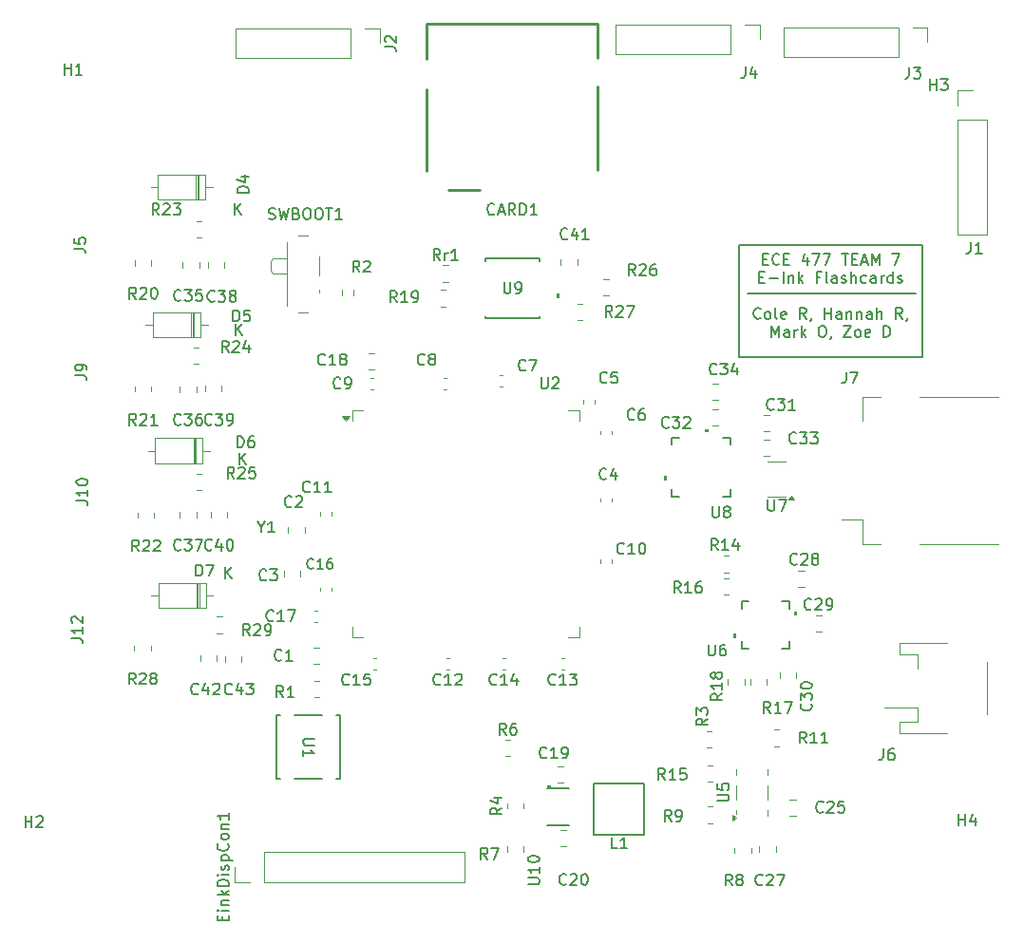
<source format=gbr>
%TF.GenerationSoftware,KiCad,Pcbnew,8.0.8*%
%TF.CreationDate,2025-03-12T15:40:14-04:00*%
%TF.ProjectId,ECE477-SeniorDesign,45434534-3737-42d5-9365-6e696f724465,rev?*%
%TF.SameCoordinates,Original*%
%TF.FileFunction,Legend,Top*%
%TF.FilePolarity,Positive*%
%FSLAX46Y46*%
G04 Gerber Fmt 4.6, Leading zero omitted, Abs format (unit mm)*
G04 Created by KiCad (PCBNEW 8.0.8) date 2025-03-12 15:40:14*
%MOMM*%
%LPD*%
G01*
G04 APERTURE LIST*
%ADD10C,0.200000*%
%ADD11C,0.150000*%
%ADD12C,0.120000*%
%ADD13C,0.152400*%
%ADD14C,0.000000*%
%ADD15C,0.254000*%
G04 APERTURE END LIST*
D10*
X178600925Y-69500000D02*
X193599074Y-69500000D01*
X179975305Y-66399409D02*
X180308638Y-66399409D01*
X180451495Y-66923219D02*
X179975305Y-66923219D01*
X179975305Y-66923219D02*
X179975305Y-65923219D01*
X179975305Y-65923219D02*
X180451495Y-65923219D01*
X181451495Y-66827980D02*
X181403876Y-66875600D01*
X181403876Y-66875600D02*
X181261019Y-66923219D01*
X181261019Y-66923219D02*
X181165781Y-66923219D01*
X181165781Y-66923219D02*
X181022924Y-66875600D01*
X181022924Y-66875600D02*
X180927686Y-66780361D01*
X180927686Y-66780361D02*
X180880067Y-66685123D01*
X180880067Y-66685123D02*
X180832448Y-66494647D01*
X180832448Y-66494647D02*
X180832448Y-66351790D01*
X180832448Y-66351790D02*
X180880067Y-66161314D01*
X180880067Y-66161314D02*
X180927686Y-66066076D01*
X180927686Y-66066076D02*
X181022924Y-65970838D01*
X181022924Y-65970838D02*
X181165781Y-65923219D01*
X181165781Y-65923219D02*
X181261019Y-65923219D01*
X181261019Y-65923219D02*
X181403876Y-65970838D01*
X181403876Y-65970838D02*
X181451495Y-66018457D01*
X181880067Y-66399409D02*
X182213400Y-66399409D01*
X182356257Y-66923219D02*
X181880067Y-66923219D01*
X181880067Y-66923219D02*
X181880067Y-65923219D01*
X181880067Y-65923219D02*
X182356257Y-65923219D01*
X183975305Y-66256552D02*
X183975305Y-66923219D01*
X183737210Y-65875600D02*
X183499115Y-66589885D01*
X183499115Y-66589885D02*
X184118162Y-66589885D01*
X184403877Y-65923219D02*
X185070543Y-65923219D01*
X185070543Y-65923219D02*
X184641972Y-66923219D01*
X185356258Y-65923219D02*
X186022924Y-65923219D01*
X186022924Y-65923219D02*
X185594353Y-66923219D01*
X187022925Y-65923219D02*
X187594353Y-65923219D01*
X187308639Y-66923219D02*
X187308639Y-65923219D01*
X187927687Y-66399409D02*
X188261020Y-66399409D01*
X188403877Y-66923219D02*
X187927687Y-66923219D01*
X187927687Y-66923219D02*
X187927687Y-65923219D01*
X187927687Y-65923219D02*
X188403877Y-65923219D01*
X188784830Y-66637504D02*
X189261020Y-66637504D01*
X188689592Y-66923219D02*
X189022925Y-65923219D01*
X189022925Y-65923219D02*
X189356258Y-66923219D01*
X189689592Y-66923219D02*
X189689592Y-65923219D01*
X189689592Y-65923219D02*
X190022925Y-66637504D01*
X190022925Y-66637504D02*
X190356258Y-65923219D01*
X190356258Y-65923219D02*
X190356258Y-66923219D01*
X191499116Y-65923219D02*
X192165782Y-65923219D01*
X192165782Y-65923219D02*
X191737211Y-66923219D01*
X179665781Y-68009353D02*
X179999114Y-68009353D01*
X180141971Y-68533163D02*
X179665781Y-68533163D01*
X179665781Y-68533163D02*
X179665781Y-67533163D01*
X179665781Y-67533163D02*
X180141971Y-67533163D01*
X180570543Y-68152210D02*
X181332448Y-68152210D01*
X181808638Y-68533163D02*
X181808638Y-67533163D01*
X182284828Y-67866496D02*
X182284828Y-68533163D01*
X182284828Y-67961734D02*
X182332447Y-67914115D01*
X182332447Y-67914115D02*
X182427685Y-67866496D01*
X182427685Y-67866496D02*
X182570542Y-67866496D01*
X182570542Y-67866496D02*
X182665780Y-67914115D01*
X182665780Y-67914115D02*
X182713399Y-68009353D01*
X182713399Y-68009353D02*
X182713399Y-68533163D01*
X183189590Y-68533163D02*
X183189590Y-67533163D01*
X183284828Y-68152210D02*
X183570542Y-68533163D01*
X183570542Y-67866496D02*
X183189590Y-68247448D01*
X185094352Y-68009353D02*
X184761019Y-68009353D01*
X184761019Y-68533163D02*
X184761019Y-67533163D01*
X184761019Y-67533163D02*
X185237209Y-67533163D01*
X185761019Y-68533163D02*
X185665781Y-68485544D01*
X185665781Y-68485544D02*
X185618162Y-68390305D01*
X185618162Y-68390305D02*
X185618162Y-67533163D01*
X186570543Y-68533163D02*
X186570543Y-68009353D01*
X186570543Y-68009353D02*
X186522924Y-67914115D01*
X186522924Y-67914115D02*
X186427686Y-67866496D01*
X186427686Y-67866496D02*
X186237210Y-67866496D01*
X186237210Y-67866496D02*
X186141972Y-67914115D01*
X186570543Y-68485544D02*
X186475305Y-68533163D01*
X186475305Y-68533163D02*
X186237210Y-68533163D01*
X186237210Y-68533163D02*
X186141972Y-68485544D01*
X186141972Y-68485544D02*
X186094353Y-68390305D01*
X186094353Y-68390305D02*
X186094353Y-68295067D01*
X186094353Y-68295067D02*
X186141972Y-68199829D01*
X186141972Y-68199829D02*
X186237210Y-68152210D01*
X186237210Y-68152210D02*
X186475305Y-68152210D01*
X186475305Y-68152210D02*
X186570543Y-68104591D01*
X186999115Y-68485544D02*
X187094353Y-68533163D01*
X187094353Y-68533163D02*
X187284829Y-68533163D01*
X187284829Y-68533163D02*
X187380067Y-68485544D01*
X187380067Y-68485544D02*
X187427686Y-68390305D01*
X187427686Y-68390305D02*
X187427686Y-68342686D01*
X187427686Y-68342686D02*
X187380067Y-68247448D01*
X187380067Y-68247448D02*
X187284829Y-68199829D01*
X187284829Y-68199829D02*
X187141972Y-68199829D01*
X187141972Y-68199829D02*
X187046734Y-68152210D01*
X187046734Y-68152210D02*
X186999115Y-68056972D01*
X186999115Y-68056972D02*
X186999115Y-68009353D01*
X186999115Y-68009353D02*
X187046734Y-67914115D01*
X187046734Y-67914115D02*
X187141972Y-67866496D01*
X187141972Y-67866496D02*
X187284829Y-67866496D01*
X187284829Y-67866496D02*
X187380067Y-67914115D01*
X187856258Y-68533163D02*
X187856258Y-67533163D01*
X188284829Y-68533163D02*
X188284829Y-68009353D01*
X188284829Y-68009353D02*
X188237210Y-67914115D01*
X188237210Y-67914115D02*
X188141972Y-67866496D01*
X188141972Y-67866496D02*
X187999115Y-67866496D01*
X187999115Y-67866496D02*
X187903877Y-67914115D01*
X187903877Y-67914115D02*
X187856258Y-67961734D01*
X189189591Y-68485544D02*
X189094353Y-68533163D01*
X189094353Y-68533163D02*
X188903877Y-68533163D01*
X188903877Y-68533163D02*
X188808639Y-68485544D01*
X188808639Y-68485544D02*
X188761020Y-68437924D01*
X188761020Y-68437924D02*
X188713401Y-68342686D01*
X188713401Y-68342686D02*
X188713401Y-68056972D01*
X188713401Y-68056972D02*
X188761020Y-67961734D01*
X188761020Y-67961734D02*
X188808639Y-67914115D01*
X188808639Y-67914115D02*
X188903877Y-67866496D01*
X188903877Y-67866496D02*
X189094353Y-67866496D01*
X189094353Y-67866496D02*
X189189591Y-67914115D01*
X190046734Y-68533163D02*
X190046734Y-68009353D01*
X190046734Y-68009353D02*
X189999115Y-67914115D01*
X189999115Y-67914115D02*
X189903877Y-67866496D01*
X189903877Y-67866496D02*
X189713401Y-67866496D01*
X189713401Y-67866496D02*
X189618163Y-67914115D01*
X190046734Y-68485544D02*
X189951496Y-68533163D01*
X189951496Y-68533163D02*
X189713401Y-68533163D01*
X189713401Y-68533163D02*
X189618163Y-68485544D01*
X189618163Y-68485544D02*
X189570544Y-68390305D01*
X189570544Y-68390305D02*
X189570544Y-68295067D01*
X189570544Y-68295067D02*
X189618163Y-68199829D01*
X189618163Y-68199829D02*
X189713401Y-68152210D01*
X189713401Y-68152210D02*
X189951496Y-68152210D01*
X189951496Y-68152210D02*
X190046734Y-68104591D01*
X190522925Y-68533163D02*
X190522925Y-67866496D01*
X190522925Y-68056972D02*
X190570544Y-67961734D01*
X190570544Y-67961734D02*
X190618163Y-67914115D01*
X190618163Y-67914115D02*
X190713401Y-67866496D01*
X190713401Y-67866496D02*
X190808639Y-67866496D01*
X191570544Y-68533163D02*
X191570544Y-67533163D01*
X191570544Y-68485544D02*
X191475306Y-68533163D01*
X191475306Y-68533163D02*
X191284830Y-68533163D01*
X191284830Y-68533163D02*
X191189592Y-68485544D01*
X191189592Y-68485544D02*
X191141973Y-68437924D01*
X191141973Y-68437924D02*
X191094354Y-68342686D01*
X191094354Y-68342686D02*
X191094354Y-68056972D01*
X191094354Y-68056972D02*
X191141973Y-67961734D01*
X191141973Y-67961734D02*
X191189592Y-67914115D01*
X191189592Y-67914115D02*
X191284830Y-67866496D01*
X191284830Y-67866496D02*
X191475306Y-67866496D01*
X191475306Y-67866496D02*
X191570544Y-67914115D01*
X191999116Y-68485544D02*
X192094354Y-68533163D01*
X192094354Y-68533163D02*
X192284830Y-68533163D01*
X192284830Y-68533163D02*
X192380068Y-68485544D01*
X192380068Y-68485544D02*
X192427687Y-68390305D01*
X192427687Y-68390305D02*
X192427687Y-68342686D01*
X192427687Y-68342686D02*
X192380068Y-68247448D01*
X192380068Y-68247448D02*
X192284830Y-68199829D01*
X192284830Y-68199829D02*
X192141973Y-68199829D01*
X192141973Y-68199829D02*
X192046735Y-68152210D01*
X192046735Y-68152210D02*
X191999116Y-68056972D01*
X191999116Y-68056972D02*
X191999116Y-68009353D01*
X191999116Y-68009353D02*
X192046735Y-67914115D01*
X192046735Y-67914115D02*
X192141973Y-67866496D01*
X192141973Y-67866496D02*
X192284830Y-67866496D01*
X192284830Y-67866496D02*
X192380068Y-67914115D01*
X179784829Y-71657812D02*
X179737210Y-71705432D01*
X179737210Y-71705432D02*
X179594353Y-71753051D01*
X179594353Y-71753051D02*
X179499115Y-71753051D01*
X179499115Y-71753051D02*
X179356258Y-71705432D01*
X179356258Y-71705432D02*
X179261020Y-71610193D01*
X179261020Y-71610193D02*
X179213401Y-71514955D01*
X179213401Y-71514955D02*
X179165782Y-71324479D01*
X179165782Y-71324479D02*
X179165782Y-71181622D01*
X179165782Y-71181622D02*
X179213401Y-70991146D01*
X179213401Y-70991146D02*
X179261020Y-70895908D01*
X179261020Y-70895908D02*
X179356258Y-70800670D01*
X179356258Y-70800670D02*
X179499115Y-70753051D01*
X179499115Y-70753051D02*
X179594353Y-70753051D01*
X179594353Y-70753051D02*
X179737210Y-70800670D01*
X179737210Y-70800670D02*
X179784829Y-70848289D01*
X180356258Y-71753051D02*
X180261020Y-71705432D01*
X180261020Y-71705432D02*
X180213401Y-71657812D01*
X180213401Y-71657812D02*
X180165782Y-71562574D01*
X180165782Y-71562574D02*
X180165782Y-71276860D01*
X180165782Y-71276860D02*
X180213401Y-71181622D01*
X180213401Y-71181622D02*
X180261020Y-71134003D01*
X180261020Y-71134003D02*
X180356258Y-71086384D01*
X180356258Y-71086384D02*
X180499115Y-71086384D01*
X180499115Y-71086384D02*
X180594353Y-71134003D01*
X180594353Y-71134003D02*
X180641972Y-71181622D01*
X180641972Y-71181622D02*
X180689591Y-71276860D01*
X180689591Y-71276860D02*
X180689591Y-71562574D01*
X180689591Y-71562574D02*
X180641972Y-71657812D01*
X180641972Y-71657812D02*
X180594353Y-71705432D01*
X180594353Y-71705432D02*
X180499115Y-71753051D01*
X180499115Y-71753051D02*
X180356258Y-71753051D01*
X181261020Y-71753051D02*
X181165782Y-71705432D01*
X181165782Y-71705432D02*
X181118163Y-71610193D01*
X181118163Y-71610193D02*
X181118163Y-70753051D01*
X182022925Y-71705432D02*
X181927687Y-71753051D01*
X181927687Y-71753051D02*
X181737211Y-71753051D01*
X181737211Y-71753051D02*
X181641973Y-71705432D01*
X181641973Y-71705432D02*
X181594354Y-71610193D01*
X181594354Y-71610193D02*
X181594354Y-71229241D01*
X181594354Y-71229241D02*
X181641973Y-71134003D01*
X181641973Y-71134003D02*
X181737211Y-71086384D01*
X181737211Y-71086384D02*
X181927687Y-71086384D01*
X181927687Y-71086384D02*
X182022925Y-71134003D01*
X182022925Y-71134003D02*
X182070544Y-71229241D01*
X182070544Y-71229241D02*
X182070544Y-71324479D01*
X182070544Y-71324479D02*
X181594354Y-71419717D01*
X183832449Y-71753051D02*
X183499116Y-71276860D01*
X183261021Y-71753051D02*
X183261021Y-70753051D01*
X183261021Y-70753051D02*
X183641973Y-70753051D01*
X183641973Y-70753051D02*
X183737211Y-70800670D01*
X183737211Y-70800670D02*
X183784830Y-70848289D01*
X183784830Y-70848289D02*
X183832449Y-70943527D01*
X183832449Y-70943527D02*
X183832449Y-71086384D01*
X183832449Y-71086384D02*
X183784830Y-71181622D01*
X183784830Y-71181622D02*
X183737211Y-71229241D01*
X183737211Y-71229241D02*
X183641973Y-71276860D01*
X183641973Y-71276860D02*
X183261021Y-71276860D01*
X184308640Y-71705432D02*
X184308640Y-71753051D01*
X184308640Y-71753051D02*
X184261021Y-71848289D01*
X184261021Y-71848289D02*
X184213402Y-71895908D01*
X185499116Y-71753051D02*
X185499116Y-70753051D01*
X185499116Y-71229241D02*
X186070544Y-71229241D01*
X186070544Y-71753051D02*
X186070544Y-70753051D01*
X186975306Y-71753051D02*
X186975306Y-71229241D01*
X186975306Y-71229241D02*
X186927687Y-71134003D01*
X186927687Y-71134003D02*
X186832449Y-71086384D01*
X186832449Y-71086384D02*
X186641973Y-71086384D01*
X186641973Y-71086384D02*
X186546735Y-71134003D01*
X186975306Y-71705432D02*
X186880068Y-71753051D01*
X186880068Y-71753051D02*
X186641973Y-71753051D01*
X186641973Y-71753051D02*
X186546735Y-71705432D01*
X186546735Y-71705432D02*
X186499116Y-71610193D01*
X186499116Y-71610193D02*
X186499116Y-71514955D01*
X186499116Y-71514955D02*
X186546735Y-71419717D01*
X186546735Y-71419717D02*
X186641973Y-71372098D01*
X186641973Y-71372098D02*
X186880068Y-71372098D01*
X186880068Y-71372098D02*
X186975306Y-71324479D01*
X187451497Y-71086384D02*
X187451497Y-71753051D01*
X187451497Y-71181622D02*
X187499116Y-71134003D01*
X187499116Y-71134003D02*
X187594354Y-71086384D01*
X187594354Y-71086384D02*
X187737211Y-71086384D01*
X187737211Y-71086384D02*
X187832449Y-71134003D01*
X187832449Y-71134003D02*
X187880068Y-71229241D01*
X187880068Y-71229241D02*
X187880068Y-71753051D01*
X188356259Y-71086384D02*
X188356259Y-71753051D01*
X188356259Y-71181622D02*
X188403878Y-71134003D01*
X188403878Y-71134003D02*
X188499116Y-71086384D01*
X188499116Y-71086384D02*
X188641973Y-71086384D01*
X188641973Y-71086384D02*
X188737211Y-71134003D01*
X188737211Y-71134003D02*
X188784830Y-71229241D01*
X188784830Y-71229241D02*
X188784830Y-71753051D01*
X189689592Y-71753051D02*
X189689592Y-71229241D01*
X189689592Y-71229241D02*
X189641973Y-71134003D01*
X189641973Y-71134003D02*
X189546735Y-71086384D01*
X189546735Y-71086384D02*
X189356259Y-71086384D01*
X189356259Y-71086384D02*
X189261021Y-71134003D01*
X189689592Y-71705432D02*
X189594354Y-71753051D01*
X189594354Y-71753051D02*
X189356259Y-71753051D01*
X189356259Y-71753051D02*
X189261021Y-71705432D01*
X189261021Y-71705432D02*
X189213402Y-71610193D01*
X189213402Y-71610193D02*
X189213402Y-71514955D01*
X189213402Y-71514955D02*
X189261021Y-71419717D01*
X189261021Y-71419717D02*
X189356259Y-71372098D01*
X189356259Y-71372098D02*
X189594354Y-71372098D01*
X189594354Y-71372098D02*
X189689592Y-71324479D01*
X190165783Y-71753051D02*
X190165783Y-70753051D01*
X190594354Y-71753051D02*
X190594354Y-71229241D01*
X190594354Y-71229241D02*
X190546735Y-71134003D01*
X190546735Y-71134003D02*
X190451497Y-71086384D01*
X190451497Y-71086384D02*
X190308640Y-71086384D01*
X190308640Y-71086384D02*
X190213402Y-71134003D01*
X190213402Y-71134003D02*
X190165783Y-71181622D01*
X192403878Y-71753051D02*
X192070545Y-71276860D01*
X191832450Y-71753051D02*
X191832450Y-70753051D01*
X191832450Y-70753051D02*
X192213402Y-70753051D01*
X192213402Y-70753051D02*
X192308640Y-70800670D01*
X192308640Y-70800670D02*
X192356259Y-70848289D01*
X192356259Y-70848289D02*
X192403878Y-70943527D01*
X192403878Y-70943527D02*
X192403878Y-71086384D01*
X192403878Y-71086384D02*
X192356259Y-71181622D01*
X192356259Y-71181622D02*
X192308640Y-71229241D01*
X192308640Y-71229241D02*
X192213402Y-71276860D01*
X192213402Y-71276860D02*
X191832450Y-71276860D01*
X192880069Y-71705432D02*
X192880069Y-71753051D01*
X192880069Y-71753051D02*
X192832450Y-71848289D01*
X192832450Y-71848289D02*
X192784831Y-71895908D01*
X180761020Y-73362995D02*
X180761020Y-72362995D01*
X180761020Y-72362995D02*
X181094353Y-73077280D01*
X181094353Y-73077280D02*
X181427686Y-72362995D01*
X181427686Y-72362995D02*
X181427686Y-73362995D01*
X182332448Y-73362995D02*
X182332448Y-72839185D01*
X182332448Y-72839185D02*
X182284829Y-72743947D01*
X182284829Y-72743947D02*
X182189591Y-72696328D01*
X182189591Y-72696328D02*
X181999115Y-72696328D01*
X181999115Y-72696328D02*
X181903877Y-72743947D01*
X182332448Y-73315376D02*
X182237210Y-73362995D01*
X182237210Y-73362995D02*
X181999115Y-73362995D01*
X181999115Y-73362995D02*
X181903877Y-73315376D01*
X181903877Y-73315376D02*
X181856258Y-73220137D01*
X181856258Y-73220137D02*
X181856258Y-73124899D01*
X181856258Y-73124899D02*
X181903877Y-73029661D01*
X181903877Y-73029661D02*
X181999115Y-72982042D01*
X181999115Y-72982042D02*
X182237210Y-72982042D01*
X182237210Y-72982042D02*
X182332448Y-72934423D01*
X182808639Y-73362995D02*
X182808639Y-72696328D01*
X182808639Y-72886804D02*
X182856258Y-72791566D01*
X182856258Y-72791566D02*
X182903877Y-72743947D01*
X182903877Y-72743947D02*
X182999115Y-72696328D01*
X182999115Y-72696328D02*
X183094353Y-72696328D01*
X183427687Y-73362995D02*
X183427687Y-72362995D01*
X183522925Y-72982042D02*
X183808639Y-73362995D01*
X183808639Y-72696328D02*
X183427687Y-73077280D01*
X185189592Y-72362995D02*
X185380068Y-72362995D01*
X185380068Y-72362995D02*
X185475306Y-72410614D01*
X185475306Y-72410614D02*
X185570544Y-72505852D01*
X185570544Y-72505852D02*
X185618163Y-72696328D01*
X185618163Y-72696328D02*
X185618163Y-73029661D01*
X185618163Y-73029661D02*
X185570544Y-73220137D01*
X185570544Y-73220137D02*
X185475306Y-73315376D01*
X185475306Y-73315376D02*
X185380068Y-73362995D01*
X185380068Y-73362995D02*
X185189592Y-73362995D01*
X185189592Y-73362995D02*
X185094354Y-73315376D01*
X185094354Y-73315376D02*
X184999116Y-73220137D01*
X184999116Y-73220137D02*
X184951497Y-73029661D01*
X184951497Y-73029661D02*
X184951497Y-72696328D01*
X184951497Y-72696328D02*
X184999116Y-72505852D01*
X184999116Y-72505852D02*
X185094354Y-72410614D01*
X185094354Y-72410614D02*
X185189592Y-72362995D01*
X186094354Y-73315376D02*
X186094354Y-73362995D01*
X186094354Y-73362995D02*
X186046735Y-73458233D01*
X186046735Y-73458233D02*
X185999116Y-73505852D01*
X187189592Y-72362995D02*
X187856258Y-72362995D01*
X187856258Y-72362995D02*
X187189592Y-73362995D01*
X187189592Y-73362995D02*
X187856258Y-73362995D01*
X188380068Y-73362995D02*
X188284830Y-73315376D01*
X188284830Y-73315376D02*
X188237211Y-73267756D01*
X188237211Y-73267756D02*
X188189592Y-73172518D01*
X188189592Y-73172518D02*
X188189592Y-72886804D01*
X188189592Y-72886804D02*
X188237211Y-72791566D01*
X188237211Y-72791566D02*
X188284830Y-72743947D01*
X188284830Y-72743947D02*
X188380068Y-72696328D01*
X188380068Y-72696328D02*
X188522925Y-72696328D01*
X188522925Y-72696328D02*
X188618163Y-72743947D01*
X188618163Y-72743947D02*
X188665782Y-72791566D01*
X188665782Y-72791566D02*
X188713401Y-72886804D01*
X188713401Y-72886804D02*
X188713401Y-73172518D01*
X188713401Y-73172518D02*
X188665782Y-73267756D01*
X188665782Y-73267756D02*
X188618163Y-73315376D01*
X188618163Y-73315376D02*
X188522925Y-73362995D01*
X188522925Y-73362995D02*
X188380068Y-73362995D01*
X189522925Y-73315376D02*
X189427687Y-73362995D01*
X189427687Y-73362995D02*
X189237211Y-73362995D01*
X189237211Y-73362995D02*
X189141973Y-73315376D01*
X189141973Y-73315376D02*
X189094354Y-73220137D01*
X189094354Y-73220137D02*
X189094354Y-72839185D01*
X189094354Y-72839185D02*
X189141973Y-72743947D01*
X189141973Y-72743947D02*
X189237211Y-72696328D01*
X189237211Y-72696328D02*
X189427687Y-72696328D01*
X189427687Y-72696328D02*
X189522925Y-72743947D01*
X189522925Y-72743947D02*
X189570544Y-72839185D01*
X189570544Y-72839185D02*
X189570544Y-72934423D01*
X189570544Y-72934423D02*
X189094354Y-73029661D01*
X190761021Y-73362995D02*
X190761021Y-72362995D01*
X190761021Y-72362995D02*
X190999116Y-72362995D01*
X190999116Y-72362995D02*
X191141973Y-72410614D01*
X191141973Y-72410614D02*
X191237211Y-72505852D01*
X191237211Y-72505852D02*
X191284830Y-72601090D01*
X191284830Y-72601090D02*
X191332449Y-72791566D01*
X191332449Y-72791566D02*
X191332449Y-72934423D01*
X191332449Y-72934423D02*
X191284830Y-73124899D01*
X191284830Y-73124899D02*
X191237211Y-73220137D01*
X191237211Y-73220137D02*
X191141973Y-73315376D01*
X191141973Y-73315376D02*
X190999116Y-73362995D01*
X190999116Y-73362995D02*
X190761021Y-73362995D01*
D11*
X177844925Y-65136000D02*
X194200925Y-65136000D01*
X194200925Y-75100000D01*
X177844925Y-75100000D01*
X177844925Y-65136000D01*
X131841009Y-125385713D02*
X131841009Y-125052380D01*
X132364819Y-124909523D02*
X132364819Y-125385713D01*
X132364819Y-125385713D02*
X131364819Y-125385713D01*
X131364819Y-125385713D02*
X131364819Y-124909523D01*
X132364819Y-124480951D02*
X131698152Y-124480951D01*
X131364819Y-124480951D02*
X131412438Y-124528570D01*
X131412438Y-124528570D02*
X131460057Y-124480951D01*
X131460057Y-124480951D02*
X131412438Y-124433332D01*
X131412438Y-124433332D02*
X131364819Y-124480951D01*
X131364819Y-124480951D02*
X131460057Y-124480951D01*
X131698152Y-124004761D02*
X132364819Y-124004761D01*
X131793390Y-124004761D02*
X131745771Y-123957142D01*
X131745771Y-123957142D02*
X131698152Y-123861904D01*
X131698152Y-123861904D02*
X131698152Y-123719047D01*
X131698152Y-123719047D02*
X131745771Y-123623809D01*
X131745771Y-123623809D02*
X131841009Y-123576190D01*
X131841009Y-123576190D02*
X132364819Y-123576190D01*
X132364819Y-123099999D02*
X131364819Y-123099999D01*
X131983866Y-123004761D02*
X132364819Y-122719047D01*
X131698152Y-122719047D02*
X132079104Y-123099999D01*
X132364819Y-122290475D02*
X131364819Y-122290475D01*
X131364819Y-122290475D02*
X131364819Y-122052380D01*
X131364819Y-122052380D02*
X131412438Y-121909523D01*
X131412438Y-121909523D02*
X131507676Y-121814285D01*
X131507676Y-121814285D02*
X131602914Y-121766666D01*
X131602914Y-121766666D02*
X131793390Y-121719047D01*
X131793390Y-121719047D02*
X131936247Y-121719047D01*
X131936247Y-121719047D02*
X132126723Y-121766666D01*
X132126723Y-121766666D02*
X132221961Y-121814285D01*
X132221961Y-121814285D02*
X132317200Y-121909523D01*
X132317200Y-121909523D02*
X132364819Y-122052380D01*
X132364819Y-122052380D02*
X132364819Y-122290475D01*
X132364819Y-121290475D02*
X131698152Y-121290475D01*
X131364819Y-121290475D02*
X131412438Y-121338094D01*
X131412438Y-121338094D02*
X131460057Y-121290475D01*
X131460057Y-121290475D02*
X131412438Y-121242856D01*
X131412438Y-121242856D02*
X131364819Y-121290475D01*
X131364819Y-121290475D02*
X131460057Y-121290475D01*
X132317200Y-120861904D02*
X132364819Y-120766666D01*
X132364819Y-120766666D02*
X132364819Y-120576190D01*
X132364819Y-120576190D02*
X132317200Y-120480952D01*
X132317200Y-120480952D02*
X132221961Y-120433333D01*
X132221961Y-120433333D02*
X132174342Y-120433333D01*
X132174342Y-120433333D02*
X132079104Y-120480952D01*
X132079104Y-120480952D02*
X132031485Y-120576190D01*
X132031485Y-120576190D02*
X132031485Y-120719047D01*
X132031485Y-120719047D02*
X131983866Y-120814285D01*
X131983866Y-120814285D02*
X131888628Y-120861904D01*
X131888628Y-120861904D02*
X131841009Y-120861904D01*
X131841009Y-120861904D02*
X131745771Y-120814285D01*
X131745771Y-120814285D02*
X131698152Y-120719047D01*
X131698152Y-120719047D02*
X131698152Y-120576190D01*
X131698152Y-120576190D02*
X131745771Y-120480952D01*
X131698152Y-120004761D02*
X132698152Y-120004761D01*
X131745771Y-120004761D02*
X131698152Y-119909523D01*
X131698152Y-119909523D02*
X131698152Y-119719047D01*
X131698152Y-119719047D02*
X131745771Y-119623809D01*
X131745771Y-119623809D02*
X131793390Y-119576190D01*
X131793390Y-119576190D02*
X131888628Y-119528571D01*
X131888628Y-119528571D02*
X132174342Y-119528571D01*
X132174342Y-119528571D02*
X132269580Y-119576190D01*
X132269580Y-119576190D02*
X132317200Y-119623809D01*
X132317200Y-119623809D02*
X132364819Y-119719047D01*
X132364819Y-119719047D02*
X132364819Y-119909523D01*
X132364819Y-119909523D02*
X132317200Y-120004761D01*
X132269580Y-118528571D02*
X132317200Y-118576190D01*
X132317200Y-118576190D02*
X132364819Y-118719047D01*
X132364819Y-118719047D02*
X132364819Y-118814285D01*
X132364819Y-118814285D02*
X132317200Y-118957142D01*
X132317200Y-118957142D02*
X132221961Y-119052380D01*
X132221961Y-119052380D02*
X132126723Y-119099999D01*
X132126723Y-119099999D02*
X131936247Y-119147618D01*
X131936247Y-119147618D02*
X131793390Y-119147618D01*
X131793390Y-119147618D02*
X131602914Y-119099999D01*
X131602914Y-119099999D02*
X131507676Y-119052380D01*
X131507676Y-119052380D02*
X131412438Y-118957142D01*
X131412438Y-118957142D02*
X131364819Y-118814285D01*
X131364819Y-118814285D02*
X131364819Y-118719047D01*
X131364819Y-118719047D02*
X131412438Y-118576190D01*
X131412438Y-118576190D02*
X131460057Y-118528571D01*
X132364819Y-117957142D02*
X132317200Y-118052380D01*
X132317200Y-118052380D02*
X132269580Y-118099999D01*
X132269580Y-118099999D02*
X132174342Y-118147618D01*
X132174342Y-118147618D02*
X131888628Y-118147618D01*
X131888628Y-118147618D02*
X131793390Y-118099999D01*
X131793390Y-118099999D02*
X131745771Y-118052380D01*
X131745771Y-118052380D02*
X131698152Y-117957142D01*
X131698152Y-117957142D02*
X131698152Y-117814285D01*
X131698152Y-117814285D02*
X131745771Y-117719047D01*
X131745771Y-117719047D02*
X131793390Y-117671428D01*
X131793390Y-117671428D02*
X131888628Y-117623809D01*
X131888628Y-117623809D02*
X132174342Y-117623809D01*
X132174342Y-117623809D02*
X132269580Y-117671428D01*
X132269580Y-117671428D02*
X132317200Y-117719047D01*
X132317200Y-117719047D02*
X132364819Y-117814285D01*
X132364819Y-117814285D02*
X132364819Y-117957142D01*
X131698152Y-117195237D02*
X132364819Y-117195237D01*
X131793390Y-117195237D02*
X131745771Y-117147618D01*
X131745771Y-117147618D02*
X131698152Y-117052380D01*
X131698152Y-117052380D02*
X131698152Y-116909523D01*
X131698152Y-116909523D02*
X131745771Y-116814285D01*
X131745771Y-116814285D02*
X131841009Y-116766666D01*
X131841009Y-116766666D02*
X132364819Y-116766666D01*
X132364819Y-115766666D02*
X132364819Y-116338094D01*
X132364819Y-116052380D02*
X131364819Y-116052380D01*
X131364819Y-116052380D02*
X131507676Y-116147618D01*
X131507676Y-116147618D02*
X131602914Y-116242856D01*
X131602914Y-116242856D02*
X131650533Y-116338094D01*
X193016666Y-49304819D02*
X193016666Y-50019104D01*
X193016666Y-50019104D02*
X192969047Y-50161961D01*
X192969047Y-50161961D02*
X192873809Y-50257200D01*
X192873809Y-50257200D02*
X192730952Y-50304819D01*
X192730952Y-50304819D02*
X192635714Y-50304819D01*
X193397619Y-49304819D02*
X194016666Y-49304819D01*
X194016666Y-49304819D02*
X193683333Y-49685771D01*
X193683333Y-49685771D02*
X193826190Y-49685771D01*
X193826190Y-49685771D02*
X193921428Y-49733390D01*
X193921428Y-49733390D02*
X193969047Y-49781009D01*
X193969047Y-49781009D02*
X194016666Y-49876247D01*
X194016666Y-49876247D02*
X194016666Y-50114342D01*
X194016666Y-50114342D02*
X193969047Y-50209580D01*
X193969047Y-50209580D02*
X193921428Y-50257200D01*
X193921428Y-50257200D02*
X193826190Y-50304819D01*
X193826190Y-50304819D02*
X193540476Y-50304819D01*
X193540476Y-50304819D02*
X193445238Y-50257200D01*
X193445238Y-50257200D02*
X193397619Y-50209580D01*
X146274819Y-47483333D02*
X146989104Y-47483333D01*
X146989104Y-47483333D02*
X147131961Y-47530952D01*
X147131961Y-47530952D02*
X147227200Y-47626190D01*
X147227200Y-47626190D02*
X147274819Y-47769047D01*
X147274819Y-47769047D02*
X147274819Y-47864285D01*
X146370057Y-47054761D02*
X146322438Y-47007142D01*
X146322438Y-47007142D02*
X146274819Y-46911904D01*
X146274819Y-46911904D02*
X146274819Y-46673809D01*
X146274819Y-46673809D02*
X146322438Y-46578571D01*
X146322438Y-46578571D02*
X146370057Y-46530952D01*
X146370057Y-46530952D02*
X146465295Y-46483333D01*
X146465295Y-46483333D02*
X146560533Y-46483333D01*
X146560533Y-46483333D02*
X146703390Y-46530952D01*
X146703390Y-46530952D02*
X147274819Y-47102380D01*
X147274819Y-47102380D02*
X147274819Y-46483333D01*
X198516666Y-64904819D02*
X198516666Y-65619104D01*
X198516666Y-65619104D02*
X198469047Y-65761961D01*
X198469047Y-65761961D02*
X198373809Y-65857200D01*
X198373809Y-65857200D02*
X198230952Y-65904819D01*
X198230952Y-65904819D02*
X198135714Y-65904819D01*
X199516666Y-65904819D02*
X198945238Y-65904819D01*
X199230952Y-65904819D02*
X199230952Y-64904819D01*
X199230952Y-64904819D02*
X199135714Y-65047676D01*
X199135714Y-65047676D02*
X199040476Y-65142914D01*
X199040476Y-65142914D02*
X198945238Y-65190533D01*
X178416666Y-49254819D02*
X178416666Y-49969104D01*
X178416666Y-49969104D02*
X178369047Y-50111961D01*
X178369047Y-50111961D02*
X178273809Y-50207200D01*
X178273809Y-50207200D02*
X178130952Y-50254819D01*
X178130952Y-50254819D02*
X178035714Y-50254819D01*
X179321428Y-49588152D02*
X179321428Y-50254819D01*
X179083333Y-49207200D02*
X178845238Y-49921485D01*
X178845238Y-49921485D02*
X179464285Y-49921485D01*
X118354819Y-100209523D02*
X119069104Y-100209523D01*
X119069104Y-100209523D02*
X119211961Y-100257142D01*
X119211961Y-100257142D02*
X119307200Y-100352380D01*
X119307200Y-100352380D02*
X119354819Y-100495237D01*
X119354819Y-100495237D02*
X119354819Y-100590475D01*
X119354819Y-99209523D02*
X119354819Y-99780951D01*
X119354819Y-99495237D02*
X118354819Y-99495237D01*
X118354819Y-99495237D02*
X118497676Y-99590475D01*
X118497676Y-99590475D02*
X118592914Y-99685713D01*
X118592914Y-99685713D02*
X118640533Y-99780951D01*
X118450057Y-98828570D02*
X118402438Y-98780951D01*
X118402438Y-98780951D02*
X118354819Y-98685713D01*
X118354819Y-98685713D02*
X118354819Y-98447618D01*
X118354819Y-98447618D02*
X118402438Y-98352380D01*
X118402438Y-98352380D02*
X118450057Y-98304761D01*
X118450057Y-98304761D02*
X118545295Y-98257142D01*
X118545295Y-98257142D02*
X118640533Y-98257142D01*
X118640533Y-98257142D02*
X118783390Y-98304761D01*
X118783390Y-98304761D02*
X119354819Y-98876189D01*
X119354819Y-98876189D02*
X119354819Y-98257142D01*
X190716666Y-110054819D02*
X190716666Y-110769104D01*
X190716666Y-110769104D02*
X190669047Y-110911961D01*
X190669047Y-110911961D02*
X190573809Y-111007200D01*
X190573809Y-111007200D02*
X190430952Y-111054819D01*
X190430952Y-111054819D02*
X190335714Y-111054819D01*
X191621428Y-110054819D02*
X191430952Y-110054819D01*
X191430952Y-110054819D02*
X191335714Y-110102438D01*
X191335714Y-110102438D02*
X191288095Y-110150057D01*
X191288095Y-110150057D02*
X191192857Y-110292914D01*
X191192857Y-110292914D02*
X191145238Y-110483390D01*
X191145238Y-110483390D02*
X191145238Y-110864342D01*
X191145238Y-110864342D02*
X191192857Y-110959580D01*
X191192857Y-110959580D02*
X191240476Y-111007200D01*
X191240476Y-111007200D02*
X191335714Y-111054819D01*
X191335714Y-111054819D02*
X191526190Y-111054819D01*
X191526190Y-111054819D02*
X191621428Y-111007200D01*
X191621428Y-111007200D02*
X191669047Y-110959580D01*
X191669047Y-110959580D02*
X191716666Y-110864342D01*
X191716666Y-110864342D02*
X191716666Y-110626247D01*
X191716666Y-110626247D02*
X191669047Y-110531009D01*
X191669047Y-110531009D02*
X191621428Y-110483390D01*
X191621428Y-110483390D02*
X191526190Y-110435771D01*
X191526190Y-110435771D02*
X191335714Y-110435771D01*
X191335714Y-110435771D02*
X191240476Y-110483390D01*
X191240476Y-110483390D02*
X191192857Y-110531009D01*
X191192857Y-110531009D02*
X191145238Y-110626247D01*
X118804819Y-87959523D02*
X119519104Y-87959523D01*
X119519104Y-87959523D02*
X119661961Y-88007142D01*
X119661961Y-88007142D02*
X119757200Y-88102380D01*
X119757200Y-88102380D02*
X119804819Y-88245237D01*
X119804819Y-88245237D02*
X119804819Y-88340475D01*
X119804819Y-86959523D02*
X119804819Y-87530951D01*
X119804819Y-87245237D02*
X118804819Y-87245237D01*
X118804819Y-87245237D02*
X118947676Y-87340475D01*
X118947676Y-87340475D02*
X119042914Y-87435713D01*
X119042914Y-87435713D02*
X119090533Y-87530951D01*
X118804819Y-86340475D02*
X118804819Y-86245237D01*
X118804819Y-86245237D02*
X118852438Y-86149999D01*
X118852438Y-86149999D02*
X118900057Y-86102380D01*
X118900057Y-86102380D02*
X118995295Y-86054761D01*
X118995295Y-86054761D02*
X119185771Y-86007142D01*
X119185771Y-86007142D02*
X119423866Y-86007142D01*
X119423866Y-86007142D02*
X119614342Y-86054761D01*
X119614342Y-86054761D02*
X119709580Y-86102380D01*
X119709580Y-86102380D02*
X119757200Y-86149999D01*
X119757200Y-86149999D02*
X119804819Y-86245237D01*
X119804819Y-86245237D02*
X119804819Y-86340475D01*
X119804819Y-86340475D02*
X119757200Y-86435713D01*
X119757200Y-86435713D02*
X119709580Y-86483332D01*
X119709580Y-86483332D02*
X119614342Y-86530951D01*
X119614342Y-86530951D02*
X119423866Y-86578570D01*
X119423866Y-86578570D02*
X119185771Y-86578570D01*
X119185771Y-86578570D02*
X118995295Y-86530951D01*
X118995295Y-86530951D02*
X118900057Y-86483332D01*
X118900057Y-86483332D02*
X118852438Y-86435713D01*
X118852438Y-86435713D02*
X118804819Y-86340475D01*
X118704819Y-76783333D02*
X119419104Y-76783333D01*
X119419104Y-76783333D02*
X119561961Y-76830952D01*
X119561961Y-76830952D02*
X119657200Y-76926190D01*
X119657200Y-76926190D02*
X119704819Y-77069047D01*
X119704819Y-77069047D02*
X119704819Y-77164285D01*
X119704819Y-76259523D02*
X119704819Y-76069047D01*
X119704819Y-76069047D02*
X119657200Y-75973809D01*
X119657200Y-75973809D02*
X119609580Y-75926190D01*
X119609580Y-75926190D02*
X119466723Y-75830952D01*
X119466723Y-75830952D02*
X119276247Y-75783333D01*
X119276247Y-75783333D02*
X118895295Y-75783333D01*
X118895295Y-75783333D02*
X118800057Y-75830952D01*
X118800057Y-75830952D02*
X118752438Y-75878571D01*
X118752438Y-75878571D02*
X118704819Y-75973809D01*
X118704819Y-75973809D02*
X118704819Y-76164285D01*
X118704819Y-76164285D02*
X118752438Y-76259523D01*
X118752438Y-76259523D02*
X118800057Y-76307142D01*
X118800057Y-76307142D02*
X118895295Y-76354761D01*
X118895295Y-76354761D02*
X119133390Y-76354761D01*
X119133390Y-76354761D02*
X119228628Y-76307142D01*
X119228628Y-76307142D02*
X119276247Y-76259523D01*
X119276247Y-76259523D02*
X119323866Y-76164285D01*
X119323866Y-76164285D02*
X119323866Y-75973809D01*
X119323866Y-75973809D02*
X119276247Y-75878571D01*
X119276247Y-75878571D02*
X119228628Y-75830952D01*
X119228628Y-75830952D02*
X119133390Y-75783333D01*
X118604819Y-65483333D02*
X119319104Y-65483333D01*
X119319104Y-65483333D02*
X119461961Y-65530952D01*
X119461961Y-65530952D02*
X119557200Y-65626190D01*
X119557200Y-65626190D02*
X119604819Y-65769047D01*
X119604819Y-65769047D02*
X119604819Y-65864285D01*
X118604819Y-64530952D02*
X118604819Y-65007142D01*
X118604819Y-65007142D02*
X119081009Y-65054761D01*
X119081009Y-65054761D02*
X119033390Y-65007142D01*
X119033390Y-65007142D02*
X118985771Y-64911904D01*
X118985771Y-64911904D02*
X118985771Y-64673809D01*
X118985771Y-64673809D02*
X119033390Y-64578571D01*
X119033390Y-64578571D02*
X119081009Y-64530952D01*
X119081009Y-64530952D02*
X119176247Y-64483333D01*
X119176247Y-64483333D02*
X119414342Y-64483333D01*
X119414342Y-64483333D02*
X119509580Y-64530952D01*
X119509580Y-64530952D02*
X119557200Y-64578571D01*
X119557200Y-64578571D02*
X119604819Y-64673809D01*
X119604819Y-64673809D02*
X119604819Y-64911904D01*
X119604819Y-64911904D02*
X119557200Y-65007142D01*
X119557200Y-65007142D02*
X119509580Y-65054761D01*
X137983333Y-88434580D02*
X137935714Y-88482200D01*
X137935714Y-88482200D02*
X137792857Y-88529819D01*
X137792857Y-88529819D02*
X137697619Y-88529819D01*
X137697619Y-88529819D02*
X137554762Y-88482200D01*
X137554762Y-88482200D02*
X137459524Y-88386961D01*
X137459524Y-88386961D02*
X137411905Y-88291723D01*
X137411905Y-88291723D02*
X137364286Y-88101247D01*
X137364286Y-88101247D02*
X137364286Y-87958390D01*
X137364286Y-87958390D02*
X137411905Y-87767914D01*
X137411905Y-87767914D02*
X137459524Y-87672676D01*
X137459524Y-87672676D02*
X137554762Y-87577438D01*
X137554762Y-87577438D02*
X137697619Y-87529819D01*
X137697619Y-87529819D02*
X137792857Y-87529819D01*
X137792857Y-87529819D02*
X137935714Y-87577438D01*
X137935714Y-87577438D02*
X137983333Y-87625057D01*
X138364286Y-87625057D02*
X138411905Y-87577438D01*
X138411905Y-87577438D02*
X138507143Y-87529819D01*
X138507143Y-87529819D02*
X138745238Y-87529819D01*
X138745238Y-87529819D02*
X138840476Y-87577438D01*
X138840476Y-87577438D02*
X138888095Y-87625057D01*
X138888095Y-87625057D02*
X138935714Y-87720295D01*
X138935714Y-87720295D02*
X138935714Y-87815533D01*
X138935714Y-87815533D02*
X138888095Y-87958390D01*
X138888095Y-87958390D02*
X138316667Y-88529819D01*
X138316667Y-88529819D02*
X138935714Y-88529819D01*
X175054819Y-107366666D02*
X174578628Y-107699999D01*
X175054819Y-107938094D02*
X174054819Y-107938094D01*
X174054819Y-107938094D02*
X174054819Y-107557142D01*
X174054819Y-107557142D02*
X174102438Y-107461904D01*
X174102438Y-107461904D02*
X174150057Y-107414285D01*
X174150057Y-107414285D02*
X174245295Y-107366666D01*
X174245295Y-107366666D02*
X174388152Y-107366666D01*
X174388152Y-107366666D02*
X174483390Y-107414285D01*
X174483390Y-107414285D02*
X174531009Y-107461904D01*
X174531009Y-107461904D02*
X174578628Y-107557142D01*
X174578628Y-107557142D02*
X174578628Y-107938094D01*
X174054819Y-107033332D02*
X174054819Y-106414285D01*
X174054819Y-106414285D02*
X174435771Y-106747618D01*
X174435771Y-106747618D02*
X174435771Y-106604761D01*
X174435771Y-106604761D02*
X174483390Y-106509523D01*
X174483390Y-106509523D02*
X174531009Y-106461904D01*
X174531009Y-106461904D02*
X174626247Y-106414285D01*
X174626247Y-106414285D02*
X174864342Y-106414285D01*
X174864342Y-106414285D02*
X174959580Y-106461904D01*
X174959580Y-106461904D02*
X175007200Y-106509523D01*
X175007200Y-106509523D02*
X175054819Y-106604761D01*
X175054819Y-106604761D02*
X175054819Y-106890475D01*
X175054819Y-106890475D02*
X175007200Y-106985713D01*
X175007200Y-106985713D02*
X174959580Y-107033332D01*
X137083333Y-102109580D02*
X137035714Y-102157200D01*
X137035714Y-102157200D02*
X136892857Y-102204819D01*
X136892857Y-102204819D02*
X136797619Y-102204819D01*
X136797619Y-102204819D02*
X136654762Y-102157200D01*
X136654762Y-102157200D02*
X136559524Y-102061961D01*
X136559524Y-102061961D02*
X136511905Y-101966723D01*
X136511905Y-101966723D02*
X136464286Y-101776247D01*
X136464286Y-101776247D02*
X136464286Y-101633390D01*
X136464286Y-101633390D02*
X136511905Y-101442914D01*
X136511905Y-101442914D02*
X136559524Y-101347676D01*
X136559524Y-101347676D02*
X136654762Y-101252438D01*
X136654762Y-101252438D02*
X136797619Y-101204819D01*
X136797619Y-101204819D02*
X136892857Y-101204819D01*
X136892857Y-101204819D02*
X137035714Y-101252438D01*
X137035714Y-101252438D02*
X137083333Y-101300057D01*
X138035714Y-102204819D02*
X137464286Y-102204819D01*
X137750000Y-102204819D02*
X137750000Y-101204819D01*
X137750000Y-101204819D02*
X137654762Y-101347676D01*
X137654762Y-101347676D02*
X137559524Y-101442914D01*
X137559524Y-101442914D02*
X137464286Y-101490533D01*
X142333333Y-77859580D02*
X142285714Y-77907200D01*
X142285714Y-77907200D02*
X142142857Y-77954819D01*
X142142857Y-77954819D02*
X142047619Y-77954819D01*
X142047619Y-77954819D02*
X141904762Y-77907200D01*
X141904762Y-77907200D02*
X141809524Y-77811961D01*
X141809524Y-77811961D02*
X141761905Y-77716723D01*
X141761905Y-77716723D02*
X141714286Y-77526247D01*
X141714286Y-77526247D02*
X141714286Y-77383390D01*
X141714286Y-77383390D02*
X141761905Y-77192914D01*
X141761905Y-77192914D02*
X141809524Y-77097676D01*
X141809524Y-77097676D02*
X141904762Y-77002438D01*
X141904762Y-77002438D02*
X142047619Y-76954819D01*
X142047619Y-76954819D02*
X142142857Y-76954819D01*
X142142857Y-76954819D02*
X142285714Y-77002438D01*
X142285714Y-77002438D02*
X142333333Y-77050057D01*
X142809524Y-77954819D02*
X143000000Y-77954819D01*
X143000000Y-77954819D02*
X143095238Y-77907200D01*
X143095238Y-77907200D02*
X143142857Y-77859580D01*
X143142857Y-77859580D02*
X143238095Y-77716723D01*
X143238095Y-77716723D02*
X143285714Y-77526247D01*
X143285714Y-77526247D02*
X143285714Y-77145295D01*
X143285714Y-77145295D02*
X143238095Y-77050057D01*
X143238095Y-77050057D02*
X143190476Y-77002438D01*
X143190476Y-77002438D02*
X143095238Y-76954819D01*
X143095238Y-76954819D02*
X142904762Y-76954819D01*
X142904762Y-76954819D02*
X142809524Y-77002438D01*
X142809524Y-77002438D02*
X142761905Y-77050057D01*
X142761905Y-77050057D02*
X142714286Y-77145295D01*
X142714286Y-77145295D02*
X142714286Y-77383390D01*
X142714286Y-77383390D02*
X142761905Y-77478628D01*
X142761905Y-77478628D02*
X142809524Y-77526247D01*
X142809524Y-77526247D02*
X142904762Y-77573866D01*
X142904762Y-77573866D02*
X143095238Y-77573866D01*
X143095238Y-77573866D02*
X143190476Y-77526247D01*
X143190476Y-77526247D02*
X143238095Y-77478628D01*
X143238095Y-77478628D02*
X143285714Y-77383390D01*
X161494642Y-104289580D02*
X161447023Y-104337200D01*
X161447023Y-104337200D02*
X161304166Y-104384819D01*
X161304166Y-104384819D02*
X161208928Y-104384819D01*
X161208928Y-104384819D02*
X161066071Y-104337200D01*
X161066071Y-104337200D02*
X160970833Y-104241961D01*
X160970833Y-104241961D02*
X160923214Y-104146723D01*
X160923214Y-104146723D02*
X160875595Y-103956247D01*
X160875595Y-103956247D02*
X160875595Y-103813390D01*
X160875595Y-103813390D02*
X160923214Y-103622914D01*
X160923214Y-103622914D02*
X160970833Y-103527676D01*
X160970833Y-103527676D02*
X161066071Y-103432438D01*
X161066071Y-103432438D02*
X161208928Y-103384819D01*
X161208928Y-103384819D02*
X161304166Y-103384819D01*
X161304166Y-103384819D02*
X161447023Y-103432438D01*
X161447023Y-103432438D02*
X161494642Y-103480057D01*
X162447023Y-104384819D02*
X161875595Y-104384819D01*
X162161309Y-104384819D02*
X162161309Y-103384819D01*
X162161309Y-103384819D02*
X162066071Y-103527676D01*
X162066071Y-103527676D02*
X161970833Y-103622914D01*
X161970833Y-103622914D02*
X161875595Y-103670533D01*
X162780357Y-103384819D02*
X163399404Y-103384819D01*
X163399404Y-103384819D02*
X163066071Y-103765771D01*
X163066071Y-103765771D02*
X163208928Y-103765771D01*
X163208928Y-103765771D02*
X163304166Y-103813390D01*
X163304166Y-103813390D02*
X163351785Y-103861009D01*
X163351785Y-103861009D02*
X163399404Y-103956247D01*
X163399404Y-103956247D02*
X163399404Y-104194342D01*
X163399404Y-104194342D02*
X163351785Y-104289580D01*
X163351785Y-104289580D02*
X163304166Y-104337200D01*
X163304166Y-104337200D02*
X163208928Y-104384819D01*
X163208928Y-104384819D02*
X162923214Y-104384819D01*
X162923214Y-104384819D02*
X162827976Y-104337200D01*
X162827976Y-104337200D02*
X162780357Y-104289580D01*
X128107142Y-81109580D02*
X128059523Y-81157200D01*
X128059523Y-81157200D02*
X127916666Y-81204819D01*
X127916666Y-81204819D02*
X127821428Y-81204819D01*
X127821428Y-81204819D02*
X127678571Y-81157200D01*
X127678571Y-81157200D02*
X127583333Y-81061961D01*
X127583333Y-81061961D02*
X127535714Y-80966723D01*
X127535714Y-80966723D02*
X127488095Y-80776247D01*
X127488095Y-80776247D02*
X127488095Y-80633390D01*
X127488095Y-80633390D02*
X127535714Y-80442914D01*
X127535714Y-80442914D02*
X127583333Y-80347676D01*
X127583333Y-80347676D02*
X127678571Y-80252438D01*
X127678571Y-80252438D02*
X127821428Y-80204819D01*
X127821428Y-80204819D02*
X127916666Y-80204819D01*
X127916666Y-80204819D02*
X128059523Y-80252438D01*
X128059523Y-80252438D02*
X128107142Y-80300057D01*
X128440476Y-80204819D02*
X129059523Y-80204819D01*
X129059523Y-80204819D02*
X128726190Y-80585771D01*
X128726190Y-80585771D02*
X128869047Y-80585771D01*
X128869047Y-80585771D02*
X128964285Y-80633390D01*
X128964285Y-80633390D02*
X129011904Y-80681009D01*
X129011904Y-80681009D02*
X129059523Y-80776247D01*
X129059523Y-80776247D02*
X129059523Y-81014342D01*
X129059523Y-81014342D02*
X129011904Y-81109580D01*
X129011904Y-81109580D02*
X128964285Y-81157200D01*
X128964285Y-81157200D02*
X128869047Y-81204819D01*
X128869047Y-81204819D02*
X128583333Y-81204819D01*
X128583333Y-81204819D02*
X128488095Y-81157200D01*
X128488095Y-81157200D02*
X128440476Y-81109580D01*
X129916666Y-80204819D02*
X129726190Y-80204819D01*
X129726190Y-80204819D02*
X129630952Y-80252438D01*
X129630952Y-80252438D02*
X129583333Y-80300057D01*
X129583333Y-80300057D02*
X129488095Y-80442914D01*
X129488095Y-80442914D02*
X129440476Y-80633390D01*
X129440476Y-80633390D02*
X129440476Y-81014342D01*
X129440476Y-81014342D02*
X129488095Y-81109580D01*
X129488095Y-81109580D02*
X129535714Y-81157200D01*
X129535714Y-81157200D02*
X129630952Y-81204819D01*
X129630952Y-81204819D02*
X129821428Y-81204819D01*
X129821428Y-81204819D02*
X129916666Y-81157200D01*
X129916666Y-81157200D02*
X129964285Y-81109580D01*
X129964285Y-81109580D02*
X130011904Y-81014342D01*
X130011904Y-81014342D02*
X130011904Y-80776247D01*
X130011904Y-80776247D02*
X129964285Y-80681009D01*
X129964285Y-80681009D02*
X129916666Y-80633390D01*
X129916666Y-80633390D02*
X129821428Y-80585771D01*
X129821428Y-80585771D02*
X129630952Y-80585771D01*
X129630952Y-80585771D02*
X129535714Y-80633390D01*
X129535714Y-80633390D02*
X129488095Y-80681009D01*
X129488095Y-80681009D02*
X129440476Y-80776247D01*
X175488095Y-88454819D02*
X175488095Y-89264342D01*
X175488095Y-89264342D02*
X175535714Y-89359580D01*
X175535714Y-89359580D02*
X175583333Y-89407200D01*
X175583333Y-89407200D02*
X175678571Y-89454819D01*
X175678571Y-89454819D02*
X175869047Y-89454819D01*
X175869047Y-89454819D02*
X175964285Y-89407200D01*
X175964285Y-89407200D02*
X176011904Y-89359580D01*
X176011904Y-89359580D02*
X176059523Y-89264342D01*
X176059523Y-89264342D02*
X176059523Y-88454819D01*
X176678571Y-88883390D02*
X176583333Y-88835771D01*
X176583333Y-88835771D02*
X176535714Y-88788152D01*
X176535714Y-88788152D02*
X176488095Y-88692914D01*
X176488095Y-88692914D02*
X176488095Y-88645295D01*
X176488095Y-88645295D02*
X176535714Y-88550057D01*
X176535714Y-88550057D02*
X176583333Y-88502438D01*
X176583333Y-88502438D02*
X176678571Y-88454819D01*
X176678571Y-88454819D02*
X176869047Y-88454819D01*
X176869047Y-88454819D02*
X176964285Y-88502438D01*
X176964285Y-88502438D02*
X177011904Y-88550057D01*
X177011904Y-88550057D02*
X177059523Y-88645295D01*
X177059523Y-88645295D02*
X177059523Y-88692914D01*
X177059523Y-88692914D02*
X177011904Y-88788152D01*
X177011904Y-88788152D02*
X176964285Y-88835771D01*
X176964285Y-88835771D02*
X176869047Y-88883390D01*
X176869047Y-88883390D02*
X176678571Y-88883390D01*
X176678571Y-88883390D02*
X176583333Y-88931009D01*
X176583333Y-88931009D02*
X176535714Y-88978628D01*
X176535714Y-88978628D02*
X176488095Y-89073866D01*
X176488095Y-89073866D02*
X176488095Y-89264342D01*
X176488095Y-89264342D02*
X176535714Y-89359580D01*
X176535714Y-89359580D02*
X176583333Y-89407200D01*
X176583333Y-89407200D02*
X176678571Y-89454819D01*
X176678571Y-89454819D02*
X176869047Y-89454819D01*
X176869047Y-89454819D02*
X176964285Y-89407200D01*
X176964285Y-89407200D02*
X177011904Y-89359580D01*
X177011904Y-89359580D02*
X177059523Y-89264342D01*
X177059523Y-89264342D02*
X177059523Y-89073866D01*
X177059523Y-89073866D02*
X177011904Y-88978628D01*
X177011904Y-88978628D02*
X176964285Y-88931009D01*
X176964285Y-88931009D02*
X176869047Y-88883390D01*
X155433333Y-119904819D02*
X155100000Y-119428628D01*
X154861905Y-119904819D02*
X154861905Y-118904819D01*
X154861905Y-118904819D02*
X155242857Y-118904819D01*
X155242857Y-118904819D02*
X155338095Y-118952438D01*
X155338095Y-118952438D02*
X155385714Y-119000057D01*
X155385714Y-119000057D02*
X155433333Y-119095295D01*
X155433333Y-119095295D02*
X155433333Y-119238152D01*
X155433333Y-119238152D02*
X155385714Y-119333390D01*
X155385714Y-119333390D02*
X155338095Y-119381009D01*
X155338095Y-119381009D02*
X155242857Y-119428628D01*
X155242857Y-119428628D02*
X154861905Y-119428628D01*
X155766667Y-118904819D02*
X156433333Y-118904819D01*
X156433333Y-118904819D02*
X156004762Y-119904819D01*
X176354819Y-105142857D02*
X175878628Y-105476190D01*
X176354819Y-105714285D02*
X175354819Y-105714285D01*
X175354819Y-105714285D02*
X175354819Y-105333333D01*
X175354819Y-105333333D02*
X175402438Y-105238095D01*
X175402438Y-105238095D02*
X175450057Y-105190476D01*
X175450057Y-105190476D02*
X175545295Y-105142857D01*
X175545295Y-105142857D02*
X175688152Y-105142857D01*
X175688152Y-105142857D02*
X175783390Y-105190476D01*
X175783390Y-105190476D02*
X175831009Y-105238095D01*
X175831009Y-105238095D02*
X175878628Y-105333333D01*
X175878628Y-105333333D02*
X175878628Y-105714285D01*
X176354819Y-104190476D02*
X176354819Y-104761904D01*
X176354819Y-104476190D02*
X175354819Y-104476190D01*
X175354819Y-104476190D02*
X175497676Y-104571428D01*
X175497676Y-104571428D02*
X175592914Y-104666666D01*
X175592914Y-104666666D02*
X175640533Y-104761904D01*
X175783390Y-103619047D02*
X175735771Y-103714285D01*
X175735771Y-103714285D02*
X175688152Y-103761904D01*
X175688152Y-103761904D02*
X175592914Y-103809523D01*
X175592914Y-103809523D02*
X175545295Y-103809523D01*
X175545295Y-103809523D02*
X175450057Y-103761904D01*
X175450057Y-103761904D02*
X175402438Y-103714285D01*
X175402438Y-103714285D02*
X175354819Y-103619047D01*
X175354819Y-103619047D02*
X175354819Y-103428571D01*
X175354819Y-103428571D02*
X175402438Y-103333333D01*
X175402438Y-103333333D02*
X175450057Y-103285714D01*
X175450057Y-103285714D02*
X175545295Y-103238095D01*
X175545295Y-103238095D02*
X175592914Y-103238095D01*
X175592914Y-103238095D02*
X175688152Y-103285714D01*
X175688152Y-103285714D02*
X175735771Y-103333333D01*
X175735771Y-103333333D02*
X175783390Y-103428571D01*
X175783390Y-103428571D02*
X175783390Y-103619047D01*
X175783390Y-103619047D02*
X175831009Y-103714285D01*
X175831009Y-103714285D02*
X175878628Y-103761904D01*
X175878628Y-103761904D02*
X175973866Y-103809523D01*
X175973866Y-103809523D02*
X176164342Y-103809523D01*
X176164342Y-103809523D02*
X176259580Y-103761904D01*
X176259580Y-103761904D02*
X176307200Y-103714285D01*
X176307200Y-103714285D02*
X176354819Y-103619047D01*
X176354819Y-103619047D02*
X176354819Y-103428571D01*
X176354819Y-103428571D02*
X176307200Y-103333333D01*
X176307200Y-103333333D02*
X176259580Y-103285714D01*
X176259580Y-103285714D02*
X176164342Y-103238095D01*
X176164342Y-103238095D02*
X175973866Y-103238095D01*
X175973866Y-103238095D02*
X175878628Y-103285714D01*
X175878628Y-103285714D02*
X175831009Y-103333333D01*
X175831009Y-103333333D02*
X175783390Y-103428571D01*
X162557142Y-64559580D02*
X162509523Y-64607200D01*
X162509523Y-64607200D02*
X162366666Y-64654819D01*
X162366666Y-64654819D02*
X162271428Y-64654819D01*
X162271428Y-64654819D02*
X162128571Y-64607200D01*
X162128571Y-64607200D02*
X162033333Y-64511961D01*
X162033333Y-64511961D02*
X161985714Y-64416723D01*
X161985714Y-64416723D02*
X161938095Y-64226247D01*
X161938095Y-64226247D02*
X161938095Y-64083390D01*
X161938095Y-64083390D02*
X161985714Y-63892914D01*
X161985714Y-63892914D02*
X162033333Y-63797676D01*
X162033333Y-63797676D02*
X162128571Y-63702438D01*
X162128571Y-63702438D02*
X162271428Y-63654819D01*
X162271428Y-63654819D02*
X162366666Y-63654819D01*
X162366666Y-63654819D02*
X162509523Y-63702438D01*
X162509523Y-63702438D02*
X162557142Y-63750057D01*
X163414285Y-63988152D02*
X163414285Y-64654819D01*
X163176190Y-63607200D02*
X162938095Y-64321485D01*
X162938095Y-64321485D02*
X163557142Y-64321485D01*
X164461904Y-64654819D02*
X163890476Y-64654819D01*
X164176190Y-64654819D02*
X164176190Y-63654819D01*
X164176190Y-63654819D02*
X164080952Y-63797676D01*
X164080952Y-63797676D02*
X163985714Y-63892914D01*
X163985714Y-63892914D02*
X163890476Y-63940533D01*
X128107142Y-92284580D02*
X128059523Y-92332200D01*
X128059523Y-92332200D02*
X127916666Y-92379819D01*
X127916666Y-92379819D02*
X127821428Y-92379819D01*
X127821428Y-92379819D02*
X127678571Y-92332200D01*
X127678571Y-92332200D02*
X127583333Y-92236961D01*
X127583333Y-92236961D02*
X127535714Y-92141723D01*
X127535714Y-92141723D02*
X127488095Y-91951247D01*
X127488095Y-91951247D02*
X127488095Y-91808390D01*
X127488095Y-91808390D02*
X127535714Y-91617914D01*
X127535714Y-91617914D02*
X127583333Y-91522676D01*
X127583333Y-91522676D02*
X127678571Y-91427438D01*
X127678571Y-91427438D02*
X127821428Y-91379819D01*
X127821428Y-91379819D02*
X127916666Y-91379819D01*
X127916666Y-91379819D02*
X128059523Y-91427438D01*
X128059523Y-91427438D02*
X128107142Y-91475057D01*
X128440476Y-91379819D02*
X129059523Y-91379819D01*
X129059523Y-91379819D02*
X128726190Y-91760771D01*
X128726190Y-91760771D02*
X128869047Y-91760771D01*
X128869047Y-91760771D02*
X128964285Y-91808390D01*
X128964285Y-91808390D02*
X129011904Y-91856009D01*
X129011904Y-91856009D02*
X129059523Y-91951247D01*
X129059523Y-91951247D02*
X129059523Y-92189342D01*
X129059523Y-92189342D02*
X129011904Y-92284580D01*
X129011904Y-92284580D02*
X128964285Y-92332200D01*
X128964285Y-92332200D02*
X128869047Y-92379819D01*
X128869047Y-92379819D02*
X128583333Y-92379819D01*
X128583333Y-92379819D02*
X128488095Y-92332200D01*
X128488095Y-92332200D02*
X128440476Y-92284580D01*
X129392857Y-91379819D02*
X130059523Y-91379819D01*
X130059523Y-91379819D02*
X129630952Y-92379819D01*
X134144819Y-60488094D02*
X133144819Y-60488094D01*
X133144819Y-60488094D02*
X133144819Y-60249999D01*
X133144819Y-60249999D02*
X133192438Y-60107142D01*
X133192438Y-60107142D02*
X133287676Y-60011904D01*
X133287676Y-60011904D02*
X133382914Y-59964285D01*
X133382914Y-59964285D02*
X133573390Y-59916666D01*
X133573390Y-59916666D02*
X133716247Y-59916666D01*
X133716247Y-59916666D02*
X133906723Y-59964285D01*
X133906723Y-59964285D02*
X134001961Y-60011904D01*
X134001961Y-60011904D02*
X134097200Y-60107142D01*
X134097200Y-60107142D02*
X134144819Y-60249999D01*
X134144819Y-60249999D02*
X134144819Y-60488094D01*
X133478152Y-59059523D02*
X134144819Y-59059523D01*
X133097200Y-59297618D02*
X133811485Y-59535713D01*
X133811485Y-59535713D02*
X133811485Y-58916666D01*
X132928095Y-62454819D02*
X132928095Y-61454819D01*
X133499523Y-62454819D02*
X133070952Y-61883390D01*
X133499523Y-61454819D02*
X132928095Y-62026247D01*
X172657142Y-96154819D02*
X172323809Y-95678628D01*
X172085714Y-96154819D02*
X172085714Y-95154819D01*
X172085714Y-95154819D02*
X172466666Y-95154819D01*
X172466666Y-95154819D02*
X172561904Y-95202438D01*
X172561904Y-95202438D02*
X172609523Y-95250057D01*
X172609523Y-95250057D02*
X172657142Y-95345295D01*
X172657142Y-95345295D02*
X172657142Y-95488152D01*
X172657142Y-95488152D02*
X172609523Y-95583390D01*
X172609523Y-95583390D02*
X172561904Y-95631009D01*
X172561904Y-95631009D02*
X172466666Y-95678628D01*
X172466666Y-95678628D02*
X172085714Y-95678628D01*
X173609523Y-96154819D02*
X173038095Y-96154819D01*
X173323809Y-96154819D02*
X173323809Y-95154819D01*
X173323809Y-95154819D02*
X173228571Y-95297676D01*
X173228571Y-95297676D02*
X173133333Y-95392914D01*
X173133333Y-95392914D02*
X173038095Y-95440533D01*
X174466666Y-95154819D02*
X174276190Y-95154819D01*
X174276190Y-95154819D02*
X174180952Y-95202438D01*
X174180952Y-95202438D02*
X174133333Y-95250057D01*
X174133333Y-95250057D02*
X174038095Y-95392914D01*
X174038095Y-95392914D02*
X173990476Y-95583390D01*
X173990476Y-95583390D02*
X173990476Y-95964342D01*
X173990476Y-95964342D02*
X174038095Y-96059580D01*
X174038095Y-96059580D02*
X174085714Y-96107200D01*
X174085714Y-96107200D02*
X174180952Y-96154819D01*
X174180952Y-96154819D02*
X174371428Y-96154819D01*
X174371428Y-96154819D02*
X174466666Y-96107200D01*
X174466666Y-96107200D02*
X174514285Y-96059580D01*
X174514285Y-96059580D02*
X174561904Y-95964342D01*
X174561904Y-95964342D02*
X174561904Y-95726247D01*
X174561904Y-95726247D02*
X174514285Y-95631009D01*
X174514285Y-95631009D02*
X174466666Y-95583390D01*
X174466666Y-95583390D02*
X174371428Y-95535771D01*
X174371428Y-95535771D02*
X174180952Y-95535771D01*
X174180952Y-95535771D02*
X174085714Y-95583390D01*
X174085714Y-95583390D02*
X174038095Y-95631009D01*
X174038095Y-95631009D02*
X173990476Y-95726247D01*
X171607142Y-81359580D02*
X171559523Y-81407200D01*
X171559523Y-81407200D02*
X171416666Y-81454819D01*
X171416666Y-81454819D02*
X171321428Y-81454819D01*
X171321428Y-81454819D02*
X171178571Y-81407200D01*
X171178571Y-81407200D02*
X171083333Y-81311961D01*
X171083333Y-81311961D02*
X171035714Y-81216723D01*
X171035714Y-81216723D02*
X170988095Y-81026247D01*
X170988095Y-81026247D02*
X170988095Y-80883390D01*
X170988095Y-80883390D02*
X171035714Y-80692914D01*
X171035714Y-80692914D02*
X171083333Y-80597676D01*
X171083333Y-80597676D02*
X171178571Y-80502438D01*
X171178571Y-80502438D02*
X171321428Y-80454819D01*
X171321428Y-80454819D02*
X171416666Y-80454819D01*
X171416666Y-80454819D02*
X171559523Y-80502438D01*
X171559523Y-80502438D02*
X171607142Y-80550057D01*
X171940476Y-80454819D02*
X172559523Y-80454819D01*
X172559523Y-80454819D02*
X172226190Y-80835771D01*
X172226190Y-80835771D02*
X172369047Y-80835771D01*
X172369047Y-80835771D02*
X172464285Y-80883390D01*
X172464285Y-80883390D02*
X172511904Y-80931009D01*
X172511904Y-80931009D02*
X172559523Y-81026247D01*
X172559523Y-81026247D02*
X172559523Y-81264342D01*
X172559523Y-81264342D02*
X172511904Y-81359580D01*
X172511904Y-81359580D02*
X172464285Y-81407200D01*
X172464285Y-81407200D02*
X172369047Y-81454819D01*
X172369047Y-81454819D02*
X172083333Y-81454819D01*
X172083333Y-81454819D02*
X171988095Y-81407200D01*
X171988095Y-81407200D02*
X171940476Y-81359580D01*
X172940476Y-80550057D02*
X172988095Y-80502438D01*
X172988095Y-80502438D02*
X173083333Y-80454819D01*
X173083333Y-80454819D02*
X173321428Y-80454819D01*
X173321428Y-80454819D02*
X173416666Y-80502438D01*
X173416666Y-80502438D02*
X173464285Y-80550057D01*
X173464285Y-80550057D02*
X173511904Y-80645295D01*
X173511904Y-80645295D02*
X173511904Y-80740533D01*
X173511904Y-80740533D02*
X173464285Y-80883390D01*
X173464285Y-80883390D02*
X172892857Y-81454819D01*
X172892857Y-81454819D02*
X173511904Y-81454819D01*
X130857142Y-81109580D02*
X130809523Y-81157200D01*
X130809523Y-81157200D02*
X130666666Y-81204819D01*
X130666666Y-81204819D02*
X130571428Y-81204819D01*
X130571428Y-81204819D02*
X130428571Y-81157200D01*
X130428571Y-81157200D02*
X130333333Y-81061961D01*
X130333333Y-81061961D02*
X130285714Y-80966723D01*
X130285714Y-80966723D02*
X130238095Y-80776247D01*
X130238095Y-80776247D02*
X130238095Y-80633390D01*
X130238095Y-80633390D02*
X130285714Y-80442914D01*
X130285714Y-80442914D02*
X130333333Y-80347676D01*
X130333333Y-80347676D02*
X130428571Y-80252438D01*
X130428571Y-80252438D02*
X130571428Y-80204819D01*
X130571428Y-80204819D02*
X130666666Y-80204819D01*
X130666666Y-80204819D02*
X130809523Y-80252438D01*
X130809523Y-80252438D02*
X130857142Y-80300057D01*
X131190476Y-80204819D02*
X131809523Y-80204819D01*
X131809523Y-80204819D02*
X131476190Y-80585771D01*
X131476190Y-80585771D02*
X131619047Y-80585771D01*
X131619047Y-80585771D02*
X131714285Y-80633390D01*
X131714285Y-80633390D02*
X131761904Y-80681009D01*
X131761904Y-80681009D02*
X131809523Y-80776247D01*
X131809523Y-80776247D02*
X131809523Y-81014342D01*
X131809523Y-81014342D02*
X131761904Y-81109580D01*
X131761904Y-81109580D02*
X131714285Y-81157200D01*
X131714285Y-81157200D02*
X131619047Y-81204819D01*
X131619047Y-81204819D02*
X131333333Y-81204819D01*
X131333333Y-81204819D02*
X131238095Y-81157200D01*
X131238095Y-81157200D02*
X131190476Y-81109580D01*
X132285714Y-81204819D02*
X132476190Y-81204819D01*
X132476190Y-81204819D02*
X132571428Y-81157200D01*
X132571428Y-81157200D02*
X132619047Y-81109580D01*
X132619047Y-81109580D02*
X132714285Y-80966723D01*
X132714285Y-80966723D02*
X132761904Y-80776247D01*
X132761904Y-80776247D02*
X132761904Y-80395295D01*
X132761904Y-80395295D02*
X132714285Y-80300057D01*
X132714285Y-80300057D02*
X132666666Y-80252438D01*
X132666666Y-80252438D02*
X132571428Y-80204819D01*
X132571428Y-80204819D02*
X132380952Y-80204819D01*
X132380952Y-80204819D02*
X132285714Y-80252438D01*
X132285714Y-80252438D02*
X132238095Y-80300057D01*
X132238095Y-80300057D02*
X132190476Y-80395295D01*
X132190476Y-80395295D02*
X132190476Y-80633390D01*
X132190476Y-80633390D02*
X132238095Y-80728628D01*
X132238095Y-80728628D02*
X132285714Y-80776247D01*
X132285714Y-80776247D02*
X132380952Y-80823866D01*
X132380952Y-80823866D02*
X132571428Y-80823866D01*
X132571428Y-80823866D02*
X132666666Y-80776247D01*
X132666666Y-80776247D02*
X132714285Y-80728628D01*
X132714285Y-80728628D02*
X132761904Y-80633390D01*
X162457142Y-122109580D02*
X162409523Y-122157200D01*
X162409523Y-122157200D02*
X162266666Y-122204819D01*
X162266666Y-122204819D02*
X162171428Y-122204819D01*
X162171428Y-122204819D02*
X162028571Y-122157200D01*
X162028571Y-122157200D02*
X161933333Y-122061961D01*
X161933333Y-122061961D02*
X161885714Y-121966723D01*
X161885714Y-121966723D02*
X161838095Y-121776247D01*
X161838095Y-121776247D02*
X161838095Y-121633390D01*
X161838095Y-121633390D02*
X161885714Y-121442914D01*
X161885714Y-121442914D02*
X161933333Y-121347676D01*
X161933333Y-121347676D02*
X162028571Y-121252438D01*
X162028571Y-121252438D02*
X162171428Y-121204819D01*
X162171428Y-121204819D02*
X162266666Y-121204819D01*
X162266666Y-121204819D02*
X162409523Y-121252438D01*
X162409523Y-121252438D02*
X162457142Y-121300057D01*
X162838095Y-121300057D02*
X162885714Y-121252438D01*
X162885714Y-121252438D02*
X162980952Y-121204819D01*
X162980952Y-121204819D02*
X163219047Y-121204819D01*
X163219047Y-121204819D02*
X163314285Y-121252438D01*
X163314285Y-121252438D02*
X163361904Y-121300057D01*
X163361904Y-121300057D02*
X163409523Y-121395295D01*
X163409523Y-121395295D02*
X163409523Y-121490533D01*
X163409523Y-121490533D02*
X163361904Y-121633390D01*
X163361904Y-121633390D02*
X162790476Y-122204819D01*
X162790476Y-122204819D02*
X163409523Y-122204819D01*
X164028571Y-121204819D02*
X164123809Y-121204819D01*
X164123809Y-121204819D02*
X164219047Y-121252438D01*
X164219047Y-121252438D02*
X164266666Y-121300057D01*
X164266666Y-121300057D02*
X164314285Y-121395295D01*
X164314285Y-121395295D02*
X164361904Y-121585771D01*
X164361904Y-121585771D02*
X164361904Y-121823866D01*
X164361904Y-121823866D02*
X164314285Y-122014342D01*
X164314285Y-122014342D02*
X164266666Y-122109580D01*
X164266666Y-122109580D02*
X164219047Y-122157200D01*
X164219047Y-122157200D02*
X164123809Y-122204819D01*
X164123809Y-122204819D02*
X164028571Y-122204819D01*
X164028571Y-122204819D02*
X163933333Y-122157200D01*
X163933333Y-122157200D02*
X163885714Y-122109580D01*
X163885714Y-122109580D02*
X163838095Y-122014342D01*
X163838095Y-122014342D02*
X163790476Y-121823866D01*
X163790476Y-121823866D02*
X163790476Y-121585771D01*
X163790476Y-121585771D02*
X163838095Y-121395295D01*
X163838095Y-121395295D02*
X163885714Y-121300057D01*
X163885714Y-121300057D02*
X163933333Y-121252438D01*
X163933333Y-121252438D02*
X164028571Y-121204819D01*
X185357142Y-115659580D02*
X185309523Y-115707200D01*
X185309523Y-115707200D02*
X185166666Y-115754819D01*
X185166666Y-115754819D02*
X185071428Y-115754819D01*
X185071428Y-115754819D02*
X184928571Y-115707200D01*
X184928571Y-115707200D02*
X184833333Y-115611961D01*
X184833333Y-115611961D02*
X184785714Y-115516723D01*
X184785714Y-115516723D02*
X184738095Y-115326247D01*
X184738095Y-115326247D02*
X184738095Y-115183390D01*
X184738095Y-115183390D02*
X184785714Y-114992914D01*
X184785714Y-114992914D02*
X184833333Y-114897676D01*
X184833333Y-114897676D02*
X184928571Y-114802438D01*
X184928571Y-114802438D02*
X185071428Y-114754819D01*
X185071428Y-114754819D02*
X185166666Y-114754819D01*
X185166666Y-114754819D02*
X185309523Y-114802438D01*
X185309523Y-114802438D02*
X185357142Y-114850057D01*
X185738095Y-114850057D02*
X185785714Y-114802438D01*
X185785714Y-114802438D02*
X185880952Y-114754819D01*
X185880952Y-114754819D02*
X186119047Y-114754819D01*
X186119047Y-114754819D02*
X186214285Y-114802438D01*
X186214285Y-114802438D02*
X186261904Y-114850057D01*
X186261904Y-114850057D02*
X186309523Y-114945295D01*
X186309523Y-114945295D02*
X186309523Y-115040533D01*
X186309523Y-115040533D02*
X186261904Y-115183390D01*
X186261904Y-115183390D02*
X185690476Y-115754819D01*
X185690476Y-115754819D02*
X186309523Y-115754819D01*
X187214285Y-114754819D02*
X186738095Y-114754819D01*
X186738095Y-114754819D02*
X186690476Y-115231009D01*
X186690476Y-115231009D02*
X186738095Y-115183390D01*
X186738095Y-115183390D02*
X186833333Y-115135771D01*
X186833333Y-115135771D02*
X187071428Y-115135771D01*
X187071428Y-115135771D02*
X187166666Y-115183390D01*
X187166666Y-115183390D02*
X187214285Y-115231009D01*
X187214285Y-115231009D02*
X187261904Y-115326247D01*
X187261904Y-115326247D02*
X187261904Y-115564342D01*
X187261904Y-115564342D02*
X187214285Y-115659580D01*
X187214285Y-115659580D02*
X187166666Y-115707200D01*
X187166666Y-115707200D02*
X187071428Y-115754819D01*
X187071428Y-115754819D02*
X186833333Y-115754819D01*
X186833333Y-115754819D02*
X186738095Y-115707200D01*
X186738095Y-115707200D02*
X186690476Y-115659580D01*
X171833333Y-116514819D02*
X171500000Y-116038628D01*
X171261905Y-116514819D02*
X171261905Y-115514819D01*
X171261905Y-115514819D02*
X171642857Y-115514819D01*
X171642857Y-115514819D02*
X171738095Y-115562438D01*
X171738095Y-115562438D02*
X171785714Y-115610057D01*
X171785714Y-115610057D02*
X171833333Y-115705295D01*
X171833333Y-115705295D02*
X171833333Y-115848152D01*
X171833333Y-115848152D02*
X171785714Y-115943390D01*
X171785714Y-115943390D02*
X171738095Y-115991009D01*
X171738095Y-115991009D02*
X171642857Y-116038628D01*
X171642857Y-116038628D02*
X171261905Y-116038628D01*
X172309524Y-116514819D02*
X172500000Y-116514819D01*
X172500000Y-116514819D02*
X172595238Y-116467200D01*
X172595238Y-116467200D02*
X172642857Y-116419580D01*
X172642857Y-116419580D02*
X172738095Y-116276723D01*
X172738095Y-116276723D02*
X172785714Y-116086247D01*
X172785714Y-116086247D02*
X172785714Y-115705295D01*
X172785714Y-115705295D02*
X172738095Y-115610057D01*
X172738095Y-115610057D02*
X172690476Y-115562438D01*
X172690476Y-115562438D02*
X172595238Y-115514819D01*
X172595238Y-115514819D02*
X172404762Y-115514819D01*
X172404762Y-115514819D02*
X172309524Y-115562438D01*
X172309524Y-115562438D02*
X172261905Y-115610057D01*
X172261905Y-115610057D02*
X172214286Y-115705295D01*
X172214286Y-115705295D02*
X172214286Y-115943390D01*
X172214286Y-115943390D02*
X172261905Y-116038628D01*
X172261905Y-116038628D02*
X172309524Y-116086247D01*
X172309524Y-116086247D02*
X172404762Y-116133866D01*
X172404762Y-116133866D02*
X172595238Y-116133866D01*
X172595238Y-116133866D02*
X172690476Y-116086247D01*
X172690476Y-116086247D02*
X172738095Y-116038628D01*
X172738095Y-116038628D02*
X172785714Y-115943390D01*
X179957142Y-122159580D02*
X179909523Y-122207200D01*
X179909523Y-122207200D02*
X179766666Y-122254819D01*
X179766666Y-122254819D02*
X179671428Y-122254819D01*
X179671428Y-122254819D02*
X179528571Y-122207200D01*
X179528571Y-122207200D02*
X179433333Y-122111961D01*
X179433333Y-122111961D02*
X179385714Y-122016723D01*
X179385714Y-122016723D02*
X179338095Y-121826247D01*
X179338095Y-121826247D02*
X179338095Y-121683390D01*
X179338095Y-121683390D02*
X179385714Y-121492914D01*
X179385714Y-121492914D02*
X179433333Y-121397676D01*
X179433333Y-121397676D02*
X179528571Y-121302438D01*
X179528571Y-121302438D02*
X179671428Y-121254819D01*
X179671428Y-121254819D02*
X179766666Y-121254819D01*
X179766666Y-121254819D02*
X179909523Y-121302438D01*
X179909523Y-121302438D02*
X179957142Y-121350057D01*
X180338095Y-121350057D02*
X180385714Y-121302438D01*
X180385714Y-121302438D02*
X180480952Y-121254819D01*
X180480952Y-121254819D02*
X180719047Y-121254819D01*
X180719047Y-121254819D02*
X180814285Y-121302438D01*
X180814285Y-121302438D02*
X180861904Y-121350057D01*
X180861904Y-121350057D02*
X180909523Y-121445295D01*
X180909523Y-121445295D02*
X180909523Y-121540533D01*
X180909523Y-121540533D02*
X180861904Y-121683390D01*
X180861904Y-121683390D02*
X180290476Y-122254819D01*
X180290476Y-122254819D02*
X180909523Y-122254819D01*
X181242857Y-121254819D02*
X181909523Y-121254819D01*
X181909523Y-121254819D02*
X181480952Y-122254819D01*
X175937426Y-114712605D02*
X176746949Y-114712605D01*
X176746949Y-114712605D02*
X176842187Y-114664986D01*
X176842187Y-114664986D02*
X176889807Y-114617367D01*
X176889807Y-114617367D02*
X176937426Y-114522129D01*
X176937426Y-114522129D02*
X176937426Y-114331653D01*
X176937426Y-114331653D02*
X176889807Y-114236415D01*
X176889807Y-114236415D02*
X176842187Y-114188796D01*
X176842187Y-114188796D02*
X176746949Y-114141177D01*
X176746949Y-114141177D02*
X175937426Y-114141177D01*
X175937426Y-113188796D02*
X175937426Y-113664986D01*
X175937426Y-113664986D02*
X176413616Y-113712605D01*
X176413616Y-113712605D02*
X176365997Y-113664986D01*
X176365997Y-113664986D02*
X176318378Y-113569748D01*
X176318378Y-113569748D02*
X176318378Y-113331653D01*
X176318378Y-113331653D02*
X176365997Y-113236415D01*
X176365997Y-113236415D02*
X176413616Y-113188796D01*
X176413616Y-113188796D02*
X176508854Y-113141177D01*
X176508854Y-113141177D02*
X176746949Y-113141177D01*
X176746949Y-113141177D02*
X176842187Y-113188796D01*
X176842187Y-113188796D02*
X176889807Y-113236415D01*
X176889807Y-113236415D02*
X176937426Y-113331653D01*
X176937426Y-113331653D02*
X176937426Y-113569748D01*
X176937426Y-113569748D02*
X176889807Y-113664986D01*
X176889807Y-113664986D02*
X176842187Y-113712605D01*
X132857142Y-85954819D02*
X132523809Y-85478628D01*
X132285714Y-85954819D02*
X132285714Y-84954819D01*
X132285714Y-84954819D02*
X132666666Y-84954819D01*
X132666666Y-84954819D02*
X132761904Y-85002438D01*
X132761904Y-85002438D02*
X132809523Y-85050057D01*
X132809523Y-85050057D02*
X132857142Y-85145295D01*
X132857142Y-85145295D02*
X132857142Y-85288152D01*
X132857142Y-85288152D02*
X132809523Y-85383390D01*
X132809523Y-85383390D02*
X132761904Y-85431009D01*
X132761904Y-85431009D02*
X132666666Y-85478628D01*
X132666666Y-85478628D02*
X132285714Y-85478628D01*
X133238095Y-85050057D02*
X133285714Y-85002438D01*
X133285714Y-85002438D02*
X133380952Y-84954819D01*
X133380952Y-84954819D02*
X133619047Y-84954819D01*
X133619047Y-84954819D02*
X133714285Y-85002438D01*
X133714285Y-85002438D02*
X133761904Y-85050057D01*
X133761904Y-85050057D02*
X133809523Y-85145295D01*
X133809523Y-85145295D02*
X133809523Y-85240533D01*
X133809523Y-85240533D02*
X133761904Y-85383390D01*
X133761904Y-85383390D02*
X133190476Y-85954819D01*
X133190476Y-85954819D02*
X133809523Y-85954819D01*
X134714285Y-84954819D02*
X134238095Y-84954819D01*
X134238095Y-84954819D02*
X134190476Y-85431009D01*
X134190476Y-85431009D02*
X134238095Y-85383390D01*
X134238095Y-85383390D02*
X134333333Y-85335771D01*
X134333333Y-85335771D02*
X134571428Y-85335771D01*
X134571428Y-85335771D02*
X134666666Y-85383390D01*
X134666666Y-85383390D02*
X134714285Y-85431009D01*
X134714285Y-85431009D02*
X134761904Y-85526247D01*
X134761904Y-85526247D02*
X134761904Y-85764342D01*
X134761904Y-85764342D02*
X134714285Y-85859580D01*
X134714285Y-85859580D02*
X134666666Y-85907200D01*
X134666666Y-85907200D02*
X134571428Y-85954819D01*
X134571428Y-85954819D02*
X134333333Y-85954819D01*
X134333333Y-85954819D02*
X134238095Y-85907200D01*
X134238095Y-85907200D02*
X134190476Y-85859580D01*
X184259580Y-106042857D02*
X184307200Y-106090476D01*
X184307200Y-106090476D02*
X184354819Y-106233333D01*
X184354819Y-106233333D02*
X184354819Y-106328571D01*
X184354819Y-106328571D02*
X184307200Y-106471428D01*
X184307200Y-106471428D02*
X184211961Y-106566666D01*
X184211961Y-106566666D02*
X184116723Y-106614285D01*
X184116723Y-106614285D02*
X183926247Y-106661904D01*
X183926247Y-106661904D02*
X183783390Y-106661904D01*
X183783390Y-106661904D02*
X183592914Y-106614285D01*
X183592914Y-106614285D02*
X183497676Y-106566666D01*
X183497676Y-106566666D02*
X183402438Y-106471428D01*
X183402438Y-106471428D02*
X183354819Y-106328571D01*
X183354819Y-106328571D02*
X183354819Y-106233333D01*
X183354819Y-106233333D02*
X183402438Y-106090476D01*
X183402438Y-106090476D02*
X183450057Y-106042857D01*
X183354819Y-105709523D02*
X183354819Y-105090476D01*
X183354819Y-105090476D02*
X183735771Y-105423809D01*
X183735771Y-105423809D02*
X183735771Y-105280952D01*
X183735771Y-105280952D02*
X183783390Y-105185714D01*
X183783390Y-105185714D02*
X183831009Y-105138095D01*
X183831009Y-105138095D02*
X183926247Y-105090476D01*
X183926247Y-105090476D02*
X184164342Y-105090476D01*
X184164342Y-105090476D02*
X184259580Y-105138095D01*
X184259580Y-105138095D02*
X184307200Y-105185714D01*
X184307200Y-105185714D02*
X184354819Y-105280952D01*
X184354819Y-105280952D02*
X184354819Y-105566666D01*
X184354819Y-105566666D02*
X184307200Y-105661904D01*
X184307200Y-105661904D02*
X184259580Y-105709523D01*
X183354819Y-104471428D02*
X183354819Y-104376190D01*
X183354819Y-104376190D02*
X183402438Y-104280952D01*
X183402438Y-104280952D02*
X183450057Y-104233333D01*
X183450057Y-104233333D02*
X183545295Y-104185714D01*
X183545295Y-104185714D02*
X183735771Y-104138095D01*
X183735771Y-104138095D02*
X183973866Y-104138095D01*
X183973866Y-104138095D02*
X184164342Y-104185714D01*
X184164342Y-104185714D02*
X184259580Y-104233333D01*
X184259580Y-104233333D02*
X184307200Y-104280952D01*
X184307200Y-104280952D02*
X184354819Y-104376190D01*
X184354819Y-104376190D02*
X184354819Y-104471428D01*
X184354819Y-104471428D02*
X184307200Y-104566666D01*
X184307200Y-104566666D02*
X184259580Y-104614285D01*
X184259580Y-104614285D02*
X184164342Y-104661904D01*
X184164342Y-104661904D02*
X183973866Y-104709523D01*
X183973866Y-104709523D02*
X183735771Y-104709523D01*
X183735771Y-104709523D02*
X183545295Y-104661904D01*
X183545295Y-104661904D02*
X183450057Y-104614285D01*
X183450057Y-104614285D02*
X183402438Y-104566666D01*
X183402438Y-104566666D02*
X183354819Y-104471428D01*
X156704819Y-115316666D02*
X156228628Y-115649999D01*
X156704819Y-115888094D02*
X155704819Y-115888094D01*
X155704819Y-115888094D02*
X155704819Y-115507142D01*
X155704819Y-115507142D02*
X155752438Y-115411904D01*
X155752438Y-115411904D02*
X155800057Y-115364285D01*
X155800057Y-115364285D02*
X155895295Y-115316666D01*
X155895295Y-115316666D02*
X156038152Y-115316666D01*
X156038152Y-115316666D02*
X156133390Y-115364285D01*
X156133390Y-115364285D02*
X156181009Y-115411904D01*
X156181009Y-115411904D02*
X156228628Y-115507142D01*
X156228628Y-115507142D02*
X156228628Y-115888094D01*
X156038152Y-114459523D02*
X156704819Y-114459523D01*
X155657200Y-114697618D02*
X156371485Y-114935713D01*
X156371485Y-114935713D02*
X156371485Y-114316666D01*
X175857142Y-76609580D02*
X175809523Y-76657200D01*
X175809523Y-76657200D02*
X175666666Y-76704819D01*
X175666666Y-76704819D02*
X175571428Y-76704819D01*
X175571428Y-76704819D02*
X175428571Y-76657200D01*
X175428571Y-76657200D02*
X175333333Y-76561961D01*
X175333333Y-76561961D02*
X175285714Y-76466723D01*
X175285714Y-76466723D02*
X175238095Y-76276247D01*
X175238095Y-76276247D02*
X175238095Y-76133390D01*
X175238095Y-76133390D02*
X175285714Y-75942914D01*
X175285714Y-75942914D02*
X175333333Y-75847676D01*
X175333333Y-75847676D02*
X175428571Y-75752438D01*
X175428571Y-75752438D02*
X175571428Y-75704819D01*
X175571428Y-75704819D02*
X175666666Y-75704819D01*
X175666666Y-75704819D02*
X175809523Y-75752438D01*
X175809523Y-75752438D02*
X175857142Y-75800057D01*
X176190476Y-75704819D02*
X176809523Y-75704819D01*
X176809523Y-75704819D02*
X176476190Y-76085771D01*
X176476190Y-76085771D02*
X176619047Y-76085771D01*
X176619047Y-76085771D02*
X176714285Y-76133390D01*
X176714285Y-76133390D02*
X176761904Y-76181009D01*
X176761904Y-76181009D02*
X176809523Y-76276247D01*
X176809523Y-76276247D02*
X176809523Y-76514342D01*
X176809523Y-76514342D02*
X176761904Y-76609580D01*
X176761904Y-76609580D02*
X176714285Y-76657200D01*
X176714285Y-76657200D02*
X176619047Y-76704819D01*
X176619047Y-76704819D02*
X176333333Y-76704819D01*
X176333333Y-76704819D02*
X176238095Y-76657200D01*
X176238095Y-76657200D02*
X176190476Y-76609580D01*
X177666666Y-76038152D02*
X177666666Y-76704819D01*
X177428571Y-75657200D02*
X177190476Y-76371485D01*
X177190476Y-76371485D02*
X177809523Y-76371485D01*
X184294642Y-97579580D02*
X184247023Y-97627200D01*
X184247023Y-97627200D02*
X184104166Y-97674819D01*
X184104166Y-97674819D02*
X184008928Y-97674819D01*
X184008928Y-97674819D02*
X183866071Y-97627200D01*
X183866071Y-97627200D02*
X183770833Y-97531961D01*
X183770833Y-97531961D02*
X183723214Y-97436723D01*
X183723214Y-97436723D02*
X183675595Y-97246247D01*
X183675595Y-97246247D02*
X183675595Y-97103390D01*
X183675595Y-97103390D02*
X183723214Y-96912914D01*
X183723214Y-96912914D02*
X183770833Y-96817676D01*
X183770833Y-96817676D02*
X183866071Y-96722438D01*
X183866071Y-96722438D02*
X184008928Y-96674819D01*
X184008928Y-96674819D02*
X184104166Y-96674819D01*
X184104166Y-96674819D02*
X184247023Y-96722438D01*
X184247023Y-96722438D02*
X184294642Y-96770057D01*
X184675595Y-96770057D02*
X184723214Y-96722438D01*
X184723214Y-96722438D02*
X184818452Y-96674819D01*
X184818452Y-96674819D02*
X185056547Y-96674819D01*
X185056547Y-96674819D02*
X185151785Y-96722438D01*
X185151785Y-96722438D02*
X185199404Y-96770057D01*
X185199404Y-96770057D02*
X185247023Y-96865295D01*
X185247023Y-96865295D02*
X185247023Y-96960533D01*
X185247023Y-96960533D02*
X185199404Y-97103390D01*
X185199404Y-97103390D02*
X184627976Y-97674819D01*
X184627976Y-97674819D02*
X185247023Y-97674819D01*
X185723214Y-97674819D02*
X185913690Y-97674819D01*
X185913690Y-97674819D02*
X186008928Y-97627200D01*
X186008928Y-97627200D02*
X186056547Y-97579580D01*
X186056547Y-97579580D02*
X186151785Y-97436723D01*
X186151785Y-97436723D02*
X186199404Y-97246247D01*
X186199404Y-97246247D02*
X186199404Y-96865295D01*
X186199404Y-96865295D02*
X186151785Y-96770057D01*
X186151785Y-96770057D02*
X186104166Y-96722438D01*
X186104166Y-96722438D02*
X186008928Y-96674819D01*
X186008928Y-96674819D02*
X185818452Y-96674819D01*
X185818452Y-96674819D02*
X185723214Y-96722438D01*
X185723214Y-96722438D02*
X185675595Y-96770057D01*
X185675595Y-96770057D02*
X185627976Y-96865295D01*
X185627976Y-96865295D02*
X185627976Y-97103390D01*
X185627976Y-97103390D02*
X185675595Y-97198628D01*
X185675595Y-97198628D02*
X185723214Y-97246247D01*
X185723214Y-97246247D02*
X185818452Y-97293866D01*
X185818452Y-97293866D02*
X186008928Y-97293866D01*
X186008928Y-97293866D02*
X186104166Y-97246247D01*
X186104166Y-97246247D02*
X186151785Y-97198628D01*
X186151785Y-97198628D02*
X186199404Y-97103390D01*
X149833333Y-75759580D02*
X149785714Y-75807200D01*
X149785714Y-75807200D02*
X149642857Y-75854819D01*
X149642857Y-75854819D02*
X149547619Y-75854819D01*
X149547619Y-75854819D02*
X149404762Y-75807200D01*
X149404762Y-75807200D02*
X149309524Y-75711961D01*
X149309524Y-75711961D02*
X149261905Y-75616723D01*
X149261905Y-75616723D02*
X149214286Y-75426247D01*
X149214286Y-75426247D02*
X149214286Y-75283390D01*
X149214286Y-75283390D02*
X149261905Y-75092914D01*
X149261905Y-75092914D02*
X149309524Y-74997676D01*
X149309524Y-74997676D02*
X149404762Y-74902438D01*
X149404762Y-74902438D02*
X149547619Y-74854819D01*
X149547619Y-74854819D02*
X149642857Y-74854819D01*
X149642857Y-74854819D02*
X149785714Y-74902438D01*
X149785714Y-74902438D02*
X149833333Y-74950057D01*
X150404762Y-75283390D02*
X150309524Y-75235771D01*
X150309524Y-75235771D02*
X150261905Y-75188152D01*
X150261905Y-75188152D02*
X150214286Y-75092914D01*
X150214286Y-75092914D02*
X150214286Y-75045295D01*
X150214286Y-75045295D02*
X150261905Y-74950057D01*
X150261905Y-74950057D02*
X150309524Y-74902438D01*
X150309524Y-74902438D02*
X150404762Y-74854819D01*
X150404762Y-74854819D02*
X150595238Y-74854819D01*
X150595238Y-74854819D02*
X150690476Y-74902438D01*
X150690476Y-74902438D02*
X150738095Y-74950057D01*
X150738095Y-74950057D02*
X150785714Y-75045295D01*
X150785714Y-75045295D02*
X150785714Y-75092914D01*
X150785714Y-75092914D02*
X150738095Y-75188152D01*
X150738095Y-75188152D02*
X150690476Y-75235771D01*
X150690476Y-75235771D02*
X150595238Y-75283390D01*
X150595238Y-75283390D02*
X150404762Y-75283390D01*
X150404762Y-75283390D02*
X150309524Y-75331009D01*
X150309524Y-75331009D02*
X150261905Y-75378628D01*
X150261905Y-75378628D02*
X150214286Y-75473866D01*
X150214286Y-75473866D02*
X150214286Y-75664342D01*
X150214286Y-75664342D02*
X150261905Y-75759580D01*
X150261905Y-75759580D02*
X150309524Y-75807200D01*
X150309524Y-75807200D02*
X150404762Y-75854819D01*
X150404762Y-75854819D02*
X150595238Y-75854819D01*
X150595238Y-75854819D02*
X150690476Y-75807200D01*
X150690476Y-75807200D02*
X150738095Y-75759580D01*
X150738095Y-75759580D02*
X150785714Y-75664342D01*
X150785714Y-75664342D02*
X150785714Y-75473866D01*
X150785714Y-75473866D02*
X150738095Y-75378628D01*
X150738095Y-75378628D02*
X150690476Y-75331009D01*
X150690476Y-75331009D02*
X150595238Y-75283390D01*
X140957142Y-75759580D02*
X140909523Y-75807200D01*
X140909523Y-75807200D02*
X140766666Y-75854819D01*
X140766666Y-75854819D02*
X140671428Y-75854819D01*
X140671428Y-75854819D02*
X140528571Y-75807200D01*
X140528571Y-75807200D02*
X140433333Y-75711961D01*
X140433333Y-75711961D02*
X140385714Y-75616723D01*
X140385714Y-75616723D02*
X140338095Y-75426247D01*
X140338095Y-75426247D02*
X140338095Y-75283390D01*
X140338095Y-75283390D02*
X140385714Y-75092914D01*
X140385714Y-75092914D02*
X140433333Y-74997676D01*
X140433333Y-74997676D02*
X140528571Y-74902438D01*
X140528571Y-74902438D02*
X140671428Y-74854819D01*
X140671428Y-74854819D02*
X140766666Y-74854819D01*
X140766666Y-74854819D02*
X140909523Y-74902438D01*
X140909523Y-74902438D02*
X140957142Y-74950057D01*
X141909523Y-75854819D02*
X141338095Y-75854819D01*
X141623809Y-75854819D02*
X141623809Y-74854819D01*
X141623809Y-74854819D02*
X141528571Y-74997676D01*
X141528571Y-74997676D02*
X141433333Y-75092914D01*
X141433333Y-75092914D02*
X141338095Y-75140533D01*
X142480952Y-75283390D02*
X142385714Y-75235771D01*
X142385714Y-75235771D02*
X142338095Y-75188152D01*
X142338095Y-75188152D02*
X142290476Y-75092914D01*
X142290476Y-75092914D02*
X142290476Y-75045295D01*
X142290476Y-75045295D02*
X142338095Y-74950057D01*
X142338095Y-74950057D02*
X142385714Y-74902438D01*
X142385714Y-74902438D02*
X142480952Y-74854819D01*
X142480952Y-74854819D02*
X142671428Y-74854819D01*
X142671428Y-74854819D02*
X142766666Y-74902438D01*
X142766666Y-74902438D02*
X142814285Y-74950057D01*
X142814285Y-74950057D02*
X142861904Y-75045295D01*
X142861904Y-75045295D02*
X142861904Y-75092914D01*
X142861904Y-75092914D02*
X142814285Y-75188152D01*
X142814285Y-75188152D02*
X142766666Y-75235771D01*
X142766666Y-75235771D02*
X142671428Y-75283390D01*
X142671428Y-75283390D02*
X142480952Y-75283390D01*
X142480952Y-75283390D02*
X142385714Y-75331009D01*
X142385714Y-75331009D02*
X142338095Y-75378628D01*
X142338095Y-75378628D02*
X142290476Y-75473866D01*
X142290476Y-75473866D02*
X142290476Y-75664342D01*
X142290476Y-75664342D02*
X142338095Y-75759580D01*
X142338095Y-75759580D02*
X142385714Y-75807200D01*
X142385714Y-75807200D02*
X142480952Y-75854819D01*
X142480952Y-75854819D02*
X142671428Y-75854819D01*
X142671428Y-75854819D02*
X142766666Y-75807200D01*
X142766666Y-75807200D02*
X142814285Y-75759580D01*
X142814285Y-75759580D02*
X142861904Y-75664342D01*
X142861904Y-75664342D02*
X142861904Y-75473866D01*
X142861904Y-75473866D02*
X142814285Y-75378628D01*
X142814285Y-75378628D02*
X142766666Y-75331009D01*
X142766666Y-75331009D02*
X142671428Y-75283390D01*
X144033333Y-67554819D02*
X143700000Y-67078628D01*
X143461905Y-67554819D02*
X143461905Y-66554819D01*
X143461905Y-66554819D02*
X143842857Y-66554819D01*
X143842857Y-66554819D02*
X143938095Y-66602438D01*
X143938095Y-66602438D02*
X143985714Y-66650057D01*
X143985714Y-66650057D02*
X144033333Y-66745295D01*
X144033333Y-66745295D02*
X144033333Y-66888152D01*
X144033333Y-66888152D02*
X143985714Y-66983390D01*
X143985714Y-66983390D02*
X143938095Y-67031009D01*
X143938095Y-67031009D02*
X143842857Y-67078628D01*
X143842857Y-67078628D02*
X143461905Y-67078628D01*
X144414286Y-66650057D02*
X144461905Y-66602438D01*
X144461905Y-66602438D02*
X144557143Y-66554819D01*
X144557143Y-66554819D02*
X144795238Y-66554819D01*
X144795238Y-66554819D02*
X144890476Y-66602438D01*
X144890476Y-66602438D02*
X144938095Y-66650057D01*
X144938095Y-66650057D02*
X144985714Y-66745295D01*
X144985714Y-66745295D02*
X144985714Y-66840533D01*
X144985714Y-66840533D02*
X144938095Y-66983390D01*
X144938095Y-66983390D02*
X144366667Y-67554819D01*
X144366667Y-67554819D02*
X144985714Y-67554819D01*
X114238095Y-117054819D02*
X114238095Y-116054819D01*
X114238095Y-116531009D02*
X114809523Y-116531009D01*
X114809523Y-117054819D02*
X114809523Y-116054819D01*
X115238095Y-116150057D02*
X115285714Y-116102438D01*
X115285714Y-116102438D02*
X115380952Y-116054819D01*
X115380952Y-116054819D02*
X115619047Y-116054819D01*
X115619047Y-116054819D02*
X115714285Y-116102438D01*
X115714285Y-116102438D02*
X115761904Y-116150057D01*
X115761904Y-116150057D02*
X115809523Y-116245295D01*
X115809523Y-116245295D02*
X115809523Y-116340533D01*
X115809523Y-116340533D02*
X115761904Y-116483390D01*
X115761904Y-116483390D02*
X115190476Y-117054819D01*
X115190476Y-117054819D02*
X115809523Y-117054819D01*
X129657142Y-105134580D02*
X129609523Y-105182200D01*
X129609523Y-105182200D02*
X129466666Y-105229819D01*
X129466666Y-105229819D02*
X129371428Y-105229819D01*
X129371428Y-105229819D02*
X129228571Y-105182200D01*
X129228571Y-105182200D02*
X129133333Y-105086961D01*
X129133333Y-105086961D02*
X129085714Y-104991723D01*
X129085714Y-104991723D02*
X129038095Y-104801247D01*
X129038095Y-104801247D02*
X129038095Y-104658390D01*
X129038095Y-104658390D02*
X129085714Y-104467914D01*
X129085714Y-104467914D02*
X129133333Y-104372676D01*
X129133333Y-104372676D02*
X129228571Y-104277438D01*
X129228571Y-104277438D02*
X129371428Y-104229819D01*
X129371428Y-104229819D02*
X129466666Y-104229819D01*
X129466666Y-104229819D02*
X129609523Y-104277438D01*
X129609523Y-104277438D02*
X129657142Y-104325057D01*
X130514285Y-104563152D02*
X130514285Y-105229819D01*
X130276190Y-104182200D02*
X130038095Y-104896485D01*
X130038095Y-104896485D02*
X130657142Y-104896485D01*
X130990476Y-104325057D02*
X131038095Y-104277438D01*
X131038095Y-104277438D02*
X131133333Y-104229819D01*
X131133333Y-104229819D02*
X131371428Y-104229819D01*
X131371428Y-104229819D02*
X131466666Y-104277438D01*
X131466666Y-104277438D02*
X131514285Y-104325057D01*
X131514285Y-104325057D02*
X131561904Y-104420295D01*
X131561904Y-104420295D02*
X131561904Y-104515533D01*
X131561904Y-104515533D02*
X131514285Y-104658390D01*
X131514285Y-104658390D02*
X130942857Y-105229819D01*
X130942857Y-105229819D02*
X131561904Y-105229819D01*
X197438095Y-116904819D02*
X197438095Y-115904819D01*
X197438095Y-116381009D02*
X198009523Y-116381009D01*
X198009523Y-116904819D02*
X198009523Y-115904819D01*
X198914285Y-116238152D02*
X198914285Y-116904819D01*
X198676190Y-115857200D02*
X198438095Y-116571485D01*
X198438095Y-116571485D02*
X199057142Y-116571485D01*
X132357142Y-74704819D02*
X132023809Y-74228628D01*
X131785714Y-74704819D02*
X131785714Y-73704819D01*
X131785714Y-73704819D02*
X132166666Y-73704819D01*
X132166666Y-73704819D02*
X132261904Y-73752438D01*
X132261904Y-73752438D02*
X132309523Y-73800057D01*
X132309523Y-73800057D02*
X132357142Y-73895295D01*
X132357142Y-73895295D02*
X132357142Y-74038152D01*
X132357142Y-74038152D02*
X132309523Y-74133390D01*
X132309523Y-74133390D02*
X132261904Y-74181009D01*
X132261904Y-74181009D02*
X132166666Y-74228628D01*
X132166666Y-74228628D02*
X131785714Y-74228628D01*
X132738095Y-73800057D02*
X132785714Y-73752438D01*
X132785714Y-73752438D02*
X132880952Y-73704819D01*
X132880952Y-73704819D02*
X133119047Y-73704819D01*
X133119047Y-73704819D02*
X133214285Y-73752438D01*
X133214285Y-73752438D02*
X133261904Y-73800057D01*
X133261904Y-73800057D02*
X133309523Y-73895295D01*
X133309523Y-73895295D02*
X133309523Y-73990533D01*
X133309523Y-73990533D02*
X133261904Y-74133390D01*
X133261904Y-74133390D02*
X132690476Y-74704819D01*
X132690476Y-74704819D02*
X133309523Y-74704819D01*
X134166666Y-74038152D02*
X134166666Y-74704819D01*
X133928571Y-73657200D02*
X133690476Y-74371485D01*
X133690476Y-74371485D02*
X134309523Y-74371485D01*
X160238095Y-76954819D02*
X160238095Y-77764342D01*
X160238095Y-77764342D02*
X160285714Y-77859580D01*
X160285714Y-77859580D02*
X160333333Y-77907200D01*
X160333333Y-77907200D02*
X160428571Y-77954819D01*
X160428571Y-77954819D02*
X160619047Y-77954819D01*
X160619047Y-77954819D02*
X160714285Y-77907200D01*
X160714285Y-77907200D02*
X160761904Y-77859580D01*
X160761904Y-77859580D02*
X160809523Y-77764342D01*
X160809523Y-77764342D02*
X160809523Y-76954819D01*
X161238095Y-77050057D02*
X161285714Y-77002438D01*
X161285714Y-77002438D02*
X161380952Y-76954819D01*
X161380952Y-76954819D02*
X161619047Y-76954819D01*
X161619047Y-76954819D02*
X161714285Y-77002438D01*
X161714285Y-77002438D02*
X161761904Y-77050057D01*
X161761904Y-77050057D02*
X161809523Y-77145295D01*
X161809523Y-77145295D02*
X161809523Y-77240533D01*
X161809523Y-77240533D02*
X161761904Y-77383390D01*
X161761904Y-77383390D02*
X161190476Y-77954819D01*
X161190476Y-77954819D02*
X161809523Y-77954819D01*
X182957142Y-82759580D02*
X182909523Y-82807200D01*
X182909523Y-82807200D02*
X182766666Y-82854819D01*
X182766666Y-82854819D02*
X182671428Y-82854819D01*
X182671428Y-82854819D02*
X182528571Y-82807200D01*
X182528571Y-82807200D02*
X182433333Y-82711961D01*
X182433333Y-82711961D02*
X182385714Y-82616723D01*
X182385714Y-82616723D02*
X182338095Y-82426247D01*
X182338095Y-82426247D02*
X182338095Y-82283390D01*
X182338095Y-82283390D02*
X182385714Y-82092914D01*
X182385714Y-82092914D02*
X182433333Y-81997676D01*
X182433333Y-81997676D02*
X182528571Y-81902438D01*
X182528571Y-81902438D02*
X182671428Y-81854819D01*
X182671428Y-81854819D02*
X182766666Y-81854819D01*
X182766666Y-81854819D02*
X182909523Y-81902438D01*
X182909523Y-81902438D02*
X182957142Y-81950057D01*
X183290476Y-81854819D02*
X183909523Y-81854819D01*
X183909523Y-81854819D02*
X183576190Y-82235771D01*
X183576190Y-82235771D02*
X183719047Y-82235771D01*
X183719047Y-82235771D02*
X183814285Y-82283390D01*
X183814285Y-82283390D02*
X183861904Y-82331009D01*
X183861904Y-82331009D02*
X183909523Y-82426247D01*
X183909523Y-82426247D02*
X183909523Y-82664342D01*
X183909523Y-82664342D02*
X183861904Y-82759580D01*
X183861904Y-82759580D02*
X183814285Y-82807200D01*
X183814285Y-82807200D02*
X183719047Y-82854819D01*
X183719047Y-82854819D02*
X183433333Y-82854819D01*
X183433333Y-82854819D02*
X183338095Y-82807200D01*
X183338095Y-82807200D02*
X183290476Y-82759580D01*
X184242857Y-81854819D02*
X184861904Y-81854819D01*
X184861904Y-81854819D02*
X184528571Y-82235771D01*
X184528571Y-82235771D02*
X184671428Y-82235771D01*
X184671428Y-82235771D02*
X184766666Y-82283390D01*
X184766666Y-82283390D02*
X184814285Y-82331009D01*
X184814285Y-82331009D02*
X184861904Y-82426247D01*
X184861904Y-82426247D02*
X184861904Y-82664342D01*
X184861904Y-82664342D02*
X184814285Y-82759580D01*
X184814285Y-82759580D02*
X184766666Y-82807200D01*
X184766666Y-82807200D02*
X184671428Y-82854819D01*
X184671428Y-82854819D02*
X184385714Y-82854819D01*
X184385714Y-82854819D02*
X184290476Y-82807200D01*
X184290476Y-82807200D02*
X184242857Y-82759580D01*
X160694642Y-110809580D02*
X160647023Y-110857200D01*
X160647023Y-110857200D02*
X160504166Y-110904819D01*
X160504166Y-110904819D02*
X160408928Y-110904819D01*
X160408928Y-110904819D02*
X160266071Y-110857200D01*
X160266071Y-110857200D02*
X160170833Y-110761961D01*
X160170833Y-110761961D02*
X160123214Y-110666723D01*
X160123214Y-110666723D02*
X160075595Y-110476247D01*
X160075595Y-110476247D02*
X160075595Y-110333390D01*
X160075595Y-110333390D02*
X160123214Y-110142914D01*
X160123214Y-110142914D02*
X160170833Y-110047676D01*
X160170833Y-110047676D02*
X160266071Y-109952438D01*
X160266071Y-109952438D02*
X160408928Y-109904819D01*
X160408928Y-109904819D02*
X160504166Y-109904819D01*
X160504166Y-109904819D02*
X160647023Y-109952438D01*
X160647023Y-109952438D02*
X160694642Y-110000057D01*
X161647023Y-110904819D02*
X161075595Y-110904819D01*
X161361309Y-110904819D02*
X161361309Y-109904819D01*
X161361309Y-109904819D02*
X161266071Y-110047676D01*
X161266071Y-110047676D02*
X161170833Y-110142914D01*
X161170833Y-110142914D02*
X161075595Y-110190533D01*
X162123214Y-110904819D02*
X162313690Y-110904819D01*
X162313690Y-110904819D02*
X162408928Y-110857200D01*
X162408928Y-110857200D02*
X162456547Y-110809580D01*
X162456547Y-110809580D02*
X162551785Y-110666723D01*
X162551785Y-110666723D02*
X162599404Y-110476247D01*
X162599404Y-110476247D02*
X162599404Y-110095295D01*
X162599404Y-110095295D02*
X162551785Y-110000057D01*
X162551785Y-110000057D02*
X162504166Y-109952438D01*
X162504166Y-109952438D02*
X162408928Y-109904819D01*
X162408928Y-109904819D02*
X162218452Y-109904819D01*
X162218452Y-109904819D02*
X162123214Y-109952438D01*
X162123214Y-109952438D02*
X162075595Y-110000057D01*
X162075595Y-110000057D02*
X162027976Y-110095295D01*
X162027976Y-110095295D02*
X162027976Y-110333390D01*
X162027976Y-110333390D02*
X162075595Y-110428628D01*
X162075595Y-110428628D02*
X162123214Y-110476247D01*
X162123214Y-110476247D02*
X162218452Y-110523866D01*
X162218452Y-110523866D02*
X162408928Y-110523866D01*
X162408928Y-110523866D02*
X162504166Y-110476247D01*
X162504166Y-110476247D02*
X162551785Y-110428628D01*
X162551785Y-110428628D02*
X162599404Y-110333390D01*
X139921428Y-93922842D02*
X139878571Y-93965700D01*
X139878571Y-93965700D02*
X139749999Y-94008557D01*
X139749999Y-94008557D02*
X139664285Y-94008557D01*
X139664285Y-94008557D02*
X139535714Y-93965700D01*
X139535714Y-93965700D02*
X139449999Y-93879985D01*
X139449999Y-93879985D02*
X139407142Y-93794271D01*
X139407142Y-93794271D02*
X139364285Y-93622842D01*
X139364285Y-93622842D02*
X139364285Y-93494271D01*
X139364285Y-93494271D02*
X139407142Y-93322842D01*
X139407142Y-93322842D02*
X139449999Y-93237128D01*
X139449999Y-93237128D02*
X139535714Y-93151414D01*
X139535714Y-93151414D02*
X139664285Y-93108557D01*
X139664285Y-93108557D02*
X139749999Y-93108557D01*
X139749999Y-93108557D02*
X139878571Y-93151414D01*
X139878571Y-93151414D02*
X139921428Y-93194271D01*
X140778571Y-94008557D02*
X140264285Y-94008557D01*
X140521428Y-94008557D02*
X140521428Y-93108557D01*
X140521428Y-93108557D02*
X140435714Y-93237128D01*
X140435714Y-93237128D02*
X140349999Y-93322842D01*
X140349999Y-93322842D02*
X140264285Y-93365700D01*
X141550000Y-93108557D02*
X141378571Y-93108557D01*
X141378571Y-93108557D02*
X141292857Y-93151414D01*
X141292857Y-93151414D02*
X141250000Y-93194271D01*
X141250000Y-93194271D02*
X141164285Y-93322842D01*
X141164285Y-93322842D02*
X141121428Y-93494271D01*
X141121428Y-93494271D02*
X141121428Y-93837128D01*
X141121428Y-93837128D02*
X141164285Y-93922842D01*
X141164285Y-93922842D02*
X141207142Y-93965700D01*
X141207142Y-93965700D02*
X141292857Y-94008557D01*
X141292857Y-94008557D02*
X141464285Y-94008557D01*
X141464285Y-94008557D02*
X141550000Y-93965700D01*
X141550000Y-93965700D02*
X141592857Y-93922842D01*
X141592857Y-93922842D02*
X141635714Y-93837128D01*
X141635714Y-93837128D02*
X141635714Y-93622842D01*
X141635714Y-93622842D02*
X141592857Y-93537128D01*
X141592857Y-93537128D02*
X141550000Y-93494271D01*
X141550000Y-93494271D02*
X141464285Y-93451414D01*
X141464285Y-93451414D02*
X141292857Y-93451414D01*
X141292857Y-93451414D02*
X141207142Y-93494271D01*
X141207142Y-93494271D02*
X141164285Y-93537128D01*
X141164285Y-93537128D02*
X141121428Y-93622842D01*
X131107142Y-70109580D02*
X131059523Y-70157200D01*
X131059523Y-70157200D02*
X130916666Y-70204819D01*
X130916666Y-70204819D02*
X130821428Y-70204819D01*
X130821428Y-70204819D02*
X130678571Y-70157200D01*
X130678571Y-70157200D02*
X130583333Y-70061961D01*
X130583333Y-70061961D02*
X130535714Y-69966723D01*
X130535714Y-69966723D02*
X130488095Y-69776247D01*
X130488095Y-69776247D02*
X130488095Y-69633390D01*
X130488095Y-69633390D02*
X130535714Y-69442914D01*
X130535714Y-69442914D02*
X130583333Y-69347676D01*
X130583333Y-69347676D02*
X130678571Y-69252438D01*
X130678571Y-69252438D02*
X130821428Y-69204819D01*
X130821428Y-69204819D02*
X130916666Y-69204819D01*
X130916666Y-69204819D02*
X131059523Y-69252438D01*
X131059523Y-69252438D02*
X131107142Y-69300057D01*
X131440476Y-69204819D02*
X132059523Y-69204819D01*
X132059523Y-69204819D02*
X131726190Y-69585771D01*
X131726190Y-69585771D02*
X131869047Y-69585771D01*
X131869047Y-69585771D02*
X131964285Y-69633390D01*
X131964285Y-69633390D02*
X132011904Y-69681009D01*
X132011904Y-69681009D02*
X132059523Y-69776247D01*
X132059523Y-69776247D02*
X132059523Y-70014342D01*
X132059523Y-70014342D02*
X132011904Y-70109580D01*
X132011904Y-70109580D02*
X131964285Y-70157200D01*
X131964285Y-70157200D02*
X131869047Y-70204819D01*
X131869047Y-70204819D02*
X131583333Y-70204819D01*
X131583333Y-70204819D02*
X131488095Y-70157200D01*
X131488095Y-70157200D02*
X131440476Y-70109580D01*
X132630952Y-69633390D02*
X132535714Y-69585771D01*
X132535714Y-69585771D02*
X132488095Y-69538152D01*
X132488095Y-69538152D02*
X132440476Y-69442914D01*
X132440476Y-69442914D02*
X132440476Y-69395295D01*
X132440476Y-69395295D02*
X132488095Y-69300057D01*
X132488095Y-69300057D02*
X132535714Y-69252438D01*
X132535714Y-69252438D02*
X132630952Y-69204819D01*
X132630952Y-69204819D02*
X132821428Y-69204819D01*
X132821428Y-69204819D02*
X132916666Y-69252438D01*
X132916666Y-69252438D02*
X132964285Y-69300057D01*
X132964285Y-69300057D02*
X133011904Y-69395295D01*
X133011904Y-69395295D02*
X133011904Y-69442914D01*
X133011904Y-69442914D02*
X132964285Y-69538152D01*
X132964285Y-69538152D02*
X132916666Y-69585771D01*
X132916666Y-69585771D02*
X132821428Y-69633390D01*
X132821428Y-69633390D02*
X132630952Y-69633390D01*
X132630952Y-69633390D02*
X132535714Y-69681009D01*
X132535714Y-69681009D02*
X132488095Y-69728628D01*
X132488095Y-69728628D02*
X132440476Y-69823866D01*
X132440476Y-69823866D02*
X132440476Y-70014342D01*
X132440476Y-70014342D02*
X132488095Y-70109580D01*
X132488095Y-70109580D02*
X132535714Y-70157200D01*
X132535714Y-70157200D02*
X132630952Y-70204819D01*
X132630952Y-70204819D02*
X132821428Y-70204819D01*
X132821428Y-70204819D02*
X132916666Y-70157200D01*
X132916666Y-70157200D02*
X132964285Y-70109580D01*
X132964285Y-70109580D02*
X133011904Y-70014342D01*
X133011904Y-70014342D02*
X133011904Y-69823866D01*
X133011904Y-69823866D02*
X132964285Y-69728628D01*
X132964285Y-69728628D02*
X132916666Y-69681009D01*
X132916666Y-69681009D02*
X132821428Y-69633390D01*
X158833333Y-76259580D02*
X158785714Y-76307200D01*
X158785714Y-76307200D02*
X158642857Y-76354819D01*
X158642857Y-76354819D02*
X158547619Y-76354819D01*
X158547619Y-76354819D02*
X158404762Y-76307200D01*
X158404762Y-76307200D02*
X158309524Y-76211961D01*
X158309524Y-76211961D02*
X158261905Y-76116723D01*
X158261905Y-76116723D02*
X158214286Y-75926247D01*
X158214286Y-75926247D02*
X158214286Y-75783390D01*
X158214286Y-75783390D02*
X158261905Y-75592914D01*
X158261905Y-75592914D02*
X158309524Y-75497676D01*
X158309524Y-75497676D02*
X158404762Y-75402438D01*
X158404762Y-75402438D02*
X158547619Y-75354819D01*
X158547619Y-75354819D02*
X158642857Y-75354819D01*
X158642857Y-75354819D02*
X158785714Y-75402438D01*
X158785714Y-75402438D02*
X158833333Y-75450057D01*
X159166667Y-75354819D02*
X159833333Y-75354819D01*
X159833333Y-75354819D02*
X159404762Y-76354819D01*
X135938095Y-62807200D02*
X136080952Y-62854819D01*
X136080952Y-62854819D02*
X136319047Y-62854819D01*
X136319047Y-62854819D02*
X136414285Y-62807200D01*
X136414285Y-62807200D02*
X136461904Y-62759580D01*
X136461904Y-62759580D02*
X136509523Y-62664342D01*
X136509523Y-62664342D02*
X136509523Y-62569104D01*
X136509523Y-62569104D02*
X136461904Y-62473866D01*
X136461904Y-62473866D02*
X136414285Y-62426247D01*
X136414285Y-62426247D02*
X136319047Y-62378628D01*
X136319047Y-62378628D02*
X136128571Y-62331009D01*
X136128571Y-62331009D02*
X136033333Y-62283390D01*
X136033333Y-62283390D02*
X135985714Y-62235771D01*
X135985714Y-62235771D02*
X135938095Y-62140533D01*
X135938095Y-62140533D02*
X135938095Y-62045295D01*
X135938095Y-62045295D02*
X135985714Y-61950057D01*
X135985714Y-61950057D02*
X136033333Y-61902438D01*
X136033333Y-61902438D02*
X136128571Y-61854819D01*
X136128571Y-61854819D02*
X136366666Y-61854819D01*
X136366666Y-61854819D02*
X136509523Y-61902438D01*
X136842857Y-61854819D02*
X137080952Y-62854819D01*
X137080952Y-62854819D02*
X137271428Y-62140533D01*
X137271428Y-62140533D02*
X137461904Y-62854819D01*
X137461904Y-62854819D02*
X137700000Y-61854819D01*
X138414285Y-62331009D02*
X138557142Y-62378628D01*
X138557142Y-62378628D02*
X138604761Y-62426247D01*
X138604761Y-62426247D02*
X138652380Y-62521485D01*
X138652380Y-62521485D02*
X138652380Y-62664342D01*
X138652380Y-62664342D02*
X138604761Y-62759580D01*
X138604761Y-62759580D02*
X138557142Y-62807200D01*
X138557142Y-62807200D02*
X138461904Y-62854819D01*
X138461904Y-62854819D02*
X138080952Y-62854819D01*
X138080952Y-62854819D02*
X138080952Y-61854819D01*
X138080952Y-61854819D02*
X138414285Y-61854819D01*
X138414285Y-61854819D02*
X138509523Y-61902438D01*
X138509523Y-61902438D02*
X138557142Y-61950057D01*
X138557142Y-61950057D02*
X138604761Y-62045295D01*
X138604761Y-62045295D02*
X138604761Y-62140533D01*
X138604761Y-62140533D02*
X138557142Y-62235771D01*
X138557142Y-62235771D02*
X138509523Y-62283390D01*
X138509523Y-62283390D02*
X138414285Y-62331009D01*
X138414285Y-62331009D02*
X138080952Y-62331009D01*
X139271428Y-61854819D02*
X139461904Y-61854819D01*
X139461904Y-61854819D02*
X139557142Y-61902438D01*
X139557142Y-61902438D02*
X139652380Y-61997676D01*
X139652380Y-61997676D02*
X139699999Y-62188152D01*
X139699999Y-62188152D02*
X139699999Y-62521485D01*
X139699999Y-62521485D02*
X139652380Y-62711961D01*
X139652380Y-62711961D02*
X139557142Y-62807200D01*
X139557142Y-62807200D02*
X139461904Y-62854819D01*
X139461904Y-62854819D02*
X139271428Y-62854819D01*
X139271428Y-62854819D02*
X139176190Y-62807200D01*
X139176190Y-62807200D02*
X139080952Y-62711961D01*
X139080952Y-62711961D02*
X139033333Y-62521485D01*
X139033333Y-62521485D02*
X139033333Y-62188152D01*
X139033333Y-62188152D02*
X139080952Y-61997676D01*
X139080952Y-61997676D02*
X139176190Y-61902438D01*
X139176190Y-61902438D02*
X139271428Y-61854819D01*
X140319047Y-61854819D02*
X140509523Y-61854819D01*
X140509523Y-61854819D02*
X140604761Y-61902438D01*
X140604761Y-61902438D02*
X140699999Y-61997676D01*
X140699999Y-61997676D02*
X140747618Y-62188152D01*
X140747618Y-62188152D02*
X140747618Y-62521485D01*
X140747618Y-62521485D02*
X140699999Y-62711961D01*
X140699999Y-62711961D02*
X140604761Y-62807200D01*
X140604761Y-62807200D02*
X140509523Y-62854819D01*
X140509523Y-62854819D02*
X140319047Y-62854819D01*
X140319047Y-62854819D02*
X140223809Y-62807200D01*
X140223809Y-62807200D02*
X140128571Y-62711961D01*
X140128571Y-62711961D02*
X140080952Y-62521485D01*
X140080952Y-62521485D02*
X140080952Y-62188152D01*
X140080952Y-62188152D02*
X140128571Y-61997676D01*
X140128571Y-61997676D02*
X140223809Y-61902438D01*
X140223809Y-61902438D02*
X140319047Y-61854819D01*
X141033333Y-61854819D02*
X141604761Y-61854819D01*
X141319047Y-62854819D02*
X141319047Y-61854819D01*
X142461904Y-62854819D02*
X141890476Y-62854819D01*
X142176190Y-62854819D02*
X142176190Y-61854819D01*
X142176190Y-61854819D02*
X142080952Y-61997676D01*
X142080952Y-61997676D02*
X141985714Y-62092914D01*
X141985714Y-62092914D02*
X141890476Y-62140533D01*
X139607142Y-87109580D02*
X139559523Y-87157200D01*
X139559523Y-87157200D02*
X139416666Y-87204819D01*
X139416666Y-87204819D02*
X139321428Y-87204819D01*
X139321428Y-87204819D02*
X139178571Y-87157200D01*
X139178571Y-87157200D02*
X139083333Y-87061961D01*
X139083333Y-87061961D02*
X139035714Y-86966723D01*
X139035714Y-86966723D02*
X138988095Y-86776247D01*
X138988095Y-86776247D02*
X138988095Y-86633390D01*
X138988095Y-86633390D02*
X139035714Y-86442914D01*
X139035714Y-86442914D02*
X139083333Y-86347676D01*
X139083333Y-86347676D02*
X139178571Y-86252438D01*
X139178571Y-86252438D02*
X139321428Y-86204819D01*
X139321428Y-86204819D02*
X139416666Y-86204819D01*
X139416666Y-86204819D02*
X139559523Y-86252438D01*
X139559523Y-86252438D02*
X139607142Y-86300057D01*
X140559523Y-87204819D02*
X139988095Y-87204819D01*
X140273809Y-87204819D02*
X140273809Y-86204819D01*
X140273809Y-86204819D02*
X140178571Y-86347676D01*
X140178571Y-86347676D02*
X140083333Y-86442914D01*
X140083333Y-86442914D02*
X139988095Y-86490533D01*
X141511904Y-87204819D02*
X140940476Y-87204819D01*
X141226190Y-87204819D02*
X141226190Y-86204819D01*
X141226190Y-86204819D02*
X141130952Y-86347676D01*
X141130952Y-86347676D02*
X141035714Y-86442914D01*
X141035714Y-86442914D02*
X140940476Y-86490533D01*
X133141905Y-83204819D02*
X133141905Y-82204819D01*
X133141905Y-82204819D02*
X133380000Y-82204819D01*
X133380000Y-82204819D02*
X133522857Y-82252438D01*
X133522857Y-82252438D02*
X133618095Y-82347676D01*
X133618095Y-82347676D02*
X133665714Y-82442914D01*
X133665714Y-82442914D02*
X133713333Y-82633390D01*
X133713333Y-82633390D02*
X133713333Y-82776247D01*
X133713333Y-82776247D02*
X133665714Y-82966723D01*
X133665714Y-82966723D02*
X133618095Y-83061961D01*
X133618095Y-83061961D02*
X133522857Y-83157200D01*
X133522857Y-83157200D02*
X133380000Y-83204819D01*
X133380000Y-83204819D02*
X133141905Y-83204819D01*
X134570476Y-82204819D02*
X134380000Y-82204819D01*
X134380000Y-82204819D02*
X134284762Y-82252438D01*
X134284762Y-82252438D02*
X134237143Y-82300057D01*
X134237143Y-82300057D02*
X134141905Y-82442914D01*
X134141905Y-82442914D02*
X134094286Y-82633390D01*
X134094286Y-82633390D02*
X134094286Y-83014342D01*
X134094286Y-83014342D02*
X134141905Y-83109580D01*
X134141905Y-83109580D02*
X134189524Y-83157200D01*
X134189524Y-83157200D02*
X134284762Y-83204819D01*
X134284762Y-83204819D02*
X134475238Y-83204819D01*
X134475238Y-83204819D02*
X134570476Y-83157200D01*
X134570476Y-83157200D02*
X134618095Y-83109580D01*
X134618095Y-83109580D02*
X134665714Y-83014342D01*
X134665714Y-83014342D02*
X134665714Y-82776247D01*
X134665714Y-82776247D02*
X134618095Y-82681009D01*
X134618095Y-82681009D02*
X134570476Y-82633390D01*
X134570476Y-82633390D02*
X134475238Y-82585771D01*
X134475238Y-82585771D02*
X134284762Y-82585771D01*
X134284762Y-82585771D02*
X134189524Y-82633390D01*
X134189524Y-82633390D02*
X134141905Y-82681009D01*
X134141905Y-82681009D02*
X134094286Y-82776247D01*
X133368095Y-84704819D02*
X133368095Y-83704819D01*
X133939523Y-84704819D02*
X133510952Y-84133390D01*
X133939523Y-83704819D02*
X133368095Y-84276247D01*
X168533333Y-80659580D02*
X168485714Y-80707200D01*
X168485714Y-80707200D02*
X168342857Y-80754819D01*
X168342857Y-80754819D02*
X168247619Y-80754819D01*
X168247619Y-80754819D02*
X168104762Y-80707200D01*
X168104762Y-80707200D02*
X168009524Y-80611961D01*
X168009524Y-80611961D02*
X167961905Y-80516723D01*
X167961905Y-80516723D02*
X167914286Y-80326247D01*
X167914286Y-80326247D02*
X167914286Y-80183390D01*
X167914286Y-80183390D02*
X167961905Y-79992914D01*
X167961905Y-79992914D02*
X168009524Y-79897676D01*
X168009524Y-79897676D02*
X168104762Y-79802438D01*
X168104762Y-79802438D02*
X168247619Y-79754819D01*
X168247619Y-79754819D02*
X168342857Y-79754819D01*
X168342857Y-79754819D02*
X168485714Y-79802438D01*
X168485714Y-79802438D02*
X168533333Y-79850057D01*
X169390476Y-79754819D02*
X169200000Y-79754819D01*
X169200000Y-79754819D02*
X169104762Y-79802438D01*
X169104762Y-79802438D02*
X169057143Y-79850057D01*
X169057143Y-79850057D02*
X168961905Y-79992914D01*
X168961905Y-79992914D02*
X168914286Y-80183390D01*
X168914286Y-80183390D02*
X168914286Y-80564342D01*
X168914286Y-80564342D02*
X168961905Y-80659580D01*
X168961905Y-80659580D02*
X169009524Y-80707200D01*
X169009524Y-80707200D02*
X169104762Y-80754819D01*
X169104762Y-80754819D02*
X169295238Y-80754819D01*
X169295238Y-80754819D02*
X169390476Y-80707200D01*
X169390476Y-80707200D02*
X169438095Y-80659580D01*
X169438095Y-80659580D02*
X169485714Y-80564342D01*
X169485714Y-80564342D02*
X169485714Y-80326247D01*
X169485714Y-80326247D02*
X169438095Y-80231009D01*
X169438095Y-80231009D02*
X169390476Y-80183390D01*
X169390476Y-80183390D02*
X169295238Y-80135771D01*
X169295238Y-80135771D02*
X169104762Y-80135771D01*
X169104762Y-80135771D02*
X169009524Y-80183390D01*
X169009524Y-80183390D02*
X168961905Y-80231009D01*
X168961905Y-80231009D02*
X168914286Y-80326247D01*
X137233333Y-105454819D02*
X136900000Y-104978628D01*
X136661905Y-105454819D02*
X136661905Y-104454819D01*
X136661905Y-104454819D02*
X137042857Y-104454819D01*
X137042857Y-104454819D02*
X137138095Y-104502438D01*
X137138095Y-104502438D02*
X137185714Y-104550057D01*
X137185714Y-104550057D02*
X137233333Y-104645295D01*
X137233333Y-104645295D02*
X137233333Y-104788152D01*
X137233333Y-104788152D02*
X137185714Y-104883390D01*
X137185714Y-104883390D02*
X137138095Y-104931009D01*
X137138095Y-104931009D02*
X137042857Y-104978628D01*
X137042857Y-104978628D02*
X136661905Y-104978628D01*
X138185714Y-105454819D02*
X137614286Y-105454819D01*
X137900000Y-105454819D02*
X137900000Y-104454819D01*
X137900000Y-104454819D02*
X137804762Y-104597676D01*
X137804762Y-104597676D02*
X137709524Y-104692914D01*
X137709524Y-104692914D02*
X137614286Y-104740533D01*
X183019642Y-93559580D02*
X182972023Y-93607200D01*
X182972023Y-93607200D02*
X182829166Y-93654819D01*
X182829166Y-93654819D02*
X182733928Y-93654819D01*
X182733928Y-93654819D02*
X182591071Y-93607200D01*
X182591071Y-93607200D02*
X182495833Y-93511961D01*
X182495833Y-93511961D02*
X182448214Y-93416723D01*
X182448214Y-93416723D02*
X182400595Y-93226247D01*
X182400595Y-93226247D02*
X182400595Y-93083390D01*
X182400595Y-93083390D02*
X182448214Y-92892914D01*
X182448214Y-92892914D02*
X182495833Y-92797676D01*
X182495833Y-92797676D02*
X182591071Y-92702438D01*
X182591071Y-92702438D02*
X182733928Y-92654819D01*
X182733928Y-92654819D02*
X182829166Y-92654819D01*
X182829166Y-92654819D02*
X182972023Y-92702438D01*
X182972023Y-92702438D02*
X183019642Y-92750057D01*
X183400595Y-92750057D02*
X183448214Y-92702438D01*
X183448214Y-92702438D02*
X183543452Y-92654819D01*
X183543452Y-92654819D02*
X183781547Y-92654819D01*
X183781547Y-92654819D02*
X183876785Y-92702438D01*
X183876785Y-92702438D02*
X183924404Y-92750057D01*
X183924404Y-92750057D02*
X183972023Y-92845295D01*
X183972023Y-92845295D02*
X183972023Y-92940533D01*
X183972023Y-92940533D02*
X183924404Y-93083390D01*
X183924404Y-93083390D02*
X183352976Y-93654819D01*
X183352976Y-93654819D02*
X183972023Y-93654819D01*
X184543452Y-93083390D02*
X184448214Y-93035771D01*
X184448214Y-93035771D02*
X184400595Y-92988152D01*
X184400595Y-92988152D02*
X184352976Y-92892914D01*
X184352976Y-92892914D02*
X184352976Y-92845295D01*
X184352976Y-92845295D02*
X184400595Y-92750057D01*
X184400595Y-92750057D02*
X184448214Y-92702438D01*
X184448214Y-92702438D02*
X184543452Y-92654819D01*
X184543452Y-92654819D02*
X184733928Y-92654819D01*
X184733928Y-92654819D02*
X184829166Y-92702438D01*
X184829166Y-92702438D02*
X184876785Y-92750057D01*
X184876785Y-92750057D02*
X184924404Y-92845295D01*
X184924404Y-92845295D02*
X184924404Y-92892914D01*
X184924404Y-92892914D02*
X184876785Y-92988152D01*
X184876785Y-92988152D02*
X184829166Y-93035771D01*
X184829166Y-93035771D02*
X184733928Y-93083390D01*
X184733928Y-93083390D02*
X184543452Y-93083390D01*
X184543452Y-93083390D02*
X184448214Y-93131009D01*
X184448214Y-93131009D02*
X184400595Y-93178628D01*
X184400595Y-93178628D02*
X184352976Y-93273866D01*
X184352976Y-93273866D02*
X184352976Y-93464342D01*
X184352976Y-93464342D02*
X184400595Y-93559580D01*
X184400595Y-93559580D02*
X184448214Y-93607200D01*
X184448214Y-93607200D02*
X184543452Y-93654819D01*
X184543452Y-93654819D02*
X184733928Y-93654819D01*
X184733928Y-93654819D02*
X184829166Y-93607200D01*
X184829166Y-93607200D02*
X184876785Y-93559580D01*
X184876785Y-93559580D02*
X184924404Y-93464342D01*
X184924404Y-93464342D02*
X184924404Y-93273866D01*
X184924404Y-93273866D02*
X184876785Y-93178628D01*
X184876785Y-93178628D02*
X184829166Y-93131009D01*
X184829166Y-93131009D02*
X184733928Y-93083390D01*
X124357142Y-92454819D02*
X124023809Y-91978628D01*
X123785714Y-92454819D02*
X123785714Y-91454819D01*
X123785714Y-91454819D02*
X124166666Y-91454819D01*
X124166666Y-91454819D02*
X124261904Y-91502438D01*
X124261904Y-91502438D02*
X124309523Y-91550057D01*
X124309523Y-91550057D02*
X124357142Y-91645295D01*
X124357142Y-91645295D02*
X124357142Y-91788152D01*
X124357142Y-91788152D02*
X124309523Y-91883390D01*
X124309523Y-91883390D02*
X124261904Y-91931009D01*
X124261904Y-91931009D02*
X124166666Y-91978628D01*
X124166666Y-91978628D02*
X123785714Y-91978628D01*
X124738095Y-91550057D02*
X124785714Y-91502438D01*
X124785714Y-91502438D02*
X124880952Y-91454819D01*
X124880952Y-91454819D02*
X125119047Y-91454819D01*
X125119047Y-91454819D02*
X125214285Y-91502438D01*
X125214285Y-91502438D02*
X125261904Y-91550057D01*
X125261904Y-91550057D02*
X125309523Y-91645295D01*
X125309523Y-91645295D02*
X125309523Y-91740533D01*
X125309523Y-91740533D02*
X125261904Y-91883390D01*
X125261904Y-91883390D02*
X124690476Y-92454819D01*
X124690476Y-92454819D02*
X125309523Y-92454819D01*
X125690476Y-91550057D02*
X125738095Y-91502438D01*
X125738095Y-91502438D02*
X125833333Y-91454819D01*
X125833333Y-91454819D02*
X126071428Y-91454819D01*
X126071428Y-91454819D02*
X126166666Y-91502438D01*
X126166666Y-91502438D02*
X126214285Y-91550057D01*
X126214285Y-91550057D02*
X126261904Y-91645295D01*
X126261904Y-91645295D02*
X126261904Y-91740533D01*
X126261904Y-91740533D02*
X126214285Y-91883390D01*
X126214285Y-91883390D02*
X125642857Y-92454819D01*
X125642857Y-92454819D02*
X126261904Y-92454819D01*
X175138095Y-100754819D02*
X175138095Y-101564342D01*
X175138095Y-101564342D02*
X175185714Y-101659580D01*
X175185714Y-101659580D02*
X175233333Y-101707200D01*
X175233333Y-101707200D02*
X175328571Y-101754819D01*
X175328571Y-101754819D02*
X175519047Y-101754819D01*
X175519047Y-101754819D02*
X175614285Y-101707200D01*
X175614285Y-101707200D02*
X175661904Y-101659580D01*
X175661904Y-101659580D02*
X175709523Y-101564342D01*
X175709523Y-101564342D02*
X175709523Y-100754819D01*
X176614285Y-100754819D02*
X176423809Y-100754819D01*
X176423809Y-100754819D02*
X176328571Y-100802438D01*
X176328571Y-100802438D02*
X176280952Y-100850057D01*
X176280952Y-100850057D02*
X176185714Y-100992914D01*
X176185714Y-100992914D02*
X176138095Y-101183390D01*
X176138095Y-101183390D02*
X176138095Y-101564342D01*
X176138095Y-101564342D02*
X176185714Y-101659580D01*
X176185714Y-101659580D02*
X176233333Y-101707200D01*
X176233333Y-101707200D02*
X176328571Y-101754819D01*
X176328571Y-101754819D02*
X176519047Y-101754819D01*
X176519047Y-101754819D02*
X176614285Y-101707200D01*
X176614285Y-101707200D02*
X176661904Y-101659580D01*
X176661904Y-101659580D02*
X176709523Y-101564342D01*
X176709523Y-101564342D02*
X176709523Y-101326247D01*
X176709523Y-101326247D02*
X176661904Y-101231009D01*
X176661904Y-101231009D02*
X176614285Y-101183390D01*
X176614285Y-101183390D02*
X176519047Y-101135771D01*
X176519047Y-101135771D02*
X176328571Y-101135771D01*
X176328571Y-101135771D02*
X176233333Y-101183390D01*
X176233333Y-101183390D02*
X176185714Y-101231009D01*
X176185714Y-101231009D02*
X176138095Y-101326247D01*
X132761905Y-71954819D02*
X132761905Y-70954819D01*
X132761905Y-70954819D02*
X133000000Y-70954819D01*
X133000000Y-70954819D02*
X133142857Y-71002438D01*
X133142857Y-71002438D02*
X133238095Y-71097676D01*
X133238095Y-71097676D02*
X133285714Y-71192914D01*
X133285714Y-71192914D02*
X133333333Y-71383390D01*
X133333333Y-71383390D02*
X133333333Y-71526247D01*
X133333333Y-71526247D02*
X133285714Y-71716723D01*
X133285714Y-71716723D02*
X133238095Y-71811961D01*
X133238095Y-71811961D02*
X133142857Y-71907200D01*
X133142857Y-71907200D02*
X133000000Y-71954819D01*
X133000000Y-71954819D02*
X132761905Y-71954819D01*
X134238095Y-70954819D02*
X133761905Y-70954819D01*
X133761905Y-70954819D02*
X133714286Y-71431009D01*
X133714286Y-71431009D02*
X133761905Y-71383390D01*
X133761905Y-71383390D02*
X133857143Y-71335771D01*
X133857143Y-71335771D02*
X134095238Y-71335771D01*
X134095238Y-71335771D02*
X134190476Y-71383390D01*
X134190476Y-71383390D02*
X134238095Y-71431009D01*
X134238095Y-71431009D02*
X134285714Y-71526247D01*
X134285714Y-71526247D02*
X134285714Y-71764342D01*
X134285714Y-71764342D02*
X134238095Y-71859580D01*
X134238095Y-71859580D02*
X134190476Y-71907200D01*
X134190476Y-71907200D02*
X134095238Y-71954819D01*
X134095238Y-71954819D02*
X133857143Y-71954819D01*
X133857143Y-71954819D02*
X133761905Y-71907200D01*
X133761905Y-71907200D02*
X133714286Y-71859580D01*
X132988095Y-73204819D02*
X132988095Y-72204819D01*
X133559523Y-73204819D02*
X133130952Y-72633390D01*
X133559523Y-72204819D02*
X132988095Y-72776247D01*
X135733333Y-94959580D02*
X135685714Y-95007200D01*
X135685714Y-95007200D02*
X135542857Y-95054819D01*
X135542857Y-95054819D02*
X135447619Y-95054819D01*
X135447619Y-95054819D02*
X135304762Y-95007200D01*
X135304762Y-95007200D02*
X135209524Y-94911961D01*
X135209524Y-94911961D02*
X135161905Y-94816723D01*
X135161905Y-94816723D02*
X135114286Y-94626247D01*
X135114286Y-94626247D02*
X135114286Y-94483390D01*
X135114286Y-94483390D02*
X135161905Y-94292914D01*
X135161905Y-94292914D02*
X135209524Y-94197676D01*
X135209524Y-94197676D02*
X135304762Y-94102438D01*
X135304762Y-94102438D02*
X135447619Y-94054819D01*
X135447619Y-94054819D02*
X135542857Y-94054819D01*
X135542857Y-94054819D02*
X135685714Y-94102438D01*
X135685714Y-94102438D02*
X135733333Y-94150057D01*
X136066667Y-94054819D02*
X136685714Y-94054819D01*
X136685714Y-94054819D02*
X136352381Y-94435771D01*
X136352381Y-94435771D02*
X136495238Y-94435771D01*
X136495238Y-94435771D02*
X136590476Y-94483390D01*
X136590476Y-94483390D02*
X136638095Y-94531009D01*
X136638095Y-94531009D02*
X136685714Y-94626247D01*
X136685714Y-94626247D02*
X136685714Y-94864342D01*
X136685714Y-94864342D02*
X136638095Y-94959580D01*
X136638095Y-94959580D02*
X136590476Y-95007200D01*
X136590476Y-95007200D02*
X136495238Y-95054819D01*
X136495238Y-95054819D02*
X136209524Y-95054819D01*
X136209524Y-95054819D02*
X136114286Y-95007200D01*
X136114286Y-95007200D02*
X136066667Y-94959580D01*
X147357142Y-70254819D02*
X147023809Y-69778628D01*
X146785714Y-70254819D02*
X146785714Y-69254819D01*
X146785714Y-69254819D02*
X147166666Y-69254819D01*
X147166666Y-69254819D02*
X147261904Y-69302438D01*
X147261904Y-69302438D02*
X147309523Y-69350057D01*
X147309523Y-69350057D02*
X147357142Y-69445295D01*
X147357142Y-69445295D02*
X147357142Y-69588152D01*
X147357142Y-69588152D02*
X147309523Y-69683390D01*
X147309523Y-69683390D02*
X147261904Y-69731009D01*
X147261904Y-69731009D02*
X147166666Y-69778628D01*
X147166666Y-69778628D02*
X146785714Y-69778628D01*
X148309523Y-70254819D02*
X147738095Y-70254819D01*
X148023809Y-70254819D02*
X148023809Y-69254819D01*
X148023809Y-69254819D02*
X147928571Y-69397676D01*
X147928571Y-69397676D02*
X147833333Y-69492914D01*
X147833333Y-69492914D02*
X147738095Y-69540533D01*
X148785714Y-70254819D02*
X148976190Y-70254819D01*
X148976190Y-70254819D02*
X149071428Y-70207200D01*
X149071428Y-70207200D02*
X149119047Y-70159580D01*
X149119047Y-70159580D02*
X149214285Y-70016723D01*
X149214285Y-70016723D02*
X149261904Y-69826247D01*
X149261904Y-69826247D02*
X149261904Y-69445295D01*
X149261904Y-69445295D02*
X149214285Y-69350057D01*
X149214285Y-69350057D02*
X149166666Y-69302438D01*
X149166666Y-69302438D02*
X149071428Y-69254819D01*
X149071428Y-69254819D02*
X148880952Y-69254819D01*
X148880952Y-69254819D02*
X148785714Y-69302438D01*
X148785714Y-69302438D02*
X148738095Y-69350057D01*
X148738095Y-69350057D02*
X148690476Y-69445295D01*
X148690476Y-69445295D02*
X148690476Y-69683390D01*
X148690476Y-69683390D02*
X148738095Y-69778628D01*
X148738095Y-69778628D02*
X148785714Y-69826247D01*
X148785714Y-69826247D02*
X148880952Y-69873866D01*
X148880952Y-69873866D02*
X149071428Y-69873866D01*
X149071428Y-69873866D02*
X149166666Y-69826247D01*
X149166666Y-69826247D02*
X149214285Y-69778628D01*
X149214285Y-69778628D02*
X149261904Y-69683390D01*
X139999380Y-109156745D02*
X139189857Y-109156745D01*
X139189857Y-109156745D02*
X139094619Y-109204364D01*
X139094619Y-109204364D02*
X139047000Y-109251983D01*
X139047000Y-109251983D02*
X138999380Y-109347221D01*
X138999380Y-109347221D02*
X138999380Y-109537697D01*
X138999380Y-109537697D02*
X139047000Y-109632935D01*
X139047000Y-109632935D02*
X139094619Y-109680554D01*
X139094619Y-109680554D02*
X139189857Y-109728173D01*
X139189857Y-109728173D02*
X139999380Y-109728173D01*
X138999380Y-110728173D02*
X138999380Y-110156745D01*
X138999380Y-110442459D02*
X139999380Y-110442459D01*
X139999380Y-110442459D02*
X139856523Y-110347221D01*
X139856523Y-110347221D02*
X139761285Y-110251983D01*
X139761285Y-110251983D02*
X139713666Y-110156745D01*
X171257142Y-112814819D02*
X170923809Y-112338628D01*
X170685714Y-112814819D02*
X170685714Y-111814819D01*
X170685714Y-111814819D02*
X171066666Y-111814819D01*
X171066666Y-111814819D02*
X171161904Y-111862438D01*
X171161904Y-111862438D02*
X171209523Y-111910057D01*
X171209523Y-111910057D02*
X171257142Y-112005295D01*
X171257142Y-112005295D02*
X171257142Y-112148152D01*
X171257142Y-112148152D02*
X171209523Y-112243390D01*
X171209523Y-112243390D02*
X171161904Y-112291009D01*
X171161904Y-112291009D02*
X171066666Y-112338628D01*
X171066666Y-112338628D02*
X170685714Y-112338628D01*
X172209523Y-112814819D02*
X171638095Y-112814819D01*
X171923809Y-112814819D02*
X171923809Y-111814819D01*
X171923809Y-111814819D02*
X171828571Y-111957676D01*
X171828571Y-111957676D02*
X171733333Y-112052914D01*
X171733333Y-112052914D02*
X171638095Y-112100533D01*
X173114285Y-111814819D02*
X172638095Y-111814819D01*
X172638095Y-111814819D02*
X172590476Y-112291009D01*
X172590476Y-112291009D02*
X172638095Y-112243390D01*
X172638095Y-112243390D02*
X172733333Y-112195771D01*
X172733333Y-112195771D02*
X172971428Y-112195771D01*
X172971428Y-112195771D02*
X173066666Y-112243390D01*
X173066666Y-112243390D02*
X173114285Y-112291009D01*
X173114285Y-112291009D02*
X173161904Y-112386247D01*
X173161904Y-112386247D02*
X173161904Y-112624342D01*
X173161904Y-112624342D02*
X173114285Y-112719580D01*
X173114285Y-112719580D02*
X173066666Y-112767200D01*
X173066666Y-112767200D02*
X172971428Y-112814819D01*
X172971428Y-112814819D02*
X172733333Y-112814819D01*
X172733333Y-112814819D02*
X172638095Y-112767200D01*
X172638095Y-112767200D02*
X172590476Y-112719580D01*
X124107142Y-69954819D02*
X123773809Y-69478628D01*
X123535714Y-69954819D02*
X123535714Y-68954819D01*
X123535714Y-68954819D02*
X123916666Y-68954819D01*
X123916666Y-68954819D02*
X124011904Y-69002438D01*
X124011904Y-69002438D02*
X124059523Y-69050057D01*
X124059523Y-69050057D02*
X124107142Y-69145295D01*
X124107142Y-69145295D02*
X124107142Y-69288152D01*
X124107142Y-69288152D02*
X124059523Y-69383390D01*
X124059523Y-69383390D02*
X124011904Y-69431009D01*
X124011904Y-69431009D02*
X123916666Y-69478628D01*
X123916666Y-69478628D02*
X123535714Y-69478628D01*
X124488095Y-69050057D02*
X124535714Y-69002438D01*
X124535714Y-69002438D02*
X124630952Y-68954819D01*
X124630952Y-68954819D02*
X124869047Y-68954819D01*
X124869047Y-68954819D02*
X124964285Y-69002438D01*
X124964285Y-69002438D02*
X125011904Y-69050057D01*
X125011904Y-69050057D02*
X125059523Y-69145295D01*
X125059523Y-69145295D02*
X125059523Y-69240533D01*
X125059523Y-69240533D02*
X125011904Y-69383390D01*
X125011904Y-69383390D02*
X124440476Y-69954819D01*
X124440476Y-69954819D02*
X125059523Y-69954819D01*
X125678571Y-68954819D02*
X125773809Y-68954819D01*
X125773809Y-68954819D02*
X125869047Y-69002438D01*
X125869047Y-69002438D02*
X125916666Y-69050057D01*
X125916666Y-69050057D02*
X125964285Y-69145295D01*
X125964285Y-69145295D02*
X126011904Y-69335771D01*
X126011904Y-69335771D02*
X126011904Y-69573866D01*
X126011904Y-69573866D02*
X125964285Y-69764342D01*
X125964285Y-69764342D02*
X125916666Y-69859580D01*
X125916666Y-69859580D02*
X125869047Y-69907200D01*
X125869047Y-69907200D02*
X125773809Y-69954819D01*
X125773809Y-69954819D02*
X125678571Y-69954819D01*
X125678571Y-69954819D02*
X125583333Y-69907200D01*
X125583333Y-69907200D02*
X125535714Y-69859580D01*
X125535714Y-69859580D02*
X125488095Y-69764342D01*
X125488095Y-69764342D02*
X125440476Y-69573866D01*
X125440476Y-69573866D02*
X125440476Y-69335771D01*
X125440476Y-69335771D02*
X125488095Y-69145295D01*
X125488095Y-69145295D02*
X125535714Y-69050057D01*
X125535714Y-69050057D02*
X125583333Y-69002438D01*
X125583333Y-69002438D02*
X125678571Y-68954819D01*
X167607142Y-92609580D02*
X167559523Y-92657200D01*
X167559523Y-92657200D02*
X167416666Y-92704819D01*
X167416666Y-92704819D02*
X167321428Y-92704819D01*
X167321428Y-92704819D02*
X167178571Y-92657200D01*
X167178571Y-92657200D02*
X167083333Y-92561961D01*
X167083333Y-92561961D02*
X167035714Y-92466723D01*
X167035714Y-92466723D02*
X166988095Y-92276247D01*
X166988095Y-92276247D02*
X166988095Y-92133390D01*
X166988095Y-92133390D02*
X167035714Y-91942914D01*
X167035714Y-91942914D02*
X167083333Y-91847676D01*
X167083333Y-91847676D02*
X167178571Y-91752438D01*
X167178571Y-91752438D02*
X167321428Y-91704819D01*
X167321428Y-91704819D02*
X167416666Y-91704819D01*
X167416666Y-91704819D02*
X167559523Y-91752438D01*
X167559523Y-91752438D02*
X167607142Y-91800057D01*
X168559523Y-92704819D02*
X167988095Y-92704819D01*
X168273809Y-92704819D02*
X168273809Y-91704819D01*
X168273809Y-91704819D02*
X168178571Y-91847676D01*
X168178571Y-91847676D02*
X168083333Y-91942914D01*
X168083333Y-91942914D02*
X167988095Y-91990533D01*
X169178571Y-91704819D02*
X169273809Y-91704819D01*
X169273809Y-91704819D02*
X169369047Y-91752438D01*
X169369047Y-91752438D02*
X169416666Y-91800057D01*
X169416666Y-91800057D02*
X169464285Y-91895295D01*
X169464285Y-91895295D02*
X169511904Y-92085771D01*
X169511904Y-92085771D02*
X169511904Y-92323866D01*
X169511904Y-92323866D02*
X169464285Y-92514342D01*
X169464285Y-92514342D02*
X169416666Y-92609580D01*
X169416666Y-92609580D02*
X169369047Y-92657200D01*
X169369047Y-92657200D02*
X169273809Y-92704819D01*
X169273809Y-92704819D02*
X169178571Y-92704819D01*
X169178571Y-92704819D02*
X169083333Y-92657200D01*
X169083333Y-92657200D02*
X169035714Y-92609580D01*
X169035714Y-92609580D02*
X168988095Y-92514342D01*
X168988095Y-92514342D02*
X168940476Y-92323866D01*
X168940476Y-92323866D02*
X168940476Y-92085771D01*
X168940476Y-92085771D02*
X168988095Y-91895295D01*
X168988095Y-91895295D02*
X169035714Y-91800057D01*
X169035714Y-91800057D02*
X169083333Y-91752438D01*
X169083333Y-91752438D02*
X169178571Y-91704819D01*
X166033333Y-85959580D02*
X165985714Y-86007200D01*
X165985714Y-86007200D02*
X165842857Y-86054819D01*
X165842857Y-86054819D02*
X165747619Y-86054819D01*
X165747619Y-86054819D02*
X165604762Y-86007200D01*
X165604762Y-86007200D02*
X165509524Y-85911961D01*
X165509524Y-85911961D02*
X165461905Y-85816723D01*
X165461905Y-85816723D02*
X165414286Y-85626247D01*
X165414286Y-85626247D02*
X165414286Y-85483390D01*
X165414286Y-85483390D02*
X165461905Y-85292914D01*
X165461905Y-85292914D02*
X165509524Y-85197676D01*
X165509524Y-85197676D02*
X165604762Y-85102438D01*
X165604762Y-85102438D02*
X165747619Y-85054819D01*
X165747619Y-85054819D02*
X165842857Y-85054819D01*
X165842857Y-85054819D02*
X165985714Y-85102438D01*
X165985714Y-85102438D02*
X166033333Y-85150057D01*
X166890476Y-85388152D02*
X166890476Y-86054819D01*
X166652381Y-85007200D02*
X166414286Y-85721485D01*
X166414286Y-85721485D02*
X167033333Y-85721485D01*
X168607142Y-67854819D02*
X168273809Y-67378628D01*
X168035714Y-67854819D02*
X168035714Y-66854819D01*
X168035714Y-66854819D02*
X168416666Y-66854819D01*
X168416666Y-66854819D02*
X168511904Y-66902438D01*
X168511904Y-66902438D02*
X168559523Y-66950057D01*
X168559523Y-66950057D02*
X168607142Y-67045295D01*
X168607142Y-67045295D02*
X168607142Y-67188152D01*
X168607142Y-67188152D02*
X168559523Y-67283390D01*
X168559523Y-67283390D02*
X168511904Y-67331009D01*
X168511904Y-67331009D02*
X168416666Y-67378628D01*
X168416666Y-67378628D02*
X168035714Y-67378628D01*
X168988095Y-66950057D02*
X169035714Y-66902438D01*
X169035714Y-66902438D02*
X169130952Y-66854819D01*
X169130952Y-66854819D02*
X169369047Y-66854819D01*
X169369047Y-66854819D02*
X169464285Y-66902438D01*
X169464285Y-66902438D02*
X169511904Y-66950057D01*
X169511904Y-66950057D02*
X169559523Y-67045295D01*
X169559523Y-67045295D02*
X169559523Y-67140533D01*
X169559523Y-67140533D02*
X169511904Y-67283390D01*
X169511904Y-67283390D02*
X168940476Y-67854819D01*
X168940476Y-67854819D02*
X169559523Y-67854819D01*
X170416666Y-66854819D02*
X170226190Y-66854819D01*
X170226190Y-66854819D02*
X170130952Y-66902438D01*
X170130952Y-66902438D02*
X170083333Y-66950057D01*
X170083333Y-66950057D02*
X169988095Y-67092914D01*
X169988095Y-67092914D02*
X169940476Y-67283390D01*
X169940476Y-67283390D02*
X169940476Y-67664342D01*
X169940476Y-67664342D02*
X169988095Y-67759580D01*
X169988095Y-67759580D02*
X170035714Y-67807200D01*
X170035714Y-67807200D02*
X170130952Y-67854819D01*
X170130952Y-67854819D02*
X170321428Y-67854819D01*
X170321428Y-67854819D02*
X170416666Y-67807200D01*
X170416666Y-67807200D02*
X170464285Y-67759580D01*
X170464285Y-67759580D02*
X170511904Y-67664342D01*
X170511904Y-67664342D02*
X170511904Y-67426247D01*
X170511904Y-67426247D02*
X170464285Y-67331009D01*
X170464285Y-67331009D02*
X170416666Y-67283390D01*
X170416666Y-67283390D02*
X170321428Y-67235771D01*
X170321428Y-67235771D02*
X170130952Y-67235771D01*
X170130952Y-67235771D02*
X170035714Y-67283390D01*
X170035714Y-67283390D02*
X169988095Y-67331009D01*
X169988095Y-67331009D02*
X169940476Y-67426247D01*
X117738095Y-49954819D02*
X117738095Y-48954819D01*
X117738095Y-49431009D02*
X118309523Y-49431009D01*
X118309523Y-49954819D02*
X118309523Y-48954819D01*
X119309523Y-49954819D02*
X118738095Y-49954819D01*
X119023809Y-49954819D02*
X119023809Y-48954819D01*
X119023809Y-48954819D02*
X118928571Y-49097676D01*
X118928571Y-49097676D02*
X118833333Y-49192914D01*
X118833333Y-49192914D02*
X118738095Y-49240533D01*
X159054819Y-122138094D02*
X159864342Y-122138094D01*
X159864342Y-122138094D02*
X159959580Y-122090475D01*
X159959580Y-122090475D02*
X160007200Y-122042856D01*
X160007200Y-122042856D02*
X160054819Y-121947618D01*
X160054819Y-121947618D02*
X160054819Y-121757142D01*
X160054819Y-121757142D02*
X160007200Y-121661904D01*
X160007200Y-121661904D02*
X159959580Y-121614285D01*
X159959580Y-121614285D02*
X159864342Y-121566666D01*
X159864342Y-121566666D02*
X159054819Y-121566666D01*
X160054819Y-120566666D02*
X160054819Y-121138094D01*
X160054819Y-120852380D02*
X159054819Y-120852380D01*
X159054819Y-120852380D02*
X159197676Y-120947618D01*
X159197676Y-120947618D02*
X159292914Y-121042856D01*
X159292914Y-121042856D02*
X159340533Y-121138094D01*
X159054819Y-119947618D02*
X159054819Y-119852380D01*
X159054819Y-119852380D02*
X159102438Y-119757142D01*
X159102438Y-119757142D02*
X159150057Y-119709523D01*
X159150057Y-119709523D02*
X159245295Y-119661904D01*
X159245295Y-119661904D02*
X159435771Y-119614285D01*
X159435771Y-119614285D02*
X159673866Y-119614285D01*
X159673866Y-119614285D02*
X159864342Y-119661904D01*
X159864342Y-119661904D02*
X159959580Y-119709523D01*
X159959580Y-119709523D02*
X160007200Y-119757142D01*
X160007200Y-119757142D02*
X160054819Y-119852380D01*
X160054819Y-119852380D02*
X160054819Y-119947618D01*
X160054819Y-119947618D02*
X160007200Y-120042856D01*
X160007200Y-120042856D02*
X159959580Y-120090475D01*
X159959580Y-120090475D02*
X159864342Y-120138094D01*
X159864342Y-120138094D02*
X159673866Y-120185713D01*
X159673866Y-120185713D02*
X159435771Y-120185713D01*
X159435771Y-120185713D02*
X159245295Y-120138094D01*
X159245295Y-120138094D02*
X159150057Y-120090475D01*
X159150057Y-120090475D02*
X159102438Y-120042856D01*
X159102438Y-120042856D02*
X159054819Y-119947618D01*
X175957142Y-92354819D02*
X175623809Y-91878628D01*
X175385714Y-92354819D02*
X175385714Y-91354819D01*
X175385714Y-91354819D02*
X175766666Y-91354819D01*
X175766666Y-91354819D02*
X175861904Y-91402438D01*
X175861904Y-91402438D02*
X175909523Y-91450057D01*
X175909523Y-91450057D02*
X175957142Y-91545295D01*
X175957142Y-91545295D02*
X175957142Y-91688152D01*
X175957142Y-91688152D02*
X175909523Y-91783390D01*
X175909523Y-91783390D02*
X175861904Y-91831009D01*
X175861904Y-91831009D02*
X175766666Y-91878628D01*
X175766666Y-91878628D02*
X175385714Y-91878628D01*
X176909523Y-92354819D02*
X176338095Y-92354819D01*
X176623809Y-92354819D02*
X176623809Y-91354819D01*
X176623809Y-91354819D02*
X176528571Y-91497676D01*
X176528571Y-91497676D02*
X176433333Y-91592914D01*
X176433333Y-91592914D02*
X176338095Y-91640533D01*
X177766666Y-91688152D02*
X177766666Y-92354819D01*
X177528571Y-91307200D02*
X177290476Y-92021485D01*
X177290476Y-92021485D02*
X177909523Y-92021485D01*
X166557142Y-71554819D02*
X166223809Y-71078628D01*
X165985714Y-71554819D02*
X165985714Y-70554819D01*
X165985714Y-70554819D02*
X166366666Y-70554819D01*
X166366666Y-70554819D02*
X166461904Y-70602438D01*
X166461904Y-70602438D02*
X166509523Y-70650057D01*
X166509523Y-70650057D02*
X166557142Y-70745295D01*
X166557142Y-70745295D02*
X166557142Y-70888152D01*
X166557142Y-70888152D02*
X166509523Y-70983390D01*
X166509523Y-70983390D02*
X166461904Y-71031009D01*
X166461904Y-71031009D02*
X166366666Y-71078628D01*
X166366666Y-71078628D02*
X165985714Y-71078628D01*
X166938095Y-70650057D02*
X166985714Y-70602438D01*
X166985714Y-70602438D02*
X167080952Y-70554819D01*
X167080952Y-70554819D02*
X167319047Y-70554819D01*
X167319047Y-70554819D02*
X167414285Y-70602438D01*
X167414285Y-70602438D02*
X167461904Y-70650057D01*
X167461904Y-70650057D02*
X167509523Y-70745295D01*
X167509523Y-70745295D02*
X167509523Y-70840533D01*
X167509523Y-70840533D02*
X167461904Y-70983390D01*
X167461904Y-70983390D02*
X166890476Y-71554819D01*
X166890476Y-71554819D02*
X167509523Y-71554819D01*
X167842857Y-70554819D02*
X168509523Y-70554819D01*
X168509523Y-70554819D02*
X168080952Y-71554819D01*
X124107142Y-81204819D02*
X123773809Y-80728628D01*
X123535714Y-81204819D02*
X123535714Y-80204819D01*
X123535714Y-80204819D02*
X123916666Y-80204819D01*
X123916666Y-80204819D02*
X124011904Y-80252438D01*
X124011904Y-80252438D02*
X124059523Y-80300057D01*
X124059523Y-80300057D02*
X124107142Y-80395295D01*
X124107142Y-80395295D02*
X124107142Y-80538152D01*
X124107142Y-80538152D02*
X124059523Y-80633390D01*
X124059523Y-80633390D02*
X124011904Y-80681009D01*
X124011904Y-80681009D02*
X123916666Y-80728628D01*
X123916666Y-80728628D02*
X123535714Y-80728628D01*
X124488095Y-80300057D02*
X124535714Y-80252438D01*
X124535714Y-80252438D02*
X124630952Y-80204819D01*
X124630952Y-80204819D02*
X124869047Y-80204819D01*
X124869047Y-80204819D02*
X124964285Y-80252438D01*
X124964285Y-80252438D02*
X125011904Y-80300057D01*
X125011904Y-80300057D02*
X125059523Y-80395295D01*
X125059523Y-80395295D02*
X125059523Y-80490533D01*
X125059523Y-80490533D02*
X125011904Y-80633390D01*
X125011904Y-80633390D02*
X124440476Y-81204819D01*
X124440476Y-81204819D02*
X125059523Y-81204819D01*
X126011904Y-81204819D02*
X125440476Y-81204819D01*
X125726190Y-81204819D02*
X125726190Y-80204819D01*
X125726190Y-80204819D02*
X125630952Y-80347676D01*
X125630952Y-80347676D02*
X125535714Y-80442914D01*
X125535714Y-80442914D02*
X125440476Y-80490533D01*
X136357142Y-98609580D02*
X136309523Y-98657200D01*
X136309523Y-98657200D02*
X136166666Y-98704819D01*
X136166666Y-98704819D02*
X136071428Y-98704819D01*
X136071428Y-98704819D02*
X135928571Y-98657200D01*
X135928571Y-98657200D02*
X135833333Y-98561961D01*
X135833333Y-98561961D02*
X135785714Y-98466723D01*
X135785714Y-98466723D02*
X135738095Y-98276247D01*
X135738095Y-98276247D02*
X135738095Y-98133390D01*
X135738095Y-98133390D02*
X135785714Y-97942914D01*
X135785714Y-97942914D02*
X135833333Y-97847676D01*
X135833333Y-97847676D02*
X135928571Y-97752438D01*
X135928571Y-97752438D02*
X136071428Y-97704819D01*
X136071428Y-97704819D02*
X136166666Y-97704819D01*
X136166666Y-97704819D02*
X136309523Y-97752438D01*
X136309523Y-97752438D02*
X136357142Y-97800057D01*
X137309523Y-98704819D02*
X136738095Y-98704819D01*
X137023809Y-98704819D02*
X137023809Y-97704819D01*
X137023809Y-97704819D02*
X136928571Y-97847676D01*
X136928571Y-97847676D02*
X136833333Y-97942914D01*
X136833333Y-97942914D02*
X136738095Y-97990533D01*
X137642857Y-97704819D02*
X138309523Y-97704819D01*
X138309523Y-97704819D02*
X137880952Y-98704819D01*
X156054761Y-62359580D02*
X156007142Y-62407200D01*
X156007142Y-62407200D02*
X155864285Y-62454819D01*
X155864285Y-62454819D02*
X155769047Y-62454819D01*
X155769047Y-62454819D02*
X155626190Y-62407200D01*
X155626190Y-62407200D02*
X155530952Y-62311961D01*
X155530952Y-62311961D02*
X155483333Y-62216723D01*
X155483333Y-62216723D02*
X155435714Y-62026247D01*
X155435714Y-62026247D02*
X155435714Y-61883390D01*
X155435714Y-61883390D02*
X155483333Y-61692914D01*
X155483333Y-61692914D02*
X155530952Y-61597676D01*
X155530952Y-61597676D02*
X155626190Y-61502438D01*
X155626190Y-61502438D02*
X155769047Y-61454819D01*
X155769047Y-61454819D02*
X155864285Y-61454819D01*
X155864285Y-61454819D02*
X156007142Y-61502438D01*
X156007142Y-61502438D02*
X156054761Y-61550057D01*
X156435714Y-62169104D02*
X156911904Y-62169104D01*
X156340476Y-62454819D02*
X156673809Y-61454819D01*
X156673809Y-61454819D02*
X157007142Y-62454819D01*
X157911904Y-62454819D02*
X157578571Y-61978628D01*
X157340476Y-62454819D02*
X157340476Y-61454819D01*
X157340476Y-61454819D02*
X157721428Y-61454819D01*
X157721428Y-61454819D02*
X157816666Y-61502438D01*
X157816666Y-61502438D02*
X157864285Y-61550057D01*
X157864285Y-61550057D02*
X157911904Y-61645295D01*
X157911904Y-61645295D02*
X157911904Y-61788152D01*
X157911904Y-61788152D02*
X157864285Y-61883390D01*
X157864285Y-61883390D02*
X157816666Y-61931009D01*
X157816666Y-61931009D02*
X157721428Y-61978628D01*
X157721428Y-61978628D02*
X157340476Y-61978628D01*
X158340476Y-62454819D02*
X158340476Y-61454819D01*
X158340476Y-61454819D02*
X158578571Y-61454819D01*
X158578571Y-61454819D02*
X158721428Y-61502438D01*
X158721428Y-61502438D02*
X158816666Y-61597676D01*
X158816666Y-61597676D02*
X158864285Y-61692914D01*
X158864285Y-61692914D02*
X158911904Y-61883390D01*
X158911904Y-61883390D02*
X158911904Y-62026247D01*
X158911904Y-62026247D02*
X158864285Y-62216723D01*
X158864285Y-62216723D02*
X158816666Y-62311961D01*
X158816666Y-62311961D02*
X158721428Y-62407200D01*
X158721428Y-62407200D02*
X158578571Y-62454819D01*
X158578571Y-62454819D02*
X158340476Y-62454819D01*
X159864285Y-62454819D02*
X159292857Y-62454819D01*
X159578571Y-62454819D02*
X159578571Y-61454819D01*
X159578571Y-61454819D02*
X159483333Y-61597676D01*
X159483333Y-61597676D02*
X159388095Y-61692914D01*
X159388095Y-61692914D02*
X159292857Y-61740533D01*
X180657142Y-106854819D02*
X180323809Y-106378628D01*
X180085714Y-106854819D02*
X180085714Y-105854819D01*
X180085714Y-105854819D02*
X180466666Y-105854819D01*
X180466666Y-105854819D02*
X180561904Y-105902438D01*
X180561904Y-105902438D02*
X180609523Y-105950057D01*
X180609523Y-105950057D02*
X180657142Y-106045295D01*
X180657142Y-106045295D02*
X180657142Y-106188152D01*
X180657142Y-106188152D02*
X180609523Y-106283390D01*
X180609523Y-106283390D02*
X180561904Y-106331009D01*
X180561904Y-106331009D02*
X180466666Y-106378628D01*
X180466666Y-106378628D02*
X180085714Y-106378628D01*
X181609523Y-106854819D02*
X181038095Y-106854819D01*
X181323809Y-106854819D02*
X181323809Y-105854819D01*
X181323809Y-105854819D02*
X181228571Y-105997676D01*
X181228571Y-105997676D02*
X181133333Y-106092914D01*
X181133333Y-106092914D02*
X181038095Y-106140533D01*
X181942857Y-105854819D02*
X182609523Y-105854819D01*
X182609523Y-105854819D02*
X182180952Y-106854819D01*
X126157142Y-62454819D02*
X125823809Y-61978628D01*
X125585714Y-62454819D02*
X125585714Y-61454819D01*
X125585714Y-61454819D02*
X125966666Y-61454819D01*
X125966666Y-61454819D02*
X126061904Y-61502438D01*
X126061904Y-61502438D02*
X126109523Y-61550057D01*
X126109523Y-61550057D02*
X126157142Y-61645295D01*
X126157142Y-61645295D02*
X126157142Y-61788152D01*
X126157142Y-61788152D02*
X126109523Y-61883390D01*
X126109523Y-61883390D02*
X126061904Y-61931009D01*
X126061904Y-61931009D02*
X125966666Y-61978628D01*
X125966666Y-61978628D02*
X125585714Y-61978628D01*
X126538095Y-61550057D02*
X126585714Y-61502438D01*
X126585714Y-61502438D02*
X126680952Y-61454819D01*
X126680952Y-61454819D02*
X126919047Y-61454819D01*
X126919047Y-61454819D02*
X127014285Y-61502438D01*
X127014285Y-61502438D02*
X127061904Y-61550057D01*
X127061904Y-61550057D02*
X127109523Y-61645295D01*
X127109523Y-61645295D02*
X127109523Y-61740533D01*
X127109523Y-61740533D02*
X127061904Y-61883390D01*
X127061904Y-61883390D02*
X126490476Y-62454819D01*
X126490476Y-62454819D02*
X127109523Y-62454819D01*
X127442857Y-61454819D02*
X128061904Y-61454819D01*
X128061904Y-61454819D02*
X127728571Y-61835771D01*
X127728571Y-61835771D02*
X127871428Y-61835771D01*
X127871428Y-61835771D02*
X127966666Y-61883390D01*
X127966666Y-61883390D02*
X128014285Y-61931009D01*
X128014285Y-61931009D02*
X128061904Y-62026247D01*
X128061904Y-62026247D02*
X128061904Y-62264342D01*
X128061904Y-62264342D02*
X128014285Y-62359580D01*
X128014285Y-62359580D02*
X127966666Y-62407200D01*
X127966666Y-62407200D02*
X127871428Y-62454819D01*
X127871428Y-62454819D02*
X127585714Y-62454819D01*
X127585714Y-62454819D02*
X127490476Y-62407200D01*
X127490476Y-62407200D02*
X127442857Y-62359580D01*
X187416666Y-76454819D02*
X187416666Y-77169104D01*
X187416666Y-77169104D02*
X187369047Y-77311961D01*
X187369047Y-77311961D02*
X187273809Y-77407200D01*
X187273809Y-77407200D02*
X187130952Y-77454819D01*
X187130952Y-77454819D02*
X187035714Y-77454819D01*
X187797619Y-76454819D02*
X188464285Y-76454819D01*
X188464285Y-76454819D02*
X188035714Y-77454819D01*
X135273809Y-90278628D02*
X135273809Y-90754819D01*
X134940476Y-89754819D02*
X135273809Y-90278628D01*
X135273809Y-90278628D02*
X135607142Y-89754819D01*
X136464285Y-90754819D02*
X135892857Y-90754819D01*
X136178571Y-90754819D02*
X136178571Y-89754819D01*
X136178571Y-89754819D02*
X136083333Y-89897676D01*
X136083333Y-89897676D02*
X135988095Y-89992914D01*
X135988095Y-89992914D02*
X135892857Y-90040533D01*
X134257142Y-99954819D02*
X133923809Y-99478628D01*
X133685714Y-99954819D02*
X133685714Y-98954819D01*
X133685714Y-98954819D02*
X134066666Y-98954819D01*
X134066666Y-98954819D02*
X134161904Y-99002438D01*
X134161904Y-99002438D02*
X134209523Y-99050057D01*
X134209523Y-99050057D02*
X134257142Y-99145295D01*
X134257142Y-99145295D02*
X134257142Y-99288152D01*
X134257142Y-99288152D02*
X134209523Y-99383390D01*
X134209523Y-99383390D02*
X134161904Y-99431009D01*
X134161904Y-99431009D02*
X134066666Y-99478628D01*
X134066666Y-99478628D02*
X133685714Y-99478628D01*
X134638095Y-99050057D02*
X134685714Y-99002438D01*
X134685714Y-99002438D02*
X134780952Y-98954819D01*
X134780952Y-98954819D02*
X135019047Y-98954819D01*
X135019047Y-98954819D02*
X135114285Y-99002438D01*
X135114285Y-99002438D02*
X135161904Y-99050057D01*
X135161904Y-99050057D02*
X135209523Y-99145295D01*
X135209523Y-99145295D02*
X135209523Y-99240533D01*
X135209523Y-99240533D02*
X135161904Y-99383390D01*
X135161904Y-99383390D02*
X134590476Y-99954819D01*
X134590476Y-99954819D02*
X135209523Y-99954819D01*
X135685714Y-99954819D02*
X135876190Y-99954819D01*
X135876190Y-99954819D02*
X135971428Y-99907200D01*
X135971428Y-99907200D02*
X136019047Y-99859580D01*
X136019047Y-99859580D02*
X136114285Y-99716723D01*
X136114285Y-99716723D02*
X136161904Y-99526247D01*
X136161904Y-99526247D02*
X136161904Y-99145295D01*
X136161904Y-99145295D02*
X136114285Y-99050057D01*
X136114285Y-99050057D02*
X136066666Y-99002438D01*
X136066666Y-99002438D02*
X135971428Y-98954819D01*
X135971428Y-98954819D02*
X135780952Y-98954819D01*
X135780952Y-98954819D02*
X135685714Y-99002438D01*
X135685714Y-99002438D02*
X135638095Y-99050057D01*
X135638095Y-99050057D02*
X135590476Y-99145295D01*
X135590476Y-99145295D02*
X135590476Y-99383390D01*
X135590476Y-99383390D02*
X135638095Y-99478628D01*
X135638095Y-99478628D02*
X135685714Y-99526247D01*
X135685714Y-99526247D02*
X135780952Y-99573866D01*
X135780952Y-99573866D02*
X135971428Y-99573866D01*
X135971428Y-99573866D02*
X136066666Y-99526247D01*
X136066666Y-99526247D02*
X136114285Y-99478628D01*
X136114285Y-99478628D02*
X136161904Y-99383390D01*
X183857142Y-109554819D02*
X183523809Y-109078628D01*
X183285714Y-109554819D02*
X183285714Y-108554819D01*
X183285714Y-108554819D02*
X183666666Y-108554819D01*
X183666666Y-108554819D02*
X183761904Y-108602438D01*
X183761904Y-108602438D02*
X183809523Y-108650057D01*
X183809523Y-108650057D02*
X183857142Y-108745295D01*
X183857142Y-108745295D02*
X183857142Y-108888152D01*
X183857142Y-108888152D02*
X183809523Y-108983390D01*
X183809523Y-108983390D02*
X183761904Y-109031009D01*
X183761904Y-109031009D02*
X183666666Y-109078628D01*
X183666666Y-109078628D02*
X183285714Y-109078628D01*
X184809523Y-109554819D02*
X184238095Y-109554819D01*
X184523809Y-109554819D02*
X184523809Y-108554819D01*
X184523809Y-108554819D02*
X184428571Y-108697676D01*
X184428571Y-108697676D02*
X184333333Y-108792914D01*
X184333333Y-108792914D02*
X184238095Y-108840533D01*
X185761904Y-109554819D02*
X185190476Y-109554819D01*
X185476190Y-109554819D02*
X185476190Y-108554819D01*
X185476190Y-108554819D02*
X185380952Y-108697676D01*
X185380952Y-108697676D02*
X185285714Y-108792914D01*
X185285714Y-108792914D02*
X185190476Y-108840533D01*
X194888095Y-51354819D02*
X194888095Y-50354819D01*
X194888095Y-50831009D02*
X195459523Y-50831009D01*
X195459523Y-51354819D02*
X195459523Y-50354819D01*
X195840476Y-50354819D02*
X196459523Y-50354819D01*
X196459523Y-50354819D02*
X196126190Y-50735771D01*
X196126190Y-50735771D02*
X196269047Y-50735771D01*
X196269047Y-50735771D02*
X196364285Y-50783390D01*
X196364285Y-50783390D02*
X196411904Y-50831009D01*
X196411904Y-50831009D02*
X196459523Y-50926247D01*
X196459523Y-50926247D02*
X196459523Y-51164342D01*
X196459523Y-51164342D02*
X196411904Y-51259580D01*
X196411904Y-51259580D02*
X196364285Y-51307200D01*
X196364285Y-51307200D02*
X196269047Y-51354819D01*
X196269047Y-51354819D02*
X195983333Y-51354819D01*
X195983333Y-51354819D02*
X195888095Y-51307200D01*
X195888095Y-51307200D02*
X195840476Y-51259580D01*
X180957142Y-79759580D02*
X180909523Y-79807200D01*
X180909523Y-79807200D02*
X180766666Y-79854819D01*
X180766666Y-79854819D02*
X180671428Y-79854819D01*
X180671428Y-79854819D02*
X180528571Y-79807200D01*
X180528571Y-79807200D02*
X180433333Y-79711961D01*
X180433333Y-79711961D02*
X180385714Y-79616723D01*
X180385714Y-79616723D02*
X180338095Y-79426247D01*
X180338095Y-79426247D02*
X180338095Y-79283390D01*
X180338095Y-79283390D02*
X180385714Y-79092914D01*
X180385714Y-79092914D02*
X180433333Y-78997676D01*
X180433333Y-78997676D02*
X180528571Y-78902438D01*
X180528571Y-78902438D02*
X180671428Y-78854819D01*
X180671428Y-78854819D02*
X180766666Y-78854819D01*
X180766666Y-78854819D02*
X180909523Y-78902438D01*
X180909523Y-78902438D02*
X180957142Y-78950057D01*
X181290476Y-78854819D02*
X181909523Y-78854819D01*
X181909523Y-78854819D02*
X181576190Y-79235771D01*
X181576190Y-79235771D02*
X181719047Y-79235771D01*
X181719047Y-79235771D02*
X181814285Y-79283390D01*
X181814285Y-79283390D02*
X181861904Y-79331009D01*
X181861904Y-79331009D02*
X181909523Y-79426247D01*
X181909523Y-79426247D02*
X181909523Y-79664342D01*
X181909523Y-79664342D02*
X181861904Y-79759580D01*
X181861904Y-79759580D02*
X181814285Y-79807200D01*
X181814285Y-79807200D02*
X181719047Y-79854819D01*
X181719047Y-79854819D02*
X181433333Y-79854819D01*
X181433333Y-79854819D02*
X181338095Y-79807200D01*
X181338095Y-79807200D02*
X181290476Y-79759580D01*
X182861904Y-79854819D02*
X182290476Y-79854819D01*
X182576190Y-79854819D02*
X182576190Y-78854819D01*
X182576190Y-78854819D02*
X182480952Y-78997676D01*
X182480952Y-78997676D02*
X182385714Y-79092914D01*
X182385714Y-79092914D02*
X182290476Y-79140533D01*
X151223809Y-66504819D02*
X150890476Y-66028628D01*
X150652381Y-66504819D02*
X150652381Y-65504819D01*
X150652381Y-65504819D02*
X151033333Y-65504819D01*
X151033333Y-65504819D02*
X151128571Y-65552438D01*
X151128571Y-65552438D02*
X151176190Y-65600057D01*
X151176190Y-65600057D02*
X151223809Y-65695295D01*
X151223809Y-65695295D02*
X151223809Y-65838152D01*
X151223809Y-65838152D02*
X151176190Y-65933390D01*
X151176190Y-65933390D02*
X151128571Y-65981009D01*
X151128571Y-65981009D02*
X151033333Y-66028628D01*
X151033333Y-66028628D02*
X150652381Y-66028628D01*
X151652381Y-66504819D02*
X151652381Y-65838152D01*
X151652381Y-66028628D02*
X151700000Y-65933390D01*
X151700000Y-65933390D02*
X151747619Y-65885771D01*
X151747619Y-65885771D02*
X151842857Y-65838152D01*
X151842857Y-65838152D02*
X151938095Y-65838152D01*
X152795238Y-66504819D02*
X152223810Y-66504819D01*
X152509524Y-66504819D02*
X152509524Y-65504819D01*
X152509524Y-65504819D02*
X152414286Y-65647676D01*
X152414286Y-65647676D02*
X152319048Y-65742914D01*
X152319048Y-65742914D02*
X152223810Y-65790533D01*
X157083333Y-108804819D02*
X156750000Y-108328628D01*
X156511905Y-108804819D02*
X156511905Y-107804819D01*
X156511905Y-107804819D02*
X156892857Y-107804819D01*
X156892857Y-107804819D02*
X156988095Y-107852438D01*
X156988095Y-107852438D02*
X157035714Y-107900057D01*
X157035714Y-107900057D02*
X157083333Y-107995295D01*
X157083333Y-107995295D02*
X157083333Y-108138152D01*
X157083333Y-108138152D02*
X157035714Y-108233390D01*
X157035714Y-108233390D02*
X156988095Y-108281009D01*
X156988095Y-108281009D02*
X156892857Y-108328628D01*
X156892857Y-108328628D02*
X156511905Y-108328628D01*
X157940476Y-107804819D02*
X157750000Y-107804819D01*
X157750000Y-107804819D02*
X157654762Y-107852438D01*
X157654762Y-107852438D02*
X157607143Y-107900057D01*
X157607143Y-107900057D02*
X157511905Y-108042914D01*
X157511905Y-108042914D02*
X157464286Y-108233390D01*
X157464286Y-108233390D02*
X157464286Y-108614342D01*
X157464286Y-108614342D02*
X157511905Y-108709580D01*
X157511905Y-108709580D02*
X157559524Y-108757200D01*
X157559524Y-108757200D02*
X157654762Y-108804819D01*
X157654762Y-108804819D02*
X157845238Y-108804819D01*
X157845238Y-108804819D02*
X157940476Y-108757200D01*
X157940476Y-108757200D02*
X157988095Y-108709580D01*
X157988095Y-108709580D02*
X158035714Y-108614342D01*
X158035714Y-108614342D02*
X158035714Y-108376247D01*
X158035714Y-108376247D02*
X157988095Y-108281009D01*
X157988095Y-108281009D02*
X157940476Y-108233390D01*
X157940476Y-108233390D02*
X157845238Y-108185771D01*
X157845238Y-108185771D02*
X157654762Y-108185771D01*
X157654762Y-108185771D02*
X157559524Y-108233390D01*
X157559524Y-108233390D02*
X157511905Y-108281009D01*
X157511905Y-108281009D02*
X157464286Y-108376247D01*
X166083333Y-77359580D02*
X166035714Y-77407200D01*
X166035714Y-77407200D02*
X165892857Y-77454819D01*
X165892857Y-77454819D02*
X165797619Y-77454819D01*
X165797619Y-77454819D02*
X165654762Y-77407200D01*
X165654762Y-77407200D02*
X165559524Y-77311961D01*
X165559524Y-77311961D02*
X165511905Y-77216723D01*
X165511905Y-77216723D02*
X165464286Y-77026247D01*
X165464286Y-77026247D02*
X165464286Y-76883390D01*
X165464286Y-76883390D02*
X165511905Y-76692914D01*
X165511905Y-76692914D02*
X165559524Y-76597676D01*
X165559524Y-76597676D02*
X165654762Y-76502438D01*
X165654762Y-76502438D02*
X165797619Y-76454819D01*
X165797619Y-76454819D02*
X165892857Y-76454819D01*
X165892857Y-76454819D02*
X166035714Y-76502438D01*
X166035714Y-76502438D02*
X166083333Y-76550057D01*
X166988095Y-76454819D02*
X166511905Y-76454819D01*
X166511905Y-76454819D02*
X166464286Y-76931009D01*
X166464286Y-76931009D02*
X166511905Y-76883390D01*
X166511905Y-76883390D02*
X166607143Y-76835771D01*
X166607143Y-76835771D02*
X166845238Y-76835771D01*
X166845238Y-76835771D02*
X166940476Y-76883390D01*
X166940476Y-76883390D02*
X166988095Y-76931009D01*
X166988095Y-76931009D02*
X167035714Y-77026247D01*
X167035714Y-77026247D02*
X167035714Y-77264342D01*
X167035714Y-77264342D02*
X166988095Y-77359580D01*
X166988095Y-77359580D02*
X166940476Y-77407200D01*
X166940476Y-77407200D02*
X166845238Y-77454819D01*
X166845238Y-77454819D02*
X166607143Y-77454819D01*
X166607143Y-77454819D02*
X166511905Y-77407200D01*
X166511905Y-77407200D02*
X166464286Y-77359580D01*
X156906795Y-68469719D02*
X156906795Y-69279242D01*
X156906795Y-69279242D02*
X156954414Y-69374480D01*
X156954414Y-69374480D02*
X157002033Y-69422100D01*
X157002033Y-69422100D02*
X157097271Y-69469719D01*
X157097271Y-69469719D02*
X157287747Y-69469719D01*
X157287747Y-69469719D02*
X157382985Y-69422100D01*
X157382985Y-69422100D02*
X157430604Y-69374480D01*
X157430604Y-69374480D02*
X157478223Y-69279242D01*
X157478223Y-69279242D02*
X157478223Y-68469719D01*
X158002033Y-69469719D02*
X158192509Y-69469719D01*
X158192509Y-69469719D02*
X158287747Y-69422100D01*
X158287747Y-69422100D02*
X158335366Y-69374480D01*
X158335366Y-69374480D02*
X158430604Y-69231623D01*
X158430604Y-69231623D02*
X158478223Y-69041147D01*
X158478223Y-69041147D02*
X158478223Y-68660195D01*
X158478223Y-68660195D02*
X158430604Y-68564957D01*
X158430604Y-68564957D02*
X158382985Y-68517338D01*
X158382985Y-68517338D02*
X158287747Y-68469719D01*
X158287747Y-68469719D02*
X158097271Y-68469719D01*
X158097271Y-68469719D02*
X158002033Y-68517338D01*
X158002033Y-68517338D02*
X157954414Y-68564957D01*
X157954414Y-68564957D02*
X157906795Y-68660195D01*
X157906795Y-68660195D02*
X157906795Y-68898290D01*
X157906795Y-68898290D02*
X157954414Y-68993528D01*
X157954414Y-68993528D02*
X158002033Y-69041147D01*
X158002033Y-69041147D02*
X158097271Y-69088766D01*
X158097271Y-69088766D02*
X158287747Y-69088766D01*
X158287747Y-69088766D02*
X158382985Y-69041147D01*
X158382985Y-69041147D02*
X158430604Y-68993528D01*
X158430604Y-68993528D02*
X158478223Y-68898290D01*
X128107142Y-70034580D02*
X128059523Y-70082200D01*
X128059523Y-70082200D02*
X127916666Y-70129819D01*
X127916666Y-70129819D02*
X127821428Y-70129819D01*
X127821428Y-70129819D02*
X127678571Y-70082200D01*
X127678571Y-70082200D02*
X127583333Y-69986961D01*
X127583333Y-69986961D02*
X127535714Y-69891723D01*
X127535714Y-69891723D02*
X127488095Y-69701247D01*
X127488095Y-69701247D02*
X127488095Y-69558390D01*
X127488095Y-69558390D02*
X127535714Y-69367914D01*
X127535714Y-69367914D02*
X127583333Y-69272676D01*
X127583333Y-69272676D02*
X127678571Y-69177438D01*
X127678571Y-69177438D02*
X127821428Y-69129819D01*
X127821428Y-69129819D02*
X127916666Y-69129819D01*
X127916666Y-69129819D02*
X128059523Y-69177438D01*
X128059523Y-69177438D02*
X128107142Y-69225057D01*
X128440476Y-69129819D02*
X129059523Y-69129819D01*
X129059523Y-69129819D02*
X128726190Y-69510771D01*
X128726190Y-69510771D02*
X128869047Y-69510771D01*
X128869047Y-69510771D02*
X128964285Y-69558390D01*
X128964285Y-69558390D02*
X129011904Y-69606009D01*
X129011904Y-69606009D02*
X129059523Y-69701247D01*
X129059523Y-69701247D02*
X129059523Y-69939342D01*
X129059523Y-69939342D02*
X129011904Y-70034580D01*
X129011904Y-70034580D02*
X128964285Y-70082200D01*
X128964285Y-70082200D02*
X128869047Y-70129819D01*
X128869047Y-70129819D02*
X128583333Y-70129819D01*
X128583333Y-70129819D02*
X128488095Y-70082200D01*
X128488095Y-70082200D02*
X128440476Y-70034580D01*
X129964285Y-69129819D02*
X129488095Y-69129819D01*
X129488095Y-69129819D02*
X129440476Y-69606009D01*
X129440476Y-69606009D02*
X129488095Y-69558390D01*
X129488095Y-69558390D02*
X129583333Y-69510771D01*
X129583333Y-69510771D02*
X129821428Y-69510771D01*
X129821428Y-69510771D02*
X129916666Y-69558390D01*
X129916666Y-69558390D02*
X129964285Y-69606009D01*
X129964285Y-69606009D02*
X130011904Y-69701247D01*
X130011904Y-69701247D02*
X130011904Y-69939342D01*
X130011904Y-69939342D02*
X129964285Y-70034580D01*
X129964285Y-70034580D02*
X129916666Y-70082200D01*
X129916666Y-70082200D02*
X129821428Y-70129819D01*
X129821428Y-70129819D02*
X129583333Y-70129819D01*
X129583333Y-70129819D02*
X129488095Y-70082200D01*
X129488095Y-70082200D02*
X129440476Y-70034580D01*
X143107142Y-104289580D02*
X143059523Y-104337200D01*
X143059523Y-104337200D02*
X142916666Y-104384819D01*
X142916666Y-104384819D02*
X142821428Y-104384819D01*
X142821428Y-104384819D02*
X142678571Y-104337200D01*
X142678571Y-104337200D02*
X142583333Y-104241961D01*
X142583333Y-104241961D02*
X142535714Y-104146723D01*
X142535714Y-104146723D02*
X142488095Y-103956247D01*
X142488095Y-103956247D02*
X142488095Y-103813390D01*
X142488095Y-103813390D02*
X142535714Y-103622914D01*
X142535714Y-103622914D02*
X142583333Y-103527676D01*
X142583333Y-103527676D02*
X142678571Y-103432438D01*
X142678571Y-103432438D02*
X142821428Y-103384819D01*
X142821428Y-103384819D02*
X142916666Y-103384819D01*
X142916666Y-103384819D02*
X143059523Y-103432438D01*
X143059523Y-103432438D02*
X143107142Y-103480057D01*
X144059523Y-104384819D02*
X143488095Y-104384819D01*
X143773809Y-104384819D02*
X143773809Y-103384819D01*
X143773809Y-103384819D02*
X143678571Y-103527676D01*
X143678571Y-103527676D02*
X143583333Y-103622914D01*
X143583333Y-103622914D02*
X143488095Y-103670533D01*
X144964285Y-103384819D02*
X144488095Y-103384819D01*
X144488095Y-103384819D02*
X144440476Y-103861009D01*
X144440476Y-103861009D02*
X144488095Y-103813390D01*
X144488095Y-103813390D02*
X144583333Y-103765771D01*
X144583333Y-103765771D02*
X144821428Y-103765771D01*
X144821428Y-103765771D02*
X144916666Y-103813390D01*
X144916666Y-103813390D02*
X144964285Y-103861009D01*
X144964285Y-103861009D02*
X145011904Y-103956247D01*
X145011904Y-103956247D02*
X145011904Y-104194342D01*
X145011904Y-104194342D02*
X144964285Y-104289580D01*
X144964285Y-104289580D02*
X144916666Y-104337200D01*
X144916666Y-104337200D02*
X144821428Y-104384819D01*
X144821428Y-104384819D02*
X144583333Y-104384819D01*
X144583333Y-104384819D02*
X144488095Y-104337200D01*
X144488095Y-104337200D02*
X144440476Y-104289580D01*
X130857142Y-92284580D02*
X130809523Y-92332200D01*
X130809523Y-92332200D02*
X130666666Y-92379819D01*
X130666666Y-92379819D02*
X130571428Y-92379819D01*
X130571428Y-92379819D02*
X130428571Y-92332200D01*
X130428571Y-92332200D02*
X130333333Y-92236961D01*
X130333333Y-92236961D02*
X130285714Y-92141723D01*
X130285714Y-92141723D02*
X130238095Y-91951247D01*
X130238095Y-91951247D02*
X130238095Y-91808390D01*
X130238095Y-91808390D02*
X130285714Y-91617914D01*
X130285714Y-91617914D02*
X130333333Y-91522676D01*
X130333333Y-91522676D02*
X130428571Y-91427438D01*
X130428571Y-91427438D02*
X130571428Y-91379819D01*
X130571428Y-91379819D02*
X130666666Y-91379819D01*
X130666666Y-91379819D02*
X130809523Y-91427438D01*
X130809523Y-91427438D02*
X130857142Y-91475057D01*
X131714285Y-91713152D02*
X131714285Y-92379819D01*
X131476190Y-91332200D02*
X131238095Y-92046485D01*
X131238095Y-92046485D02*
X131857142Y-92046485D01*
X132428571Y-91379819D02*
X132523809Y-91379819D01*
X132523809Y-91379819D02*
X132619047Y-91427438D01*
X132619047Y-91427438D02*
X132666666Y-91475057D01*
X132666666Y-91475057D02*
X132714285Y-91570295D01*
X132714285Y-91570295D02*
X132761904Y-91760771D01*
X132761904Y-91760771D02*
X132761904Y-91998866D01*
X132761904Y-91998866D02*
X132714285Y-92189342D01*
X132714285Y-92189342D02*
X132666666Y-92284580D01*
X132666666Y-92284580D02*
X132619047Y-92332200D01*
X132619047Y-92332200D02*
X132523809Y-92379819D01*
X132523809Y-92379819D02*
X132428571Y-92379819D01*
X132428571Y-92379819D02*
X132333333Y-92332200D01*
X132333333Y-92332200D02*
X132285714Y-92284580D01*
X132285714Y-92284580D02*
X132238095Y-92189342D01*
X132238095Y-92189342D02*
X132190476Y-91998866D01*
X132190476Y-91998866D02*
X132190476Y-91760771D01*
X132190476Y-91760771D02*
X132238095Y-91570295D01*
X132238095Y-91570295D02*
X132285714Y-91475057D01*
X132285714Y-91475057D02*
X132333333Y-91427438D01*
X132333333Y-91427438D02*
X132428571Y-91379819D01*
X177233333Y-122254819D02*
X176900000Y-121778628D01*
X176661905Y-122254819D02*
X176661905Y-121254819D01*
X176661905Y-121254819D02*
X177042857Y-121254819D01*
X177042857Y-121254819D02*
X177138095Y-121302438D01*
X177138095Y-121302438D02*
X177185714Y-121350057D01*
X177185714Y-121350057D02*
X177233333Y-121445295D01*
X177233333Y-121445295D02*
X177233333Y-121588152D01*
X177233333Y-121588152D02*
X177185714Y-121683390D01*
X177185714Y-121683390D02*
X177138095Y-121731009D01*
X177138095Y-121731009D02*
X177042857Y-121778628D01*
X177042857Y-121778628D02*
X176661905Y-121778628D01*
X177804762Y-121683390D02*
X177709524Y-121635771D01*
X177709524Y-121635771D02*
X177661905Y-121588152D01*
X177661905Y-121588152D02*
X177614286Y-121492914D01*
X177614286Y-121492914D02*
X177614286Y-121445295D01*
X177614286Y-121445295D02*
X177661905Y-121350057D01*
X177661905Y-121350057D02*
X177709524Y-121302438D01*
X177709524Y-121302438D02*
X177804762Y-121254819D01*
X177804762Y-121254819D02*
X177995238Y-121254819D01*
X177995238Y-121254819D02*
X178090476Y-121302438D01*
X178090476Y-121302438D02*
X178138095Y-121350057D01*
X178138095Y-121350057D02*
X178185714Y-121445295D01*
X178185714Y-121445295D02*
X178185714Y-121492914D01*
X178185714Y-121492914D02*
X178138095Y-121588152D01*
X178138095Y-121588152D02*
X178090476Y-121635771D01*
X178090476Y-121635771D02*
X177995238Y-121683390D01*
X177995238Y-121683390D02*
X177804762Y-121683390D01*
X177804762Y-121683390D02*
X177709524Y-121731009D01*
X177709524Y-121731009D02*
X177661905Y-121778628D01*
X177661905Y-121778628D02*
X177614286Y-121873866D01*
X177614286Y-121873866D02*
X177614286Y-122064342D01*
X177614286Y-122064342D02*
X177661905Y-122159580D01*
X177661905Y-122159580D02*
X177709524Y-122207200D01*
X177709524Y-122207200D02*
X177804762Y-122254819D01*
X177804762Y-122254819D02*
X177995238Y-122254819D01*
X177995238Y-122254819D02*
X178090476Y-122207200D01*
X178090476Y-122207200D02*
X178138095Y-122159580D01*
X178138095Y-122159580D02*
X178185714Y-122064342D01*
X178185714Y-122064342D02*
X178185714Y-121873866D01*
X178185714Y-121873866D02*
X178138095Y-121778628D01*
X178138095Y-121778628D02*
X178090476Y-121731009D01*
X178090476Y-121731009D02*
X177995238Y-121683390D01*
X129461905Y-94654819D02*
X129461905Y-93654819D01*
X129461905Y-93654819D02*
X129700000Y-93654819D01*
X129700000Y-93654819D02*
X129842857Y-93702438D01*
X129842857Y-93702438D02*
X129938095Y-93797676D01*
X129938095Y-93797676D02*
X129985714Y-93892914D01*
X129985714Y-93892914D02*
X130033333Y-94083390D01*
X130033333Y-94083390D02*
X130033333Y-94226247D01*
X130033333Y-94226247D02*
X129985714Y-94416723D01*
X129985714Y-94416723D02*
X129938095Y-94511961D01*
X129938095Y-94511961D02*
X129842857Y-94607200D01*
X129842857Y-94607200D02*
X129700000Y-94654819D01*
X129700000Y-94654819D02*
X129461905Y-94654819D01*
X130366667Y-93654819D02*
X131033333Y-93654819D01*
X131033333Y-93654819D02*
X130604762Y-94654819D01*
X132038095Y-94854819D02*
X132038095Y-93854819D01*
X132609523Y-94854819D02*
X132180952Y-94283390D01*
X132609523Y-93854819D02*
X132038095Y-94426247D01*
X156244642Y-104289580D02*
X156197023Y-104337200D01*
X156197023Y-104337200D02*
X156054166Y-104384819D01*
X156054166Y-104384819D02*
X155958928Y-104384819D01*
X155958928Y-104384819D02*
X155816071Y-104337200D01*
X155816071Y-104337200D02*
X155720833Y-104241961D01*
X155720833Y-104241961D02*
X155673214Y-104146723D01*
X155673214Y-104146723D02*
X155625595Y-103956247D01*
X155625595Y-103956247D02*
X155625595Y-103813390D01*
X155625595Y-103813390D02*
X155673214Y-103622914D01*
X155673214Y-103622914D02*
X155720833Y-103527676D01*
X155720833Y-103527676D02*
X155816071Y-103432438D01*
X155816071Y-103432438D02*
X155958928Y-103384819D01*
X155958928Y-103384819D02*
X156054166Y-103384819D01*
X156054166Y-103384819D02*
X156197023Y-103432438D01*
X156197023Y-103432438D02*
X156244642Y-103480057D01*
X157197023Y-104384819D02*
X156625595Y-104384819D01*
X156911309Y-104384819D02*
X156911309Y-103384819D01*
X156911309Y-103384819D02*
X156816071Y-103527676D01*
X156816071Y-103527676D02*
X156720833Y-103622914D01*
X156720833Y-103622914D02*
X156625595Y-103670533D01*
X158054166Y-103718152D02*
X158054166Y-104384819D01*
X157816071Y-103337200D02*
X157577976Y-104051485D01*
X157577976Y-104051485D02*
X158197023Y-104051485D01*
X132657142Y-105134580D02*
X132609523Y-105182200D01*
X132609523Y-105182200D02*
X132466666Y-105229819D01*
X132466666Y-105229819D02*
X132371428Y-105229819D01*
X132371428Y-105229819D02*
X132228571Y-105182200D01*
X132228571Y-105182200D02*
X132133333Y-105086961D01*
X132133333Y-105086961D02*
X132085714Y-104991723D01*
X132085714Y-104991723D02*
X132038095Y-104801247D01*
X132038095Y-104801247D02*
X132038095Y-104658390D01*
X132038095Y-104658390D02*
X132085714Y-104467914D01*
X132085714Y-104467914D02*
X132133333Y-104372676D01*
X132133333Y-104372676D02*
X132228571Y-104277438D01*
X132228571Y-104277438D02*
X132371428Y-104229819D01*
X132371428Y-104229819D02*
X132466666Y-104229819D01*
X132466666Y-104229819D02*
X132609523Y-104277438D01*
X132609523Y-104277438D02*
X132657142Y-104325057D01*
X133514285Y-104563152D02*
X133514285Y-105229819D01*
X133276190Y-104182200D02*
X133038095Y-104896485D01*
X133038095Y-104896485D02*
X133657142Y-104896485D01*
X133942857Y-104229819D02*
X134561904Y-104229819D01*
X134561904Y-104229819D02*
X134228571Y-104610771D01*
X134228571Y-104610771D02*
X134371428Y-104610771D01*
X134371428Y-104610771D02*
X134466666Y-104658390D01*
X134466666Y-104658390D02*
X134514285Y-104706009D01*
X134514285Y-104706009D02*
X134561904Y-104801247D01*
X134561904Y-104801247D02*
X134561904Y-105039342D01*
X134561904Y-105039342D02*
X134514285Y-105134580D01*
X134514285Y-105134580D02*
X134466666Y-105182200D01*
X134466666Y-105182200D02*
X134371428Y-105229819D01*
X134371428Y-105229819D02*
X134085714Y-105229819D01*
X134085714Y-105229819D02*
X133990476Y-105182200D01*
X133990476Y-105182200D02*
X133942857Y-105134580D01*
X124057142Y-104304819D02*
X123723809Y-103828628D01*
X123485714Y-104304819D02*
X123485714Y-103304819D01*
X123485714Y-103304819D02*
X123866666Y-103304819D01*
X123866666Y-103304819D02*
X123961904Y-103352438D01*
X123961904Y-103352438D02*
X124009523Y-103400057D01*
X124009523Y-103400057D02*
X124057142Y-103495295D01*
X124057142Y-103495295D02*
X124057142Y-103638152D01*
X124057142Y-103638152D02*
X124009523Y-103733390D01*
X124009523Y-103733390D02*
X123961904Y-103781009D01*
X123961904Y-103781009D02*
X123866666Y-103828628D01*
X123866666Y-103828628D02*
X123485714Y-103828628D01*
X124438095Y-103400057D02*
X124485714Y-103352438D01*
X124485714Y-103352438D02*
X124580952Y-103304819D01*
X124580952Y-103304819D02*
X124819047Y-103304819D01*
X124819047Y-103304819D02*
X124914285Y-103352438D01*
X124914285Y-103352438D02*
X124961904Y-103400057D01*
X124961904Y-103400057D02*
X125009523Y-103495295D01*
X125009523Y-103495295D02*
X125009523Y-103590533D01*
X125009523Y-103590533D02*
X124961904Y-103733390D01*
X124961904Y-103733390D02*
X124390476Y-104304819D01*
X124390476Y-104304819D02*
X125009523Y-104304819D01*
X125580952Y-103733390D02*
X125485714Y-103685771D01*
X125485714Y-103685771D02*
X125438095Y-103638152D01*
X125438095Y-103638152D02*
X125390476Y-103542914D01*
X125390476Y-103542914D02*
X125390476Y-103495295D01*
X125390476Y-103495295D02*
X125438095Y-103400057D01*
X125438095Y-103400057D02*
X125485714Y-103352438D01*
X125485714Y-103352438D02*
X125580952Y-103304819D01*
X125580952Y-103304819D02*
X125771428Y-103304819D01*
X125771428Y-103304819D02*
X125866666Y-103352438D01*
X125866666Y-103352438D02*
X125914285Y-103400057D01*
X125914285Y-103400057D02*
X125961904Y-103495295D01*
X125961904Y-103495295D02*
X125961904Y-103542914D01*
X125961904Y-103542914D02*
X125914285Y-103638152D01*
X125914285Y-103638152D02*
X125866666Y-103685771D01*
X125866666Y-103685771D02*
X125771428Y-103733390D01*
X125771428Y-103733390D02*
X125580952Y-103733390D01*
X125580952Y-103733390D02*
X125485714Y-103781009D01*
X125485714Y-103781009D02*
X125438095Y-103828628D01*
X125438095Y-103828628D02*
X125390476Y-103923866D01*
X125390476Y-103923866D02*
X125390476Y-104114342D01*
X125390476Y-104114342D02*
X125438095Y-104209580D01*
X125438095Y-104209580D02*
X125485714Y-104257200D01*
X125485714Y-104257200D02*
X125580952Y-104304819D01*
X125580952Y-104304819D02*
X125771428Y-104304819D01*
X125771428Y-104304819D02*
X125866666Y-104257200D01*
X125866666Y-104257200D02*
X125914285Y-104209580D01*
X125914285Y-104209580D02*
X125961904Y-104114342D01*
X125961904Y-104114342D02*
X125961904Y-103923866D01*
X125961904Y-103923866D02*
X125914285Y-103828628D01*
X125914285Y-103828628D02*
X125866666Y-103781009D01*
X125866666Y-103781009D02*
X125771428Y-103733390D01*
X167033333Y-118954819D02*
X166557143Y-118954819D01*
X166557143Y-118954819D02*
X166557143Y-117954819D01*
X167890476Y-118954819D02*
X167319048Y-118954819D01*
X167604762Y-118954819D02*
X167604762Y-117954819D01*
X167604762Y-117954819D02*
X167509524Y-118097676D01*
X167509524Y-118097676D02*
X167414286Y-118192914D01*
X167414286Y-118192914D02*
X167319048Y-118240533D01*
X180438095Y-87854819D02*
X180438095Y-88664342D01*
X180438095Y-88664342D02*
X180485714Y-88759580D01*
X180485714Y-88759580D02*
X180533333Y-88807200D01*
X180533333Y-88807200D02*
X180628571Y-88854819D01*
X180628571Y-88854819D02*
X180819047Y-88854819D01*
X180819047Y-88854819D02*
X180914285Y-88807200D01*
X180914285Y-88807200D02*
X180961904Y-88759580D01*
X180961904Y-88759580D02*
X181009523Y-88664342D01*
X181009523Y-88664342D02*
X181009523Y-87854819D01*
X181390476Y-87854819D02*
X182057142Y-87854819D01*
X182057142Y-87854819D02*
X181628571Y-88854819D01*
X151244642Y-104289580D02*
X151197023Y-104337200D01*
X151197023Y-104337200D02*
X151054166Y-104384819D01*
X151054166Y-104384819D02*
X150958928Y-104384819D01*
X150958928Y-104384819D02*
X150816071Y-104337200D01*
X150816071Y-104337200D02*
X150720833Y-104241961D01*
X150720833Y-104241961D02*
X150673214Y-104146723D01*
X150673214Y-104146723D02*
X150625595Y-103956247D01*
X150625595Y-103956247D02*
X150625595Y-103813390D01*
X150625595Y-103813390D02*
X150673214Y-103622914D01*
X150673214Y-103622914D02*
X150720833Y-103527676D01*
X150720833Y-103527676D02*
X150816071Y-103432438D01*
X150816071Y-103432438D02*
X150958928Y-103384819D01*
X150958928Y-103384819D02*
X151054166Y-103384819D01*
X151054166Y-103384819D02*
X151197023Y-103432438D01*
X151197023Y-103432438D02*
X151244642Y-103480057D01*
X152197023Y-104384819D02*
X151625595Y-104384819D01*
X151911309Y-104384819D02*
X151911309Y-103384819D01*
X151911309Y-103384819D02*
X151816071Y-103527676D01*
X151816071Y-103527676D02*
X151720833Y-103622914D01*
X151720833Y-103622914D02*
X151625595Y-103670533D01*
X152577976Y-103480057D02*
X152625595Y-103432438D01*
X152625595Y-103432438D02*
X152720833Y-103384819D01*
X152720833Y-103384819D02*
X152958928Y-103384819D01*
X152958928Y-103384819D02*
X153054166Y-103432438D01*
X153054166Y-103432438D02*
X153101785Y-103480057D01*
X153101785Y-103480057D02*
X153149404Y-103575295D01*
X153149404Y-103575295D02*
X153149404Y-103670533D01*
X153149404Y-103670533D02*
X153101785Y-103813390D01*
X153101785Y-103813390D02*
X152530357Y-104384819D01*
X152530357Y-104384819D02*
X153149404Y-104384819D01*
D12*
%TO.C,EinkDispCon1*%
X132910000Y-121930000D02*
X132910000Y-120600000D01*
X134240000Y-121930000D02*
X132910000Y-121930000D01*
X135510000Y-121930000D02*
X153350000Y-121930000D01*
X135510000Y-121930000D02*
X135510000Y-119270000D01*
X153350000Y-121930000D02*
X153350000Y-119270000D01*
X135510000Y-119270000D02*
X153350000Y-119270000D01*
%TO.C,J3*%
X194655000Y-45720000D02*
X194655000Y-47050000D01*
X193325000Y-45720000D02*
X194655000Y-45720000D01*
X192055000Y-45720000D02*
X181835000Y-45720000D01*
X192055000Y-45720000D02*
X192055000Y-48380000D01*
X181835000Y-45720000D02*
X181835000Y-48380000D01*
X192055000Y-48380000D02*
X181835000Y-48380000D01*
%TO.C,J2*%
X145820000Y-45820000D02*
X145820000Y-47150000D01*
X144490000Y-45820000D02*
X145820000Y-45820000D01*
X143220000Y-45820000D02*
X133000000Y-45820000D01*
X143220000Y-45820000D02*
X143220000Y-48480000D01*
X133000000Y-45820000D02*
X133000000Y-48480000D01*
X143220000Y-48480000D02*
X133000000Y-48480000D01*
%TO.C,J1*%
X197320000Y-51390000D02*
X198650000Y-51390000D01*
X197320000Y-52720000D02*
X197320000Y-51390000D01*
X197320000Y-53990000D02*
X197320000Y-64210000D01*
X197320000Y-53990000D02*
X199980000Y-53990000D01*
X197320000Y-64210000D02*
X199980000Y-64210000D01*
X199980000Y-53990000D02*
X199980000Y-64210000D01*
%TO.C,J4*%
X179710000Y-45470000D02*
X179710000Y-46800000D01*
X178380000Y-45470000D02*
X179710000Y-45470000D01*
X177110000Y-45470000D02*
X166890000Y-45470000D01*
X177110000Y-45470000D02*
X177110000Y-48130000D01*
X166890000Y-45470000D02*
X166890000Y-48130000D01*
X177110000Y-48130000D02*
X166890000Y-48130000D01*
%TO.C,J6*%
X192140000Y-108710000D02*
X192140000Y-107690000D01*
X196390000Y-108710000D02*
X192140000Y-108710000D01*
X192140000Y-107690000D02*
X193740000Y-107690000D01*
X193740000Y-107690000D02*
X193740000Y-106410000D01*
X199960000Y-106990000D02*
X199960000Y-102310000D01*
X193740000Y-106410000D02*
X190850000Y-106410000D01*
X192140000Y-101610000D02*
X193740000Y-101610000D01*
X193740000Y-101610000D02*
X193740000Y-102890000D01*
X192140000Y-100590000D02*
X192140000Y-101610000D01*
X196390000Y-100590000D02*
X192140000Y-100590000D01*
%TO.C,C2*%
X137665000Y-90276248D02*
X137665000Y-90798752D01*
X139135000Y-90276248D02*
X139135000Y-90798752D01*
%TO.C,R3*%
X174972936Y-108465000D02*
X175427064Y-108465000D01*
X174972936Y-109935000D02*
X175427064Y-109935000D01*
%TO.C,C1*%
X139951248Y-101015000D02*
X140473752Y-101015000D01*
X139951248Y-102485000D02*
X140473752Y-102485000D01*
%TO.C,C9*%
X144991233Y-76990000D02*
X145283767Y-76990000D01*
X144991233Y-78010000D02*
X145283767Y-78010000D01*
%TO.C,C13*%
X162283767Y-101990000D02*
X161991233Y-101990000D01*
X162283767Y-103010000D02*
X161991233Y-103010000D01*
%TO.C,C36*%
X128015000Y-77776248D02*
X128015000Y-78298752D01*
X129485000Y-77776248D02*
X129485000Y-78298752D01*
D13*
%TO.C,U8*%
X171871100Y-82297000D02*
X171871100Y-82966160D01*
X171871100Y-86885640D02*
X171871100Y-87554800D01*
X171871100Y-87554800D02*
X172540260Y-87554800D01*
X172540260Y-82297000D02*
X171871100Y-82297000D01*
X176459740Y-87554800D02*
X177128900Y-87554800D01*
X177128900Y-82297000D02*
X176459740Y-82297000D01*
X177128900Y-82966160D02*
X177128900Y-82297000D01*
X177128900Y-87554800D02*
X177128900Y-86885640D01*
D14*
G36*
X171439300Y-86116401D02*
G01*
X171185300Y-86116401D01*
X171185300Y-85735401D01*
X171439300Y-85735401D01*
X171439300Y-86116401D01*
G37*
G36*
X175190499Y-81865200D02*
G01*
X174809499Y-81865200D01*
X174809499Y-81611200D01*
X175190499Y-81611200D01*
X175190499Y-81865200D01*
G37*
D12*
%TO.C,R7*%
X157165000Y-119227064D02*
X157165000Y-118772936D01*
X158635000Y-119227064D02*
X158635000Y-118772936D01*
%TO.C,R18*%
X176865000Y-104327064D02*
X176865000Y-103872936D01*
X178335000Y-104327064D02*
X178335000Y-103872936D01*
%TO.C,C41*%
X161965000Y-66923752D02*
X161965000Y-66401248D01*
X163435000Y-66923752D02*
X163435000Y-66401248D01*
%TO.C,C37*%
X128015000Y-88951248D02*
X128015000Y-89473752D01*
X129485000Y-88951248D02*
X129485000Y-89473752D01*
%TO.C,D4*%
X125420000Y-60000000D02*
X126070000Y-60000000D01*
X126070000Y-58880000D02*
X126070000Y-61120000D01*
X126070000Y-61120000D02*
X130310000Y-61120000D01*
X129470000Y-61120000D02*
X129470000Y-58880000D01*
X129590000Y-61120000D02*
X129590000Y-58880000D01*
X129710000Y-61120000D02*
X129710000Y-58880000D01*
X130310000Y-58880000D02*
X126070000Y-58880000D01*
X130310000Y-61120000D02*
X130310000Y-58880000D01*
X130960000Y-60000000D02*
X130310000Y-60000000D01*
%TO.C,R16*%
X176472936Y-94865000D02*
X176927064Y-94865000D01*
X176472936Y-96335000D02*
X176927064Y-96335000D01*
%TO.C,C32*%
X175973752Y-79765000D02*
X175451248Y-79765000D01*
X175973752Y-81235000D02*
X175451248Y-81235000D01*
%TO.C,C39*%
X130265000Y-77701248D02*
X130265000Y-78223752D01*
X131735000Y-77701248D02*
X131735000Y-78223752D01*
%TO.C,C20*%
X162473752Y-117315000D02*
X161951248Y-117315000D01*
X162473752Y-118785000D02*
X161951248Y-118785000D01*
%TO.C,C25*%
X182376248Y-114565000D02*
X182898752Y-114565000D01*
X182376248Y-116035000D02*
X182898752Y-116035000D01*
%TO.C,R9*%
X175527064Y-115225000D02*
X175072936Y-115225000D01*
X175527064Y-116695000D02*
X175072936Y-116695000D01*
%TO.C,C27*%
X179665000Y-118736248D02*
X179665000Y-119258752D01*
X181135000Y-118736248D02*
X181135000Y-119258752D01*
%TO.C,U5*%
X177600000Y-112390000D02*
X177600000Y-111850000D01*
X177600000Y-113310000D02*
X177600000Y-114590000D01*
X177602607Y-115510000D02*
X177602607Y-115880000D01*
X180400000Y-112390000D02*
X180400000Y-111850000D01*
X180400000Y-113310000D02*
X180400000Y-114590000D01*
X180400000Y-115510000D02*
X180400000Y-116050000D01*
X177600000Y-116210000D02*
X177270000Y-116450000D01*
X177270000Y-115970000D01*
X177600000Y-116210000D01*
G36*
X177600000Y-116210000D02*
G01*
X177270000Y-116450000D01*
X177270000Y-115970000D01*
X177600000Y-116210000D01*
G37*
%TO.C,R25*%
X129522936Y-85515000D02*
X129977064Y-85515000D01*
X129522936Y-86985000D02*
X129977064Y-86985000D01*
%TO.C,C30*%
X181465000Y-103276248D02*
X181465000Y-103798752D01*
X182935000Y-103276248D02*
X182935000Y-103798752D01*
%TO.C,R4*%
X157165000Y-115377064D02*
X157165000Y-114922936D01*
X158635000Y-115377064D02*
X158635000Y-114922936D01*
%TO.C,C34*%
X175973752Y-77515000D02*
X175451248Y-77515000D01*
X175973752Y-78985000D02*
X175451248Y-78985000D01*
%TO.C,C29*%
X184676248Y-98165000D02*
X185198752Y-98165000D01*
X184676248Y-99635000D02*
X185198752Y-99635000D01*
%TO.C,C8*%
X151491233Y-76990000D02*
X151783767Y-76990000D01*
X151491233Y-78010000D02*
X151783767Y-78010000D01*
%TO.C,C18*%
X144801248Y-74765000D02*
X145323752Y-74765000D01*
X144801248Y-76235000D02*
X145323752Y-76235000D01*
%TO.C,R2*%
X142477500Y-69132776D02*
X142477500Y-69642224D01*
X143522500Y-69132776D02*
X143522500Y-69642224D01*
%TO.C,C42*%
X129815000Y-101726248D02*
X129815000Y-102248752D01*
X131285000Y-101726248D02*
X131285000Y-102248752D01*
%TO.C,R24*%
X129272936Y-74265000D02*
X129727064Y-74265000D01*
X129272936Y-75735000D02*
X129727064Y-75735000D01*
%TO.C,U2*%
X143390000Y-79890000D02*
X143390000Y-80840000D01*
X143390000Y-100110000D02*
X143390000Y-99160000D01*
X144340000Y-79890000D02*
X143390000Y-79890000D01*
X144340000Y-100110000D02*
X143390000Y-100110000D01*
X162660000Y-79890000D02*
X163610000Y-79890000D01*
X162660000Y-100110000D02*
X163610000Y-100110000D01*
X163610000Y-79890000D02*
X163610000Y-80840000D01*
X163610000Y-100110000D02*
X163610000Y-99160000D01*
X142800000Y-80840000D02*
X142460000Y-80370000D01*
X143140000Y-80370000D01*
X142800000Y-80840000D01*
G36*
X142800000Y-80840000D02*
G01*
X142460000Y-80370000D01*
X143140000Y-80370000D01*
X142800000Y-80840000D01*
G37*
%TO.C,C33*%
X180548752Y-82515000D02*
X180026248Y-82515000D01*
X180548752Y-83985000D02*
X180026248Y-83985000D01*
%TO.C,C19*%
X162198752Y-111615000D02*
X161676248Y-111615000D01*
X162198752Y-113085000D02*
X161676248Y-113085000D01*
%TO.C,C16*%
X140490000Y-96008767D02*
X140490000Y-95716233D01*
X141510000Y-96008767D02*
X141510000Y-95716233D01*
%TO.C,C38*%
X130515000Y-66701248D02*
X130515000Y-67223752D01*
X131985000Y-66701248D02*
X131985000Y-67223752D01*
%TO.C,C7*%
X156491233Y-76740000D02*
X156783767Y-76740000D01*
X156491233Y-77760000D02*
X156783767Y-77760000D01*
%TO.C,SWBOOT1*%
X136090000Y-66550000D02*
X136090000Y-67450000D01*
X136300000Y-66350000D02*
X136090000Y-66550000D01*
X136300000Y-67650000D02*
X136090000Y-67450000D01*
X136300000Y-67650000D02*
X137590000Y-67650000D01*
X137590000Y-64900000D02*
X137590000Y-70600000D01*
X137590000Y-66350000D02*
X136300000Y-66350000D01*
X138600000Y-71200000D02*
X139390000Y-71200000D01*
X139390000Y-64300000D02*
X138600000Y-64300000D01*
X140440000Y-66150000D02*
X140440000Y-67850000D01*
X140440000Y-69150000D02*
X140440000Y-69350000D01*
%TO.C,C11*%
X140490000Y-89258767D02*
X140490000Y-88966233D01*
X141510000Y-89258767D02*
X141510000Y-88966233D01*
%TO.C,D6*%
X125170000Y-83500000D02*
X125820000Y-83500000D01*
X125820000Y-82380000D02*
X125820000Y-84620000D01*
X125820000Y-84620000D02*
X130060000Y-84620000D01*
X129220000Y-84620000D02*
X129220000Y-82380000D01*
X129340000Y-84620000D02*
X129340000Y-82380000D01*
X129460000Y-84620000D02*
X129460000Y-82380000D01*
X130060000Y-82380000D02*
X125820000Y-82380000D01*
X130060000Y-84620000D02*
X130060000Y-82380000D01*
X130710000Y-83500000D02*
X130060000Y-83500000D01*
%TO.C,C6*%
X165490000Y-82008767D02*
X165490000Y-81716233D01*
X166510000Y-82008767D02*
X166510000Y-81716233D01*
%TO.C,R1*%
X140477064Y-104015000D02*
X140022936Y-104015000D01*
X140477064Y-105485000D02*
X140022936Y-105485000D01*
%TO.C,C28*%
X183138748Y-94165000D02*
X183661252Y-94165000D01*
X183138748Y-95635000D02*
X183661252Y-95635000D01*
%TO.C,R22*%
X124265000Y-89022936D02*
X124265000Y-89477064D01*
X125735000Y-89022936D02*
X125735000Y-89477064D01*
D13*
%TO.C,U6*%
X178079100Y-96879100D02*
X178079100Y-97540259D01*
X178079100Y-100459741D02*
X178079100Y-101120900D01*
X178079100Y-101120900D02*
X178740259Y-101120900D01*
X178740259Y-96879100D02*
X178079100Y-96879100D01*
X181659741Y-101120900D02*
X182320900Y-101120900D01*
X182320900Y-96879100D02*
X181659741Y-96879100D01*
X182320900Y-97540259D02*
X182320900Y-96879100D01*
X182320900Y-101120900D02*
X182320900Y-100459741D01*
D14*
G36*
X177647300Y-100190501D02*
G01*
X177393300Y-100190501D01*
X177393300Y-99809501D01*
X177647300Y-99809501D01*
X177647300Y-100190501D01*
G37*
G36*
X183006700Y-98190499D02*
G01*
X182752700Y-98190499D01*
X182752700Y-97809499D01*
X183006700Y-97809499D01*
X183006700Y-98190499D01*
G37*
D12*
%TO.C,D5*%
X124980000Y-72250000D02*
X125630000Y-72250000D01*
X125630000Y-71130000D02*
X125630000Y-73370000D01*
X125630000Y-73370000D02*
X129870000Y-73370000D01*
X129030000Y-73370000D02*
X129030000Y-71130000D01*
X129150000Y-73370000D02*
X129150000Y-71130000D01*
X129270000Y-73370000D02*
X129270000Y-71130000D01*
X129870000Y-71130000D02*
X125630000Y-71130000D01*
X129870000Y-73370000D02*
X129870000Y-71130000D01*
X130520000Y-72250000D02*
X129870000Y-72250000D01*
%TO.C,C3*%
X137265000Y-94723752D02*
X137265000Y-94201248D01*
X138735000Y-94723752D02*
X138735000Y-94201248D01*
%TO.C,R19*%
X151272936Y-69165000D02*
X151727064Y-69165000D01*
X151272936Y-70635000D02*
X151727064Y-70635000D01*
D13*
%TO.C,U1*%
X136622100Y-107086550D02*
X136622100Y-112750750D01*
X136622100Y-112750750D02*
X136987860Y-112750750D01*
X136987860Y-107086550D02*
X136622100Y-107086550D01*
X138212140Y-112750750D02*
X140696260Y-112750750D01*
X140696260Y-107086550D02*
X138212140Y-107086550D01*
X141920540Y-112750750D02*
X142286300Y-112750750D01*
X142286300Y-107086550D02*
X141920540Y-107086550D01*
X142286300Y-112750750D02*
X142286300Y-107086550D01*
D12*
%TO.C,R15*%
X175072936Y-111525000D02*
X175527064Y-111525000D01*
X175072936Y-112995000D02*
X175527064Y-112995000D01*
%TO.C,R20*%
X124015000Y-66522936D02*
X124015000Y-66977064D01*
X125485000Y-66522936D02*
X125485000Y-66977064D01*
%TO.C,C10*%
X165490000Y-93216233D02*
X165490000Y-93508767D01*
X166510000Y-93216233D02*
X166510000Y-93508767D01*
%TO.C,C4*%
X165490000Y-87741233D02*
X165490000Y-88033767D01*
X166510000Y-87741233D02*
X166510000Y-88033767D01*
%TO.C,R26*%
X165772936Y-68165000D02*
X166227064Y-68165000D01*
X165772936Y-69635000D02*
X166227064Y-69635000D01*
D10*
%TO.C,U10*%
X160724999Y-113575000D02*
X162725001Y-113575000D01*
X160724999Y-116874998D02*
X162725001Y-116874998D01*
D14*
G36*
X161125001Y-113575000D02*
G01*
X160724999Y-113575000D01*
X160724999Y-113325000D01*
X161125001Y-113325000D01*
X161125001Y-113575000D01*
G37*
D12*
%TO.C,R14*%
X176472936Y-92865000D02*
X176927064Y-92865000D01*
X176472936Y-94335000D02*
X176927064Y-94335000D01*
%TO.C,R27*%
X163472936Y-70365000D02*
X163927064Y-70365000D01*
X163472936Y-71835000D02*
X163927064Y-71835000D01*
%TO.C,R21*%
X124015000Y-77772936D02*
X124015000Y-78227064D01*
X125485000Y-77772936D02*
X125485000Y-78227064D01*
%TO.C,C17*%
X140283767Y-97740000D02*
X139991233Y-97740000D01*
X140283767Y-98760000D02*
X139991233Y-98760000D01*
D15*
%TO.C,CARD1*%
X150029500Y-45422000D02*
X150029500Y-48482500D01*
X150029500Y-48482500D02*
X150029500Y-48569000D01*
X150029500Y-51231000D02*
X150029500Y-58519000D01*
X154729000Y-60280000D02*
X151935000Y-60280000D01*
X165269500Y-45422000D02*
X150029500Y-45422000D01*
X165269500Y-48482500D02*
X165269500Y-45422000D01*
X165270000Y-58502000D02*
X165270000Y-51009000D01*
D12*
%TO.C,R17*%
X178865000Y-103872936D02*
X178865000Y-104327064D01*
X180335000Y-103872936D02*
X180335000Y-104327064D01*
%TO.C,R23*%
X129522936Y-63015000D02*
X129977064Y-63015000D01*
X129522936Y-64485000D02*
X129977064Y-64485000D01*
%TO.C,J7*%
X188850000Y-78670000D02*
X190500000Y-78670000D01*
X188850000Y-80840000D02*
X188850000Y-78670000D01*
X188850000Y-89660000D02*
X187010000Y-89660000D01*
X188850000Y-89660000D02*
X188850000Y-91830000D01*
X188850000Y-91830000D02*
X190500000Y-91830000D01*
X193920000Y-78670000D02*
X201010000Y-78670000D01*
X193920000Y-91830000D02*
X201010000Y-91830000D01*
%TO.C,R29*%
X131322936Y-98290000D02*
X131777064Y-98290000D01*
X131322936Y-99760000D02*
X131777064Y-99760000D01*
%TO.C,R11*%
X180972936Y-108365000D02*
X181427064Y-108365000D01*
X180972936Y-109835000D02*
X181427064Y-109835000D01*
%TO.C,C31*%
X180548752Y-80265000D02*
X180026248Y-80265000D01*
X180548752Y-81735000D02*
X180026248Y-81735000D01*
%TO.C,Rr1*%
X151472936Y-66965000D02*
X151927064Y-66965000D01*
X151472936Y-68435000D02*
X151927064Y-68435000D01*
%TO.C,R6*%
X157022936Y-109265000D02*
X157477064Y-109265000D01*
X157022936Y-110735000D02*
X157477064Y-110735000D01*
%TO.C,C5*%
X163990000Y-79283767D02*
X163990000Y-78991233D01*
X165010000Y-79283767D02*
X165010000Y-78991233D01*
D13*
%TO.C,U9*%
X155293800Y-66335200D02*
X155293800Y-66554359D01*
X155293800Y-71475439D02*
X155293800Y-71694600D01*
X155293800Y-71694600D02*
X160043600Y-71694600D01*
X160043600Y-66335200D02*
X155293800Y-66335200D01*
X160043600Y-66554361D02*
X160043600Y-66335200D01*
X160043600Y-71694600D02*
X160043600Y-71475441D01*
D14*
G36*
X161834300Y-69855399D02*
G01*
X161580300Y-69855399D01*
X161580300Y-69474399D01*
X161834300Y-69474399D01*
X161834300Y-69855399D01*
G37*
D12*
%TO.C,C35*%
X128265000Y-66701248D02*
X128265000Y-67223752D01*
X129735000Y-66701248D02*
X129735000Y-67223752D01*
%TO.C,C15*%
X145533767Y-101990000D02*
X145241233Y-101990000D01*
X145533767Y-103010000D02*
X145241233Y-103010000D01*
%TO.C,C40*%
X130765000Y-88951248D02*
X130765000Y-89473752D01*
X132235000Y-88951248D02*
X132235000Y-89473752D01*
%TO.C,R8*%
X177465000Y-118872936D02*
X177465000Y-119327064D01*
X178935000Y-118872936D02*
X178935000Y-119327064D01*
%TO.C,D7*%
X125450499Y-96400000D02*
X126100499Y-96400000D01*
X126100499Y-95280000D02*
X126100499Y-97520000D01*
X126100499Y-97520000D02*
X130340499Y-97520000D01*
X129500499Y-97520000D02*
X129500499Y-95280000D01*
X129620499Y-97520000D02*
X129620499Y-95280000D01*
X129740499Y-97520000D02*
X129740499Y-95280000D01*
X130340499Y-95280000D02*
X126100499Y-95280000D01*
X130340499Y-97520000D02*
X130340499Y-95280000D01*
X130990499Y-96400000D02*
X130340499Y-96400000D01*
%TO.C,C14*%
X157033767Y-101990000D02*
X156741233Y-101990000D01*
X157033767Y-103010000D02*
X156741233Y-103010000D01*
%TO.C,C43*%
X132065000Y-101801248D02*
X132065000Y-102323752D01*
X133535000Y-101801248D02*
X133535000Y-102323752D01*
%TO.C,R28*%
X123965000Y-100872936D02*
X123965000Y-101327064D01*
X125435000Y-100872936D02*
X125435000Y-101327064D01*
D13*
%TO.C,L1*%
X164880400Y-113172900D02*
X164880400Y-117719500D01*
X164880400Y-117719500D02*
X169427000Y-117719500D01*
X169427000Y-113172900D02*
X164880400Y-113172900D01*
X169427000Y-117719500D02*
X169427000Y-113172900D01*
D12*
%TO.C,U7*%
X181200000Y-84440000D02*
X180400000Y-84440000D01*
X181200000Y-84440000D02*
X182000000Y-84440000D01*
X181200000Y-87560000D02*
X180400000Y-87560000D01*
X181200000Y-87560000D02*
X182000000Y-87560000D01*
X182740000Y-87840000D02*
X182260000Y-87840000D01*
X182500000Y-87510000D01*
X182740000Y-87840000D01*
G36*
X182740000Y-87840000D02*
G01*
X182260000Y-87840000D01*
X182500000Y-87510000D01*
X182740000Y-87840000D01*
G37*
%TO.C,C12*%
X152033767Y-101990000D02*
X151741233Y-101990000D01*
X152033767Y-103010000D02*
X151741233Y-103010000D01*
%TD*%
M02*

</source>
